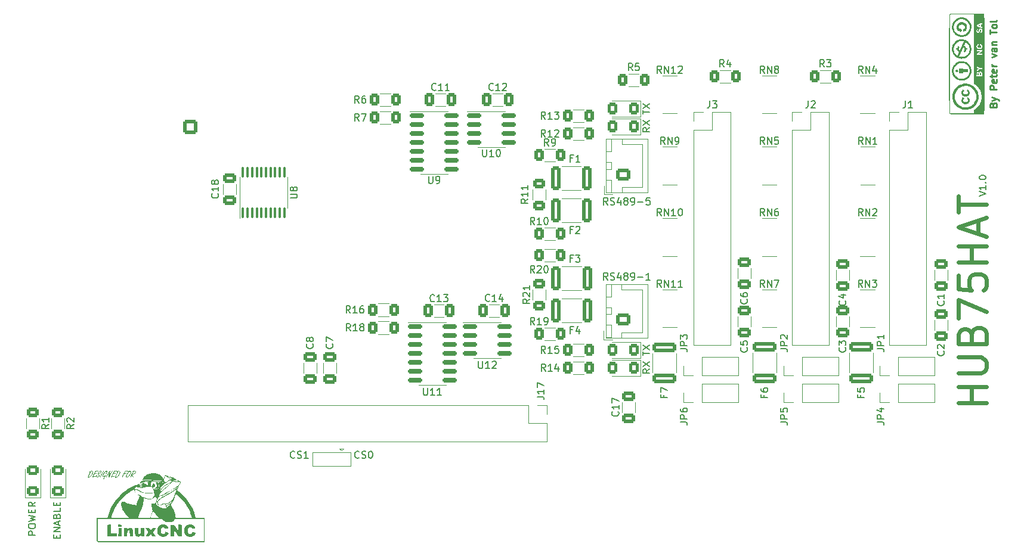
<source format=gbr>
%TF.GenerationSoftware,KiCad,Pcbnew,7.0.7*%
%TF.CreationDate,2023-10-13T23:08:25+02:00*%
%TF.ProjectId,LITEXCNC-HUB75HAT,4c495445-5843-44e4-932d-485542373548,rev?*%
%TF.SameCoordinates,Original*%
%TF.FileFunction,Legend,Top*%
%TF.FilePolarity,Positive*%
%FSLAX46Y46*%
G04 Gerber Fmt 4.6, Leading zero omitted, Abs format (unit mm)*
G04 Created by KiCad (PCBNEW 7.0.7) date 2023-10-13 23:08:25*
%MOMM*%
%LPD*%
G01*
G04 APERTURE LIST*
G04 Aperture macros list*
%AMRoundRect*
0 Rectangle with rounded corners*
0 $1 Rounding radius*
0 $2 $3 $4 $5 $6 $7 $8 $9 X,Y pos of 4 corners*
0 Add a 4 corners polygon primitive as box body*
4,1,4,$2,$3,$4,$5,$6,$7,$8,$9,$2,$3,0*
0 Add four circle primitives for the rounded corners*
1,1,$1+$1,$2,$3*
1,1,$1+$1,$4,$5*
1,1,$1+$1,$6,$7*
1,1,$1+$1,$8,$9*
0 Add four rect primitives between the rounded corners*
20,1,$1+$1,$2,$3,$4,$5,0*
20,1,$1+$1,$4,$5,$6,$7,0*
20,1,$1+$1,$6,$7,$8,$9,0*
20,1,$1+$1,$8,$9,$2,$3,0*%
%AMHorizOval*
0 Thick line with rounded ends*
0 $1 width*
0 $2 $3 position (X,Y) of the first rounded end (center of the circle)*
0 $4 $5 position (X,Y) of the second rounded end (center of the circle)*
0 Add line between two ends*
20,1,$1,$2,$3,$4,$5,0*
0 Add two circle primitives to create the rounded ends*
1,1,$1,$2,$3*
1,1,$1,$4,$5*%
%AMRotRect*
0 Rectangle, with rotation*
0 The origin of the aperture is its center*
0 $1 length*
0 $2 width*
0 $3 Rotation angle, in degrees counterclockwise*
0 Add horizontal line*
21,1,$1,$2,0,0,$3*%
%AMFreePoly0*
4,1,6,1.000000,0.000000,0.500000,-0.750000,-0.500000,-0.750000,-0.500000,0.750000,0.500000,0.750000,1.000000,0.000000,1.000000,0.000000,$1*%
G04 Aperture macros list end*
%ADD10C,0.250000*%
%ADD11C,0.150000*%
%ADD12C,0.600000*%
%ADD13C,0.200000*%
%ADD14C,0.120000*%
%ADD15RoundRect,0.250001X0.462499X0.624999X-0.462499X0.624999X-0.462499X-0.624999X0.462499X-0.624999X0*%
%ADD16O,2.000000X1.700000*%
%ADD17RoundRect,0.250000X0.750000X-0.600000X0.750000X0.600000X-0.750000X0.600000X-0.750000X-0.600000X0*%
%ADD18R,1.700000X1.700000*%
%ADD19O,1.700000X1.700000*%
%ADD20R,0.900000X0.900000*%
%ADD21RoundRect,0.250000X-0.400000X-1.450000X0.400000X-1.450000X0.400000X1.450000X-0.400000X1.450000X0*%
%ADD22RoundRect,0.250000X-0.625000X0.400000X-0.625000X-0.400000X0.625000X-0.400000X0.625000X0.400000X0*%
%ADD23RoundRect,0.250000X1.450000X-0.400000X1.450000X0.400000X-1.450000X0.400000X-1.450000X-0.400000X0*%
%ADD24RoundRect,0.250000X-0.400000X-0.625000X0.400000X-0.625000X0.400000X0.625000X-0.400000X0.625000X0*%
%ADD25RoundRect,0.250000X0.412500X0.650000X-0.412500X0.650000X-0.412500X-0.650000X0.412500X-0.650000X0*%
%ADD26RoundRect,0.250001X0.624999X-0.462499X0.624999X0.462499X-0.624999X0.462499X-0.624999X-0.462499X0*%
%ADD27RoundRect,0.250000X0.400000X0.625000X-0.400000X0.625000X-0.400000X-0.625000X0.400000X-0.625000X0*%
%ADD28RoundRect,0.250000X0.650000X-0.412500X0.650000X0.412500X-0.650000X0.412500X-0.650000X-0.412500X0*%
%ADD29RoundRect,0.250000X-0.650000X0.412500X-0.650000X-0.412500X0.650000X-0.412500X0.650000X0.412500X0*%
%ADD30RoundRect,0.250000X0.400000X1.450000X-0.400000X1.450000X-0.400000X-1.450000X0.400000X-1.450000X0*%
%ADD31RoundRect,0.150000X-0.825000X-0.150000X0.825000X-0.150000X0.825000X0.150000X-0.825000X0.150000X0*%
%ADD32R,1.500000X1.500000*%
%ADD33FreePoly0,180.000000*%
%ADD34FreePoly0,0.000000*%
%ADD35C,3.100000*%
%ADD36C,4.700000*%
%ADD37RoundRect,0.100000X0.100000X-0.637500X0.100000X0.637500X-0.100000X0.637500X-0.100000X-0.637500X0*%
%ADD38RotRect,1.700000X1.700000X115.000000*%
%ADD39HorizOval,1.700000X0.000000X0.000000X0.000000X0.000000X0*%
%ADD40RotRect,1.700000X1.700000X245.000000*%
%ADD41HorizOval,1.700000X0.000000X0.000000X0.000000X0.000000X0*%
%ADD42C,2.600000*%
%ADD43RoundRect,0.250001X-0.799999X-0.799999X0.799999X-0.799999X0.799999X0.799999X-0.799999X0.799999X0*%
%ADD44C,2.100000*%
G04 APERTURE END LIST*
D10*
X141463809Y66242284D02*
X141511428Y66385141D01*
X141511428Y66385141D02*
X141559047Y66432760D01*
X141559047Y66432760D02*
X141654285Y66480379D01*
X141654285Y66480379D02*
X141797142Y66480379D01*
X141797142Y66480379D02*
X141892380Y66432760D01*
X141892380Y66432760D02*
X141940000Y66385141D01*
X141940000Y66385141D02*
X141987619Y66289903D01*
X141987619Y66289903D02*
X141987619Y65908951D01*
X141987619Y65908951D02*
X140987619Y65908951D01*
X140987619Y65908951D02*
X140987619Y66242284D01*
X140987619Y66242284D02*
X141035238Y66337522D01*
X141035238Y66337522D02*
X141082857Y66385141D01*
X141082857Y66385141D02*
X141178095Y66432760D01*
X141178095Y66432760D02*
X141273333Y66432760D01*
X141273333Y66432760D02*
X141368571Y66385141D01*
X141368571Y66385141D02*
X141416190Y66337522D01*
X141416190Y66337522D02*
X141463809Y66242284D01*
X141463809Y66242284D02*
X141463809Y65908951D01*
X141320952Y66813713D02*
X141987619Y67051808D01*
X141320952Y67289903D02*
X141987619Y67051808D01*
X141987619Y67051808D02*
X142225714Y66956570D01*
X142225714Y66956570D02*
X142273333Y66908951D01*
X142273333Y66908951D02*
X142320952Y66813713D01*
X141987619Y68432761D02*
X140987619Y68432761D01*
X140987619Y68432761D02*
X140987619Y68813713D01*
X140987619Y68813713D02*
X141035238Y68908951D01*
X141035238Y68908951D02*
X141082857Y68956570D01*
X141082857Y68956570D02*
X141178095Y69004189D01*
X141178095Y69004189D02*
X141320952Y69004189D01*
X141320952Y69004189D02*
X141416190Y68956570D01*
X141416190Y68956570D02*
X141463809Y68908951D01*
X141463809Y68908951D02*
X141511428Y68813713D01*
X141511428Y68813713D02*
X141511428Y68432761D01*
X141940000Y69813713D02*
X141987619Y69718475D01*
X141987619Y69718475D02*
X141987619Y69527999D01*
X141987619Y69527999D02*
X141940000Y69432761D01*
X141940000Y69432761D02*
X141844761Y69385142D01*
X141844761Y69385142D02*
X141463809Y69385142D01*
X141463809Y69385142D02*
X141368571Y69432761D01*
X141368571Y69432761D02*
X141320952Y69527999D01*
X141320952Y69527999D02*
X141320952Y69718475D01*
X141320952Y69718475D02*
X141368571Y69813713D01*
X141368571Y69813713D02*
X141463809Y69861332D01*
X141463809Y69861332D02*
X141559047Y69861332D01*
X141559047Y69861332D02*
X141654285Y69385142D01*
X141320952Y70147047D02*
X141320952Y70527999D01*
X140987619Y70289904D02*
X141844761Y70289904D01*
X141844761Y70289904D02*
X141940000Y70337523D01*
X141940000Y70337523D02*
X141987619Y70432761D01*
X141987619Y70432761D02*
X141987619Y70527999D01*
X141940000Y71242285D02*
X141987619Y71147047D01*
X141987619Y71147047D02*
X141987619Y70956571D01*
X141987619Y70956571D02*
X141940000Y70861333D01*
X141940000Y70861333D02*
X141844761Y70813714D01*
X141844761Y70813714D02*
X141463809Y70813714D01*
X141463809Y70813714D02*
X141368571Y70861333D01*
X141368571Y70861333D02*
X141320952Y70956571D01*
X141320952Y70956571D02*
X141320952Y71147047D01*
X141320952Y71147047D02*
X141368571Y71242285D01*
X141368571Y71242285D02*
X141463809Y71289904D01*
X141463809Y71289904D02*
X141559047Y71289904D01*
X141559047Y71289904D02*
X141654285Y70813714D01*
X141987619Y71718476D02*
X141320952Y71718476D01*
X141511428Y71718476D02*
X141416190Y71766095D01*
X141416190Y71766095D02*
X141368571Y71813714D01*
X141368571Y71813714D02*
X141320952Y71908952D01*
X141320952Y71908952D02*
X141320952Y72004190D01*
X141320952Y73004191D02*
X141987619Y73242286D01*
X141987619Y73242286D02*
X141320952Y73480381D01*
X141987619Y74289905D02*
X141463809Y74289905D01*
X141463809Y74289905D02*
X141368571Y74242286D01*
X141368571Y74242286D02*
X141320952Y74147048D01*
X141320952Y74147048D02*
X141320952Y73956572D01*
X141320952Y73956572D02*
X141368571Y73861334D01*
X141940000Y74289905D02*
X141987619Y74194667D01*
X141987619Y74194667D02*
X141987619Y73956572D01*
X141987619Y73956572D02*
X141940000Y73861334D01*
X141940000Y73861334D02*
X141844761Y73813715D01*
X141844761Y73813715D02*
X141749523Y73813715D01*
X141749523Y73813715D02*
X141654285Y73861334D01*
X141654285Y73861334D02*
X141606666Y73956572D01*
X141606666Y73956572D02*
X141606666Y74194667D01*
X141606666Y74194667D02*
X141559047Y74289905D01*
X141320952Y74766096D02*
X141987619Y74766096D01*
X141416190Y74766096D02*
X141368571Y74813715D01*
X141368571Y74813715D02*
X141320952Y74908953D01*
X141320952Y74908953D02*
X141320952Y75051810D01*
X141320952Y75051810D02*
X141368571Y75147048D01*
X141368571Y75147048D02*
X141463809Y75194667D01*
X141463809Y75194667D02*
X141987619Y75194667D01*
X140987619Y76289906D02*
X140987619Y76861334D01*
X141987619Y76575620D02*
X140987619Y76575620D01*
X141987619Y77337525D02*
X141940000Y77242287D01*
X141940000Y77242287D02*
X141892380Y77194668D01*
X141892380Y77194668D02*
X141797142Y77147049D01*
X141797142Y77147049D02*
X141511428Y77147049D01*
X141511428Y77147049D02*
X141416190Y77194668D01*
X141416190Y77194668D02*
X141368571Y77242287D01*
X141368571Y77242287D02*
X141320952Y77337525D01*
X141320952Y77337525D02*
X141320952Y77480382D01*
X141320952Y77480382D02*
X141368571Y77575620D01*
X141368571Y77575620D02*
X141416190Y77623239D01*
X141416190Y77623239D02*
X141511428Y77670858D01*
X141511428Y77670858D02*
X141797142Y77670858D01*
X141797142Y77670858D02*
X141892380Y77623239D01*
X141892380Y77623239D02*
X141940000Y77575620D01*
X141940000Y77575620D02*
X141987619Y77480382D01*
X141987619Y77480382D02*
X141987619Y77337525D01*
X141987619Y78242287D02*
X141940000Y78147049D01*
X141940000Y78147049D02*
X141844761Y78099430D01*
X141844761Y78099430D02*
X140987619Y78099430D01*
D11*
X139468819Y53232191D02*
X140468819Y53565524D01*
X140468819Y53565524D02*
X139468819Y53898857D01*
X140468819Y54756000D02*
X140468819Y54184572D01*
X140468819Y54470286D02*
X139468819Y54470286D01*
X139468819Y54470286D02*
X139611676Y54375048D01*
X139611676Y54375048D02*
X139706914Y54279810D01*
X139706914Y54279810D02*
X139754533Y54184572D01*
X140373580Y55184572D02*
X140421200Y55232191D01*
X140421200Y55232191D02*
X140468819Y55184572D01*
X140468819Y55184572D02*
X140421200Y55136953D01*
X140421200Y55136953D02*
X140373580Y55184572D01*
X140373580Y55184572D02*
X140468819Y55184572D01*
X139468819Y55851238D02*
X139468819Y55946476D01*
X139468819Y55946476D02*
X139516438Y56041714D01*
X139516438Y56041714D02*
X139564057Y56089333D01*
X139564057Y56089333D02*
X139659295Y56136952D01*
X139659295Y56136952D02*
X139849771Y56184571D01*
X139849771Y56184571D02*
X140087866Y56184571D01*
X140087866Y56184571D02*
X140278342Y56136952D01*
X140278342Y56136952D02*
X140373580Y56089333D01*
X140373580Y56089333D02*
X140421200Y56041714D01*
X140421200Y56041714D02*
X140468819Y55946476D01*
X140468819Y55946476D02*
X140468819Y55851238D01*
X140468819Y55851238D02*
X140421200Y55756000D01*
X140421200Y55756000D02*
X140373580Y55708381D01*
X140373580Y55708381D02*
X140278342Y55660762D01*
X140278342Y55660762D02*
X140087866Y55613143D01*
X140087866Y55613143D02*
X139849771Y55613143D01*
X139849771Y55613143D02*
X139659295Y55660762D01*
X139659295Y55660762D02*
X139564057Y55708381D01*
X139564057Y55708381D02*
X139516438Y55756000D01*
X139516438Y55756000D02*
X139468819Y55851238D01*
D12*
X140509276Y23884978D02*
X136509276Y23884978D01*
X138414038Y23884978D02*
X138414038Y26170693D01*
X140509276Y26170693D02*
X136509276Y26170693D01*
X136509276Y28075454D02*
X139747371Y28075454D01*
X139747371Y28075454D02*
X140128323Y28265931D01*
X140128323Y28265931D02*
X140318800Y28456407D01*
X140318800Y28456407D02*
X140509276Y28837359D01*
X140509276Y28837359D02*
X140509276Y29599264D01*
X140509276Y29599264D02*
X140318800Y29980216D01*
X140318800Y29980216D02*
X140128323Y30170693D01*
X140128323Y30170693D02*
X139747371Y30361169D01*
X139747371Y30361169D02*
X136509276Y30361169D01*
X138414038Y33599264D02*
X138604514Y34170692D01*
X138604514Y34170692D02*
X138794990Y34361169D01*
X138794990Y34361169D02*
X139175942Y34551645D01*
X139175942Y34551645D02*
X139747371Y34551645D01*
X139747371Y34551645D02*
X140128323Y34361169D01*
X140128323Y34361169D02*
X140318800Y34170692D01*
X140318800Y34170692D02*
X140509276Y33789740D01*
X140509276Y33789740D02*
X140509276Y32265930D01*
X140509276Y32265930D02*
X136509276Y32265930D01*
X136509276Y32265930D02*
X136509276Y33599264D01*
X136509276Y33599264D02*
X136699752Y33980216D01*
X136699752Y33980216D02*
X136890228Y34170692D01*
X136890228Y34170692D02*
X137271180Y34361169D01*
X137271180Y34361169D02*
X137652133Y34361169D01*
X137652133Y34361169D02*
X138033085Y34170692D01*
X138033085Y34170692D02*
X138223561Y33980216D01*
X138223561Y33980216D02*
X138414038Y33599264D01*
X138414038Y33599264D02*
X138414038Y32265930D01*
X136509276Y35884978D02*
X136509276Y38551645D01*
X136509276Y38551645D02*
X140509276Y36837359D01*
X136509276Y41980216D02*
X136509276Y40075454D01*
X136509276Y40075454D02*
X138414038Y39884978D01*
X138414038Y39884978D02*
X138223561Y40075454D01*
X138223561Y40075454D02*
X138033085Y40456407D01*
X138033085Y40456407D02*
X138033085Y41408788D01*
X138033085Y41408788D02*
X138223561Y41789740D01*
X138223561Y41789740D02*
X138414038Y41980216D01*
X138414038Y41980216D02*
X138794990Y42170693D01*
X138794990Y42170693D02*
X139747371Y42170693D01*
X139747371Y42170693D02*
X140128323Y41980216D01*
X140128323Y41980216D02*
X140318800Y41789740D01*
X140318800Y41789740D02*
X140509276Y41408788D01*
X140509276Y41408788D02*
X140509276Y40456407D01*
X140509276Y40456407D02*
X140318800Y40075454D01*
X140318800Y40075454D02*
X140128323Y39884978D01*
X140509276Y43884978D02*
X136509276Y43884978D01*
X138414038Y43884978D02*
X138414038Y46170693D01*
X140509276Y46170693D02*
X136509276Y46170693D01*
X139366419Y47884978D02*
X139366419Y49789740D01*
X140509276Y47504026D02*
X136509276Y48837359D01*
X136509276Y48837359D02*
X140509276Y50170693D01*
X136509276Y50932597D02*
X136509276Y53218311D01*
X140509276Y52075454D02*
X136509276Y52075454D01*
D11*
X42316077Y16119419D02*
X42268458Y16071800D01*
X42268458Y16071800D02*
X42125601Y16024180D01*
X42125601Y16024180D02*
X42030363Y16024180D01*
X42030363Y16024180D02*
X41887506Y16071800D01*
X41887506Y16071800D02*
X41792268Y16167038D01*
X41792268Y16167038D02*
X41744649Y16262276D01*
X41744649Y16262276D02*
X41697030Y16452752D01*
X41697030Y16452752D02*
X41697030Y16595609D01*
X41697030Y16595609D02*
X41744649Y16786085D01*
X41744649Y16786085D02*
X41792268Y16881323D01*
X41792268Y16881323D02*
X41887506Y16976561D01*
X41887506Y16976561D02*
X42030363Y17024180D01*
X42030363Y17024180D02*
X42125601Y17024180D01*
X42125601Y17024180D02*
X42268458Y16976561D01*
X42268458Y16976561D02*
X42316077Y16928942D01*
X42697030Y16071800D02*
X42839887Y16024180D01*
X42839887Y16024180D02*
X43077982Y16024180D01*
X43077982Y16024180D02*
X43173220Y16071800D01*
X43173220Y16071800D02*
X43220839Y16119419D01*
X43220839Y16119419D02*
X43268458Y16214657D01*
X43268458Y16214657D02*
X43268458Y16309895D01*
X43268458Y16309895D02*
X43220839Y16405133D01*
X43220839Y16405133D02*
X43173220Y16452752D01*
X43173220Y16452752D02*
X43077982Y16500371D01*
X43077982Y16500371D02*
X42887506Y16547990D01*
X42887506Y16547990D02*
X42792268Y16595609D01*
X42792268Y16595609D02*
X42744649Y16643228D01*
X42744649Y16643228D02*
X42697030Y16738466D01*
X42697030Y16738466D02*
X42697030Y16833704D01*
X42697030Y16833704D02*
X42744649Y16928942D01*
X42744649Y16928942D02*
X42792268Y16976561D01*
X42792268Y16976561D02*
X42887506Y17024180D01*
X42887506Y17024180D02*
X43125601Y17024180D01*
X43125601Y17024180D02*
X43268458Y16976561D01*
X44220839Y16024180D02*
X43649411Y16024180D01*
X43935125Y16024180D02*
X43935125Y17024180D01*
X43935125Y17024180D02*
X43839887Y16881323D01*
X43839887Y16881323D02*
X43744649Y16786085D01*
X43744649Y16786085D02*
X43649411Y16738466D01*
D13*
G36*
X13488722Y14207637D02*
G01*
X13500617Y14206873D01*
X13512199Y14205599D01*
X13523469Y14203816D01*
X13534426Y14201524D01*
X13545069Y14198721D01*
X13555400Y14195410D01*
X13565418Y14191589D01*
X13575122Y14187258D01*
X13584514Y14182418D01*
X13593593Y14177069D01*
X13602359Y14171210D01*
X13610812Y14164841D01*
X13618953Y14157963D01*
X13626780Y14150576D01*
X13634294Y14142679D01*
X13643722Y14131522D01*
X13652223Y14119939D01*
X13659797Y14107931D01*
X13666443Y14095498D01*
X13672161Y14082641D01*
X13676953Y14069358D01*
X13680817Y14055650D01*
X13683753Y14041517D01*
X13685763Y14026959D01*
X13686587Y14017017D01*
X13686999Y14006887D01*
X13687051Y14001751D01*
X13686666Y13984873D01*
X13685513Y13967637D01*
X13683590Y13950045D01*
X13680899Y13932096D01*
X13677438Y13913790D01*
X13673209Y13895128D01*
X13668210Y13876108D01*
X13665423Y13866465D01*
X13662443Y13856732D01*
X13659271Y13846910D01*
X13655907Y13836999D01*
X13652350Y13826998D01*
X13648601Y13816909D01*
X13644660Y13806730D01*
X13640527Y13796462D01*
X13636202Y13786105D01*
X13631684Y13775659D01*
X13626974Y13765123D01*
X13622071Y13754498D01*
X13616977Y13743784D01*
X13611690Y13732981D01*
X13606211Y13722088D01*
X13600540Y13711107D01*
X13594676Y13700036D01*
X13588621Y13688876D01*
X13581378Y13675864D01*
X13574000Y13662991D01*
X13566487Y13650258D01*
X13558838Y13637665D01*
X13551054Y13625212D01*
X13543134Y13612898D01*
X13535079Y13600725D01*
X13526888Y13588691D01*
X13518562Y13576796D01*
X13510100Y13565042D01*
X13501503Y13553427D01*
X13492771Y13541952D01*
X13483903Y13530617D01*
X13474899Y13519422D01*
X13465760Y13508366D01*
X13456485Y13497451D01*
X13447075Y13486675D01*
X13437530Y13476038D01*
X13427849Y13465542D01*
X13418032Y13455185D01*
X13408080Y13444968D01*
X13397993Y13434891D01*
X13387770Y13424954D01*
X13377412Y13415156D01*
X13366918Y13405498D01*
X13356289Y13395980D01*
X13345524Y13386602D01*
X13334623Y13377363D01*
X13323588Y13368265D01*
X13312416Y13359306D01*
X13301110Y13350486D01*
X13289667Y13341807D01*
X13281117Y13335466D01*
X13272624Y13329326D01*
X13264188Y13323387D01*
X13255809Y13317650D01*
X13247488Y13312114D01*
X13239224Y13306779D01*
X13222867Y13296714D01*
X13206739Y13287453D01*
X13190841Y13278998D01*
X13175171Y13271349D01*
X13159730Y13264504D01*
X13144519Y13258465D01*
X13129536Y13253231D01*
X13114782Y13248802D01*
X13100257Y13245178D01*
X13085961Y13242360D01*
X13071894Y13240347D01*
X13058057Y13239139D01*
X13044448Y13238736D01*
X13033655Y13239160D01*
X13023504Y13240431D01*
X13011716Y13243211D01*
X13000930Y13247314D01*
X12991146Y13252742D01*
X12982364Y13259493D01*
X12976060Y13265847D01*
X12969585Y13274486D01*
X12964450Y13283364D01*
X12960655Y13292483D01*
X12957920Y13303426D01*
X12957009Y13314696D01*
X12957726Y13325095D01*
X12959879Y13338220D01*
X12962435Y13349851D01*
X12963001Y13352065D01*
X13062522Y13352065D01*
X13064310Y13341761D01*
X13071180Y13334434D01*
X13080840Y13332526D01*
X13091758Y13333247D01*
X13103631Y13335411D01*
X13113161Y13337980D01*
X13123228Y13341361D01*
X13133832Y13345554D01*
X13144973Y13350558D01*
X13156650Y13356373D01*
X13168864Y13363000D01*
X13181614Y13370438D01*
X13190413Y13375848D01*
X13194901Y13378688D01*
X13206395Y13386170D01*
X13218039Y13394269D01*
X13229835Y13402985D01*
X13241781Y13412317D01*
X13253877Y13422265D01*
X13266125Y13432829D01*
X13278523Y13444010D01*
X13291072Y13455807D01*
X13303772Y13468221D01*
X13316622Y13481250D01*
X13329623Y13494897D01*
X13342775Y13509159D01*
X13349407Y13516521D01*
X13356078Y13524038D01*
X13362786Y13531708D01*
X13369531Y13539533D01*
X13376314Y13547512D01*
X13383135Y13555644D01*
X13389994Y13563931D01*
X13396890Y13572372D01*
X13403108Y13580065D01*
X13409243Y13587788D01*
X13415297Y13595540D01*
X13421269Y13603322D01*
X13427158Y13611134D01*
X13438691Y13626845D01*
X13449896Y13642675D01*
X13460772Y13658624D01*
X13471320Y13674690D01*
X13481540Y13690875D01*
X13491432Y13707178D01*
X13500996Y13723600D01*
X13510231Y13740140D01*
X13519138Y13756798D01*
X13527717Y13773574D01*
X13535968Y13790469D01*
X13543891Y13807482D01*
X13551485Y13824613D01*
X13555159Y13833224D01*
X13560572Y13846348D01*
X13565635Y13859281D01*
X13570349Y13872024D01*
X13574714Y13884576D01*
X13578730Y13896937D01*
X13582396Y13909107D01*
X13585714Y13921086D01*
X13588682Y13932875D01*
X13591301Y13944472D01*
X13593570Y13955879D01*
X13595491Y13967095D01*
X13597062Y13978121D01*
X13598285Y13988955D01*
X13599157Y13999599D01*
X13599681Y14010052D01*
X13599856Y14020314D01*
X13599622Y14030502D01*
X13598582Y14043298D01*
X13596710Y14055193D01*
X13594006Y14066188D01*
X13590470Y14076282D01*
X13586103Y14085475D01*
X13580903Y14093768D01*
X13573233Y14102868D01*
X13564304Y14110608D01*
X13554004Y14117036D01*
X13544776Y14121234D01*
X13534671Y14124592D01*
X13523687Y14127111D01*
X13511826Y14128790D01*
X13499088Y14129629D01*
X13492389Y14129734D01*
X13481695Y14129502D01*
X13470954Y14128807D01*
X13460165Y14127648D01*
X13449330Y14126025D01*
X13438447Y14123938D01*
X13427517Y14121388D01*
X13416539Y14118374D01*
X13405515Y14114897D01*
X13394443Y14110955D01*
X13383324Y14106550D01*
X13375885Y14103356D01*
X13383248Y14096093D01*
X13385893Y14086419D01*
X13386143Y14081374D01*
X13383496Y14070760D01*
X13379366Y14060797D01*
X13374468Y14050434D01*
X13369596Y14040796D01*
X13363877Y14029960D01*
X13359032Y14021046D01*
X13351057Y14006746D01*
X13343159Y13992482D01*
X13335338Y13978255D01*
X13327594Y13964065D01*
X13319927Y13949912D01*
X13312338Y13935795D01*
X13304826Y13921715D01*
X13297392Y13907672D01*
X13290034Y13893665D01*
X13282754Y13879695D01*
X13275551Y13865762D01*
X13268426Y13851866D01*
X13261378Y13838007D01*
X13254407Y13824184D01*
X13247513Y13810398D01*
X13240697Y13796648D01*
X13233958Y13782935D01*
X13227296Y13769260D01*
X13220711Y13755620D01*
X13214204Y13742018D01*
X13207774Y13728452D01*
X13201421Y13714923D01*
X13195146Y13701431D01*
X13188948Y13687975D01*
X13182827Y13674557D01*
X13176783Y13661174D01*
X13170817Y13647829D01*
X13164928Y13634521D01*
X13159116Y13621249D01*
X13153382Y13608013D01*
X13147725Y13594815D01*
X13142145Y13581653D01*
X13137246Y13570042D01*
X13132503Y13558717D01*
X13127915Y13547679D01*
X13123483Y13536926D01*
X13119206Y13526460D01*
X13115085Y13516280D01*
X13111120Y13506387D01*
X13107310Y13496779D01*
X13103655Y13487458D01*
X13096812Y13469674D01*
X13090592Y13453035D01*
X13084993Y13437541D01*
X13080017Y13423191D01*
X13075663Y13409987D01*
X13071930Y13397927D01*
X13068820Y13387013D01*
X13066332Y13377243D01*
X13063766Y13364735D01*
X13062599Y13354803D01*
X13062522Y13352065D01*
X12963001Y13352065D01*
X12965798Y13363015D01*
X12968488Y13372643D01*
X12971537Y13382951D01*
X12974945Y13393941D01*
X12978712Y13405612D01*
X12982837Y13417965D01*
X12987322Y13430998D01*
X12992164Y13444713D01*
X12997366Y13459109D01*
X13002926Y13474187D01*
X13007263Y13485635D01*
X13011664Y13497115D01*
X13016128Y13508625D01*
X13020657Y13520165D01*
X13025249Y13531736D01*
X13029906Y13543338D01*
X13034626Y13554970D01*
X13039410Y13566632D01*
X13044258Y13578326D01*
X13049170Y13590049D01*
X13054146Y13601803D01*
X13059186Y13613588D01*
X13064290Y13625403D01*
X13069458Y13637249D01*
X13074689Y13649125D01*
X13079985Y13661032D01*
X13085344Y13672970D01*
X13090768Y13684938D01*
X13096255Y13696936D01*
X13101807Y13708965D01*
X13107422Y13721024D01*
X13113101Y13733114D01*
X13118844Y13745235D01*
X13124651Y13757386D01*
X13130522Y13769568D01*
X13136457Y13781780D01*
X13142455Y13794023D01*
X13148518Y13806296D01*
X13154645Y13818599D01*
X13160835Y13830934D01*
X13167090Y13843299D01*
X13173408Y13855694D01*
X13178400Y13865273D01*
X13183646Y13875092D01*
X13190180Y13887169D01*
X13195252Y13896475D01*
X13200897Y13906784D01*
X13207113Y13918098D01*
X13213903Y13930415D01*
X13221264Y13943736D01*
X13229198Y13958060D01*
X13237705Y13973388D01*
X13246784Y13989720D01*
X13251538Y13998262D01*
X13256435Y14007056D01*
X13261476Y14016100D01*
X13266659Y14025395D01*
X13271986Y14034941D01*
X13277455Y14044738D01*
X13270603Y14037178D01*
X13263045Y14031060D01*
X13255390Y14024878D01*
X13246443Y14018309D01*
X13238188Y14013028D01*
X13229194Y14008391D01*
X13218753Y14005094D01*
X13214196Y14004682D01*
X13203835Y14006331D01*
X13194367Y14011277D01*
X13188551Y14016406D01*
X13182369Y14024196D01*
X13178213Y14033481D01*
X13176827Y14043517D01*
X13178527Y14053483D01*
X13183625Y14064606D01*
X13190151Y14074338D01*
X13196473Y14082122D01*
X13204018Y14090323D01*
X13212787Y14098941D01*
X13222780Y14107975D01*
X13233997Y14117425D01*
X13242154Y14123957D01*
X13246436Y14127292D01*
X13259586Y14137052D01*
X13272899Y14146183D01*
X13286376Y14154683D01*
X13300017Y14162554D01*
X13313823Y14169796D01*
X13327792Y14176408D01*
X13341926Y14182390D01*
X13356224Y14187742D01*
X13370685Y14192465D01*
X13385311Y14196558D01*
X13400101Y14200021D01*
X13415056Y14202855D01*
X13430174Y14205058D01*
X13445456Y14206633D01*
X13460903Y14207577D01*
X13476513Y14207892D01*
X13488722Y14207637D01*
G37*
G36*
X13923966Y13853007D02*
G01*
X13936178Y13854961D01*
X13954841Y13857948D01*
X13972788Y13860743D01*
X13990020Y13863345D01*
X14006535Y13865754D01*
X14022336Y13867970D01*
X14037421Y13869994D01*
X14051790Y13871824D01*
X14065444Y13873463D01*
X14078382Y13874908D01*
X14090605Y13876161D01*
X14102112Y13877221D01*
X14112903Y13878088D01*
X14122979Y13878762D01*
X14136752Y13879413D01*
X14148914Y13879630D01*
X14160878Y13878908D01*
X14171247Y13876745D01*
X14181965Y13872011D01*
X14190190Y13865024D01*
X14195923Y13855782D01*
X14199163Y13844287D01*
X14199961Y13833468D01*
X14199205Y13823304D01*
X14196413Y13813074D01*
X14190704Y13803530D01*
X14182308Y13796275D01*
X14178467Y13794145D01*
X14168707Y13790395D01*
X14158495Y13788151D01*
X14147806Y13786739D01*
X14137341Y13785937D01*
X14135480Y13785840D01*
X14124529Y13785088D01*
X14113747Y13784296D01*
X14103134Y13783464D01*
X14092692Y13782593D01*
X14082420Y13781682D01*
X14072317Y13780731D01*
X14062384Y13779741D01*
X14052621Y13778712D01*
X14033604Y13776533D01*
X14015267Y13774197D01*
X13997609Y13771702D01*
X13980630Y13769049D01*
X13964331Y13766237D01*
X13948711Y13763267D01*
X13933770Y13760139D01*
X13919509Y13756852D01*
X13905927Y13753407D01*
X13893024Y13749803D01*
X13880800Y13746041D01*
X13869256Y13742121D01*
X13862487Y13732011D01*
X13855096Y13720274D01*
X13849823Y13711545D01*
X13844273Y13702093D01*
X13838447Y13691918D01*
X13832344Y13681019D01*
X13825964Y13669398D01*
X13819307Y13657053D01*
X13812374Y13643985D01*
X13805164Y13630194D01*
X13797677Y13615679D01*
X13789914Y13600442D01*
X13781874Y13584481D01*
X13773557Y13567797D01*
X13764964Y13550390D01*
X13760043Y13540166D01*
X13755294Y13530133D01*
X13750716Y13520291D01*
X13746310Y13510640D01*
X13742076Y13501179D01*
X13738013Y13491909D01*
X13734123Y13482830D01*
X13728609Y13469570D01*
X13723481Y13456738D01*
X13718740Y13444336D01*
X13714385Y13432364D01*
X13710416Y13420820D01*
X13706834Y13409706D01*
X13716634Y13413187D01*
X13723443Y13415568D01*
X13735966Y13419808D01*
X13748073Y13423857D01*
X13759764Y13427716D01*
X13771040Y13431383D01*
X13781899Y13434860D01*
X13792342Y13438145D01*
X13802369Y13441240D01*
X13811981Y13444145D01*
X13825618Y13448143D01*
X13838319Y13451712D01*
X13850084Y13454852D01*
X13860913Y13457563D01*
X13870807Y13459844D01*
X13873896Y13460509D01*
X13885963Y13462779D01*
X13897893Y13464825D01*
X13909686Y13466648D01*
X13921341Y13468248D01*
X13932858Y13469625D01*
X13944238Y13470779D01*
X13955481Y13471709D01*
X13966587Y13472416D01*
X13977555Y13472899D01*
X13988385Y13473160D01*
X13995529Y13473210D01*
X14007188Y13472995D01*
X14017893Y13472351D01*
X14027643Y13471278D01*
X14038085Y13469423D01*
X14048530Y13466478D01*
X14053659Y13464417D01*
X14062635Y13459059D01*
X14069667Y13450732D01*
X14073194Y13441286D01*
X14074175Y13431444D01*
X14072983Y13421351D01*
X14068701Y13411791D01*
X14061306Y13404338D01*
X14052279Y13399545D01*
X14049263Y13398471D01*
X14039602Y13396855D01*
X14028878Y13395970D01*
X14018792Y13395466D01*
X14006954Y13395100D01*
X14004811Y13395052D01*
X13993614Y13394336D01*
X13982493Y13393471D01*
X13971448Y13392457D01*
X13960480Y13391293D01*
X13949589Y13389980D01*
X13938773Y13388517D01*
X13928034Y13386906D01*
X13917372Y13385145D01*
X13906785Y13383234D01*
X13896275Y13381175D01*
X13885841Y13378966D01*
X13875484Y13376608D01*
X13865203Y13374100D01*
X13854998Y13371443D01*
X13844870Y13368637D01*
X13834817Y13365682D01*
X13824842Y13362577D01*
X13814942Y13359323D01*
X13805119Y13355919D01*
X13795372Y13352367D01*
X13785702Y13348665D01*
X13776108Y13344813D01*
X13766590Y13340813D01*
X13757148Y13336663D01*
X13747783Y13332363D01*
X13738494Y13327915D01*
X13729282Y13323317D01*
X13720145Y13318569D01*
X13711086Y13313673D01*
X13702102Y13308627D01*
X13693195Y13303432D01*
X13684364Y13298087D01*
X13675645Y13293234D01*
X13666310Y13289147D01*
X13656612Y13286410D01*
X13648704Y13285631D01*
X13638834Y13286741D01*
X13629524Y13290072D01*
X13620775Y13295624D01*
X13612587Y13303396D01*
X13608160Y13308834D01*
X13602450Y13317025D01*
X13597641Y13326558D01*
X13594665Y13336275D01*
X13593520Y13346174D01*
X13593506Y13347424D01*
X13595043Y13357648D01*
X13597775Y13368090D01*
X13600721Y13377824D01*
X13604435Y13389190D01*
X13608918Y13402187D01*
X13612334Y13411759D01*
X13616091Y13422055D01*
X13620190Y13433076D01*
X13624630Y13444823D01*
X13629412Y13457295D01*
X13634535Y13470491D01*
X13637225Y13477362D01*
X13641363Y13487819D01*
X13645593Y13498339D01*
X13649917Y13508921D01*
X13654333Y13519566D01*
X13658843Y13530273D01*
X13663446Y13541043D01*
X13668142Y13551876D01*
X13672930Y13562770D01*
X13677812Y13573728D01*
X13682787Y13584747D01*
X13687855Y13595830D01*
X13693015Y13606974D01*
X13698269Y13618182D01*
X13703616Y13629452D01*
X13709056Y13640784D01*
X13714589Y13652178D01*
X13720215Y13663636D01*
X13725934Y13675155D01*
X13731746Y13686738D01*
X13737651Y13698382D01*
X13743649Y13710090D01*
X13749740Y13721859D01*
X13755924Y13733691D01*
X13762201Y13745586D01*
X13768571Y13757543D01*
X13775034Y13769563D01*
X13781590Y13781645D01*
X13788240Y13793790D01*
X13794982Y13805997D01*
X13801817Y13818266D01*
X13808745Y13830599D01*
X13815767Y13842993D01*
X13822660Y13855024D01*
X13827843Y13863843D01*
X13833495Y13873302D01*
X13839616Y13883400D01*
X13846207Y13894137D01*
X13853267Y13905513D01*
X13860796Y13917529D01*
X13868795Y13930184D01*
X13877264Y13943478D01*
X13886202Y13957411D01*
X13895609Y13971984D01*
X13905485Y13987195D01*
X13915831Y14003046D01*
X13926647Y14019537D01*
X13932230Y14028021D01*
X13937931Y14036666D01*
X13943750Y14045471D01*
X13950217Y14055594D01*
X13956339Y14065206D01*
X13962115Y14074304D01*
X13967544Y14082889D01*
X13973604Y14092515D01*
X13979165Y14101402D01*
X13969121Y14106104D01*
X13961946Y14114591D01*
X13958022Y14125123D01*
X13956408Y14136458D01*
X13956206Y14142923D01*
X13957468Y14154083D01*
X13961255Y14163841D01*
X13967566Y14172195D01*
X13976402Y14179148D01*
X13982584Y14182491D01*
X13992835Y14186750D01*
X14005146Y14190978D01*
X14015732Y14194130D01*
X14027477Y14197264D01*
X14040382Y14200381D01*
X14054445Y14203480D01*
X14064465Y14205537D01*
X14075000Y14207587D01*
X14086050Y14209628D01*
X14097615Y14211663D01*
X14109696Y14213689D01*
X14122291Y14215708D01*
X14141162Y14218547D01*
X14159672Y14221203D01*
X14177821Y14223676D01*
X14195610Y14225966D01*
X14213038Y14228073D01*
X14230105Y14229996D01*
X14246812Y14231736D01*
X14263158Y14233293D01*
X14279144Y14234667D01*
X14294769Y14235858D01*
X14310033Y14236865D01*
X14324937Y14237690D01*
X14339480Y14238331D01*
X14353662Y14238789D01*
X14367483Y14239064D01*
X14380944Y14239155D01*
X14393035Y14238801D01*
X14403937Y14237738D01*
X14413649Y14235967D01*
X14424749Y14232504D01*
X14433734Y14227781D01*
X14441993Y14220107D01*
X14446948Y14210465D01*
X14448600Y14198855D01*
X14447466Y14187724D01*
X14444065Y14177410D01*
X14438397Y14167915D01*
X14431733Y14160428D01*
X14424908Y14154647D01*
X14415883Y14149753D01*
X14405639Y14146898D01*
X14394846Y14145592D01*
X14387295Y14145366D01*
X14377104Y14145366D01*
X14371419Y14145366D01*
X14361319Y14145366D01*
X14351021Y14145366D01*
X14348704Y14145366D01*
X14335798Y14145206D01*
X14325206Y14144875D01*
X14313833Y14144364D01*
X14301679Y14143673D01*
X14288743Y14142801D01*
X14275026Y14141749D01*
X14260527Y14140517D01*
X14250427Y14139596D01*
X14239980Y14138594D01*
X14229186Y14137512D01*
X14218044Y14136350D01*
X14206555Y14135108D01*
X14196639Y14133989D01*
X14182249Y14132241D01*
X14168438Y14130406D01*
X14155207Y14128485D01*
X14142555Y14126479D01*
X14130483Y14124387D01*
X14118990Y14122209D01*
X14108077Y14119945D01*
X14097744Y14117595D01*
X14087990Y14115159D01*
X14078816Y14112637D01*
X14080980Y14102967D01*
X14081014Y14100914D01*
X14078348Y14090627D01*
X14073608Y14081193D01*
X14067848Y14071757D01*
X14062055Y14063178D01*
X14055208Y14053683D01*
X14047309Y14043272D01*
X14014580Y13993447D01*
X14005926Y13980820D01*
X13997670Y13968706D01*
X13989813Y13957105D01*
X13982355Y13946018D01*
X13975296Y13935444D01*
X13968636Y13925383D01*
X13962374Y13915836D01*
X13956511Y13906802D01*
X13951048Y13898281D01*
X13943599Y13886462D01*
X13937048Y13875798D01*
X13931395Y13866289D01*
X13925252Y13855407D01*
X13923966Y13853007D01*
G37*
G36*
X14271768Y13609497D02*
G01*
X14282301Y13608902D01*
X14293492Y13606483D01*
X14302489Y13602204D01*
X14310389Y13594614D01*
X14315129Y13584344D01*
X14316665Y13573739D01*
X14316709Y13571395D01*
X14315326Y13561303D01*
X14311179Y13552276D01*
X14304267Y13544313D01*
X14296394Y13538491D01*
X14286602Y13533408D01*
X14277386Y13529874D01*
X14267739Y13525946D01*
X14259042Y13521490D01*
X14248921Y13514728D01*
X14240487Y13507027D01*
X14233740Y13498387D01*
X14228679Y13488808D01*
X14225306Y13478290D01*
X14223619Y13466833D01*
X14223408Y13460753D01*
X14224165Y13448671D01*
X14226437Y13437459D01*
X14230224Y13427118D01*
X14235525Y13417648D01*
X14242340Y13409048D01*
X14250671Y13401319D01*
X14254427Y13398471D01*
X14263421Y13392983D01*
X14273155Y13388425D01*
X14283629Y13384797D01*
X14294841Y13382099D01*
X14306793Y13380332D01*
X14316888Y13379588D01*
X14324769Y13379420D01*
X14335674Y13379619D01*
X14346407Y13380214D01*
X14356969Y13381206D01*
X14367358Y13382595D01*
X14377577Y13384381D01*
X14387623Y13386564D01*
X14397498Y13389144D01*
X14407201Y13392121D01*
X14416732Y13395495D01*
X14426091Y13399265D01*
X14435279Y13403432D01*
X14444295Y13407997D01*
X14453139Y13412958D01*
X14461812Y13418316D01*
X14470313Y13424071D01*
X14478642Y13430223D01*
X14487915Y13438290D01*
X14495952Y13446862D01*
X14502753Y13455937D01*
X14508317Y13465516D01*
X14512645Y13475599D01*
X14515736Y13486185D01*
X14517591Y13497275D01*
X14518209Y13508869D01*
X14517797Y13519820D01*
X14516560Y13530324D01*
X14514500Y13540382D01*
X14511614Y13549993D01*
X14507905Y13559158D01*
X14506485Y13562114D01*
X14501233Y13572129D01*
X14496109Y13581222D01*
X14490304Y13590996D01*
X14483820Y13601449D01*
X14478143Y13610301D01*
X14472032Y13619588D01*
X14467162Y13626838D01*
X14459578Y13638284D01*
X14452213Y13649541D01*
X14445067Y13660610D01*
X14438139Y13671489D01*
X14431431Y13682179D01*
X14424942Y13692681D01*
X14418671Y13702993D01*
X14412620Y13713117D01*
X14406787Y13723052D01*
X14401174Y13732798D01*
X14397553Y13739190D01*
X14391748Y13750026D01*
X14386513Y13760828D01*
X14381850Y13771596D01*
X14377758Y13782329D01*
X14374237Y13793028D01*
X14371286Y13803693D01*
X14368907Y13814323D01*
X14367099Y13824919D01*
X14365862Y13835481D01*
X14365196Y13846008D01*
X14365069Y13853007D01*
X14365575Y13869334D01*
X14367095Y13885526D01*
X14369628Y13901582D01*
X14373175Y13917503D01*
X14377734Y13933288D01*
X14383307Y13948937D01*
X14389893Y13964452D01*
X14397492Y13979830D01*
X14406104Y13995074D01*
X14415730Y14010181D01*
X14426369Y14025154D01*
X14438021Y14039990D01*
X14450686Y14054692D01*
X14457399Y14061992D01*
X14464365Y14069258D01*
X14471584Y14076490D01*
X14479057Y14083688D01*
X14486783Y14090852D01*
X14494762Y14097983D01*
X14503364Y14105254D01*
X14512072Y14112351D01*
X14520888Y14119275D01*
X14529811Y14126025D01*
X14538840Y14132601D01*
X14547976Y14139004D01*
X14557219Y14145233D01*
X14566569Y14151289D01*
X14576026Y14157171D01*
X14585589Y14162879D01*
X14595260Y14168413D01*
X14605037Y14173774D01*
X14614922Y14178962D01*
X14624913Y14183975D01*
X14635010Y14188815D01*
X14645215Y14193482D01*
X14658045Y14198851D01*
X14670798Y14203691D01*
X14683473Y14208004D01*
X14696071Y14211788D01*
X14708592Y14215045D01*
X14721035Y14217773D01*
X14733402Y14219974D01*
X14745691Y14221646D01*
X14757902Y14222790D01*
X14770037Y14223406D01*
X14778083Y14223524D01*
X14788632Y14223180D01*
X14798783Y14222150D01*
X14808537Y14220432D01*
X14820172Y14217320D01*
X14831187Y14213134D01*
X14841582Y14207874D01*
X14851356Y14201542D01*
X14860172Y14194619D01*
X14867812Y14187040D01*
X14874277Y14178804D01*
X14879566Y14169912D01*
X14883680Y14160364D01*
X14886619Y14150159D01*
X14888382Y14139298D01*
X14888970Y14127780D01*
X14888298Y14114226D01*
X14886282Y14100492D01*
X14882922Y14086577D01*
X14879936Y14077201D01*
X14876353Y14067744D01*
X14872172Y14058207D01*
X14867394Y14048590D01*
X14862019Y14038893D01*
X14856046Y14029115D01*
X14849476Y14019258D01*
X14842309Y14009320D01*
X14834545Y13999302D01*
X14826184Y13989205D01*
X14817225Y13979026D01*
X14812522Y13973907D01*
X14803546Y13964551D01*
X14794387Y13955410D01*
X14785044Y13946484D01*
X14775519Y13937775D01*
X14765810Y13929281D01*
X14755918Y13921002D01*
X14745843Y13912939D01*
X14735585Y13905092D01*
X14725144Y13897460D01*
X14714519Y13890044D01*
X14703711Y13882844D01*
X14692720Y13875859D01*
X14681546Y13869090D01*
X14670189Y13862536D01*
X14658649Y13856199D01*
X14646925Y13850076D01*
X14638096Y13845755D01*
X14626926Y13840655D01*
X14616443Y13836310D01*
X14606646Y13832720D01*
X14595367Y13829297D01*
X14585161Y13827053D01*
X14574330Y13825920D01*
X14572675Y13825896D01*
X14562208Y13827133D01*
X14552514Y13830842D01*
X14543592Y13837025D01*
X14538970Y13841528D01*
X14532990Y13849459D01*
X14529298Y13858968D01*
X14528467Y13866685D01*
X14530245Y13877845D01*
X14535577Y13888060D01*
X14542736Y13895851D01*
X14552364Y13902986D01*
X14561844Y13908222D01*
X14572903Y13913038D01*
X14579025Y13915289D01*
X14589179Y13919015D01*
X14599183Y13922926D01*
X14609039Y13927021D01*
X14618745Y13931302D01*
X14628303Y13935768D01*
X14637712Y13940419D01*
X14646973Y13945256D01*
X14656084Y13950277D01*
X14665047Y13955483D01*
X14673860Y13960875D01*
X14682525Y13966451D01*
X14691041Y13972213D01*
X14699409Y13978160D01*
X14707627Y13984292D01*
X14715696Y13990608D01*
X14723617Y13997110D01*
X14733259Y14005313D01*
X14742279Y14013372D01*
X14750677Y14021288D01*
X14758452Y14029060D01*
X14765606Y14036690D01*
X14772138Y14044177D01*
X14780769Y14055138D01*
X14788000Y14065778D01*
X14793832Y14076096D01*
X14798264Y14086091D01*
X14801296Y14095765D01*
X14803163Y14108162D01*
X14803240Y14111172D01*
X14801682Y14121533D01*
X14797006Y14130451D01*
X14790051Y14137306D01*
X14781190Y14142217D01*
X14771092Y14144862D01*
X14763673Y14145366D01*
X14751930Y14144813D01*
X14739417Y14143152D01*
X14729526Y14141181D01*
X14719201Y14138587D01*
X14708442Y14135371D01*
X14697250Y14131532D01*
X14685625Y14127070D01*
X14673566Y14121986D01*
X14661073Y14116280D01*
X14648146Y14109951D01*
X14636520Y14103890D01*
X14625210Y14097616D01*
X14614217Y14091129D01*
X14603541Y14084427D01*
X14593182Y14077512D01*
X14583139Y14070383D01*
X14573414Y14063041D01*
X14564005Y14055484D01*
X14554912Y14047715D01*
X14546137Y14039731D01*
X14537678Y14031533D01*
X14529536Y14023122D01*
X14521710Y14014497D01*
X14514202Y14005659D01*
X14507010Y13996607D01*
X14500135Y13987341D01*
X14494486Y13979356D01*
X14486696Y13967433D01*
X14479725Y13955574D01*
X14473575Y13943779D01*
X14468245Y13932049D01*
X14463735Y13920384D01*
X14460045Y13908782D01*
X14457175Y13897245D01*
X14455125Y13885773D01*
X14453895Y13874365D01*
X14453485Y13863021D01*
X14453866Y13851988D01*
X14455011Y13840871D01*
X14456919Y13829671D01*
X14459591Y13818386D01*
X14463025Y13807017D01*
X14467223Y13795564D01*
X14472184Y13784028D01*
X14477909Y13772407D01*
X14483347Y13762599D01*
X14489159Y13752471D01*
X14495346Y13742022D01*
X14501906Y13731252D01*
X14508840Y13720162D01*
X14514286Y13711634D01*
X14519943Y13702926D01*
X14525809Y13694037D01*
X14531887Y13684968D01*
X14537756Y13676142D01*
X14543459Y13667431D01*
X14548993Y13658837D01*
X14554361Y13650358D01*
X14559561Y13641995D01*
X14566233Y13631025D01*
X14572609Y13620262D01*
X14578686Y13609704D01*
X14584466Y13599352D01*
X14585864Y13596796D01*
X14590578Y13587554D01*
X14594829Y13578418D01*
X14598615Y13569390D01*
X14602943Y13557519D01*
X14606446Y13545840D01*
X14609126Y13534351D01*
X14610980Y13523053D01*
X14612011Y13511945D01*
X14612242Y13503740D01*
X14611867Y13493225D01*
X14610739Y13482869D01*
X14608859Y13472670D01*
X14606228Y13462631D01*
X14602845Y13452749D01*
X14598710Y13443026D01*
X14593823Y13433462D01*
X14588185Y13424056D01*
X14581794Y13414808D01*
X14574652Y13405718D01*
X14566758Y13396787D01*
X14558112Y13388015D01*
X14548715Y13379400D01*
X14538565Y13370944D01*
X14527664Y13362647D01*
X14516011Y13354508D01*
X14505822Y13348060D01*
X14495468Y13342028D01*
X14484947Y13336413D01*
X14474261Y13331213D01*
X14463408Y13326429D01*
X14452389Y13322061D01*
X14441205Y13318110D01*
X14429854Y13314574D01*
X14418338Y13311454D01*
X14406655Y13308750D01*
X14394806Y13306462D01*
X14382792Y13304590D01*
X14370611Y13303134D01*
X14358264Y13302095D01*
X14345752Y13301471D01*
X14333073Y13301263D01*
X14320544Y13301474D01*
X14308359Y13302110D01*
X14296517Y13303169D01*
X14285018Y13304651D01*
X14273863Y13306558D01*
X14263052Y13308888D01*
X14252583Y13311641D01*
X14242459Y13314818D01*
X14232678Y13318419D01*
X14223240Y13322443D01*
X14214146Y13326891D01*
X14205395Y13331762D01*
X14196988Y13337058D01*
X14188924Y13342776D01*
X14181203Y13348919D01*
X14173827Y13355484D01*
X14165882Y13363667D01*
X14158720Y13372094D01*
X14152338Y13380766D01*
X14146739Y13389682D01*
X14141920Y13398844D01*
X14137883Y13408250D01*
X14134627Y13417900D01*
X14132153Y13427796D01*
X14130460Y13437936D01*
X14129548Y13448321D01*
X14129374Y13455380D01*
X14129744Y13467017D01*
X14130851Y13478298D01*
X14132697Y13489222D01*
X14135282Y13499790D01*
X14138605Y13510002D01*
X14142667Y13519857D01*
X14147466Y13529356D01*
X14153005Y13538499D01*
X14159282Y13547285D01*
X14166297Y13555715D01*
X14171384Y13561137D01*
X14179537Y13568911D01*
X14188119Y13576054D01*
X14197130Y13582564D01*
X14206570Y13588443D01*
X14216440Y13593689D01*
X14226739Y13598303D01*
X14230979Y13599972D01*
X14241196Y13603683D01*
X14250688Y13606483D01*
X14260648Y13608567D01*
X14270723Y13609488D01*
X14271768Y13609497D01*
G37*
G36*
X15197937Y14207892D02*
G01*
X15207642Y14206218D01*
X15216943Y14201196D01*
X15224252Y14194597D01*
X15225048Y14193726D01*
X15230844Y14185678D01*
X15234740Y14176220D01*
X15236039Y14166127D01*
X15234802Y14155853D01*
X15231692Y14145637D01*
X15227519Y14135968D01*
X15222978Y14127268D01*
X15217472Y14117984D01*
X15216255Y14116057D01*
X15210012Y14106608D01*
X15204294Y14098386D01*
X15197010Y14088111D01*
X15190521Y14079057D01*
X15183151Y14068848D01*
X15174902Y14057484D01*
X15168913Y14049267D01*
X15162533Y14040536D01*
X15155762Y14031292D01*
X15148600Y14021535D01*
X15131754Y13998510D01*
X15115289Y13975628D01*
X15099205Y13952888D01*
X15083501Y13930291D01*
X15068179Y13907837D01*
X15053236Y13885525D01*
X15038675Y13863356D01*
X15024494Y13841329D01*
X15010694Y13819445D01*
X14997274Y13797704D01*
X14984235Y13776106D01*
X14971577Y13754650D01*
X14959300Y13733337D01*
X14947403Y13712166D01*
X14935887Y13691138D01*
X14924751Y13670252D01*
X14913996Y13649510D01*
X14903622Y13628910D01*
X14893629Y13608452D01*
X14884016Y13588137D01*
X14874784Y13567965D01*
X14865933Y13547935D01*
X14857462Y13528049D01*
X14849372Y13508304D01*
X14841662Y13488703D01*
X14834334Y13469243D01*
X14827386Y13449927D01*
X14820818Y13430753D01*
X14814632Y13411722D01*
X14808826Y13392834D01*
X14803400Y13374088D01*
X14798356Y13355484D01*
X14796261Y13345794D01*
X14792794Y13334357D01*
X14788556Y13324614D01*
X14782174Y13314818D01*
X14774588Y13307670D01*
X14765798Y13303169D01*
X14755803Y13301316D01*
X14753659Y13301263D01*
X14743447Y13302596D01*
X14733970Y13306595D01*
X14725226Y13313260D01*
X14720686Y13318115D01*
X14714547Y13326942D01*
X14710417Y13336388D01*
X14708296Y13346451D01*
X14707986Y13352309D01*
X14708803Y13364772D01*
X14710633Y13376751D01*
X14712691Y13386908D01*
X14715338Y13398069D01*
X14718573Y13410235D01*
X14722396Y13423405D01*
X14725272Y13432744D01*
X14728409Y13442529D01*
X14731807Y13452760D01*
X14735467Y13463438D01*
X14739388Y13474563D01*
X14741447Y13480293D01*
X14746296Y13493608D01*
X14751380Y13507086D01*
X14756698Y13520725D01*
X14762250Y13534526D01*
X14768036Y13548489D01*
X14774056Y13562613D01*
X14780311Y13576899D01*
X14786800Y13591347D01*
X14793523Y13605956D01*
X14800480Y13620727D01*
X14807672Y13635660D01*
X14815098Y13650755D01*
X14822758Y13666011D01*
X14830652Y13681429D01*
X14838780Y13697009D01*
X14847143Y13712751D01*
X14855740Y13728654D01*
X14864571Y13744719D01*
X14873636Y13760946D01*
X14882936Y13777334D01*
X14892470Y13793884D01*
X14902238Y13810596D01*
X14912240Y13827469D01*
X14922477Y13844504D01*
X14932947Y13861701D01*
X14943652Y13879060D01*
X14954592Y13896580D01*
X14965765Y13914263D01*
X14977173Y13932106D01*
X14988814Y13950112D01*
X15000690Y13968279D01*
X15012801Y13986608D01*
X15022671Y14001456D01*
X15032313Y14015837D01*
X15041729Y14029750D01*
X15050918Y14043196D01*
X15059880Y14056174D01*
X15068614Y14068685D01*
X15077122Y14080728D01*
X15085402Y14092304D01*
X15093455Y14103412D01*
X15101282Y14114053D01*
X15108881Y14124226D01*
X15116253Y14133932D01*
X15123398Y14143171D01*
X15130316Y14151941D01*
X15137007Y14160245D01*
X15143471Y14168080D01*
X15151855Y14177411D01*
X15159789Y14185498D01*
X15167273Y14192341D01*
X15175994Y14199144D01*
X15185531Y14204743D01*
X15195377Y14207737D01*
X15197937Y14207892D01*
G37*
G36*
X15314929Y13413126D02*
G01*
X15306304Y13407417D01*
X15297430Y13401870D01*
X15288838Y13396707D01*
X15279335Y13391165D01*
X15270721Y13386259D01*
X15258457Y13379450D01*
X15246484Y13373310D01*
X15234803Y13367841D01*
X15223414Y13363041D01*
X15212318Y13358911D01*
X15201513Y13355450D01*
X15191000Y13352659D01*
X15180779Y13350539D01*
X15170850Y13349087D01*
X15158065Y13348194D01*
X15154950Y13348157D01*
X15143915Y13348664D01*
X15133249Y13350184D01*
X15122952Y13352717D01*
X15113024Y13356263D01*
X15103466Y13360823D01*
X15094277Y13366395D01*
X15085457Y13372981D01*
X15077006Y13380580D01*
X15068925Y13389193D01*
X15061212Y13398819D01*
X15056276Y13405799D01*
X15049865Y13416248D01*
X15044308Y13427078D01*
X15039606Y13438290D01*
X15035760Y13449884D01*
X15032768Y13461860D01*
X15030630Y13474217D01*
X15029348Y13486956D01*
X15028947Y13496760D01*
X15028921Y13500076D01*
X15029408Y13518209D01*
X15030871Y13536705D01*
X15033309Y13555563D01*
X15036721Y13574784D01*
X15038793Y13584530D01*
X15041109Y13594367D01*
X15043669Y13604295D01*
X15046472Y13614313D01*
X15049519Y13624422D01*
X15052810Y13634622D01*
X15056344Y13644912D01*
X15060123Y13655293D01*
X15064145Y13665764D01*
X15068411Y13676326D01*
X15072921Y13686979D01*
X15077674Y13697722D01*
X15082671Y13708556D01*
X15087912Y13719481D01*
X15093397Y13730496D01*
X15099125Y13741602D01*
X15105098Y13752798D01*
X15111314Y13764086D01*
X15117773Y13775463D01*
X15124477Y13786932D01*
X15131424Y13798491D01*
X15138615Y13810141D01*
X15146050Y13821881D01*
X15153729Y13833712D01*
X15160985Y13844579D01*
X15168313Y13855352D01*
X15175712Y13866031D01*
X15183183Y13876615D01*
X15190725Y13887104D01*
X15198339Y13897499D01*
X15206025Y13907800D01*
X15213782Y13918006D01*
X15221611Y13928118D01*
X15229511Y13938135D01*
X15237483Y13948058D01*
X15245526Y13957887D01*
X15253641Y13967621D01*
X15261827Y13977260D01*
X15270085Y13986805D01*
X15278415Y13996256D01*
X15286816Y14005612D01*
X15295289Y14014873D01*
X15303833Y14024041D01*
X15312449Y14033113D01*
X15321136Y14042092D01*
X15329895Y14050976D01*
X15338725Y14059765D01*
X15347627Y14068460D01*
X15356601Y14077060D01*
X15365646Y14085566D01*
X15374762Y14093978D01*
X15383951Y14102295D01*
X15393210Y14110518D01*
X15402542Y14118646D01*
X15411945Y14126680D01*
X15421419Y14134619D01*
X15429232Y14141051D01*
X15436979Y14147278D01*
X15452274Y14159120D01*
X15467303Y14170145D01*
X15482068Y14180354D01*
X15496567Y14189746D01*
X15510800Y14198321D01*
X15524769Y14206079D01*
X15538472Y14213021D01*
X15551911Y14219146D01*
X15565083Y14224455D01*
X15577991Y14228947D01*
X15590634Y14232622D01*
X15603011Y14235480D01*
X15615123Y14237522D01*
X15626969Y14238747D01*
X15638551Y14239155D01*
X15650420Y14238514D01*
X15661723Y14236591D01*
X15672463Y14233385D01*
X15682637Y14228897D01*
X15692246Y14223127D01*
X15701291Y14216074D01*
X15709771Y14207739D01*
X15717686Y14198122D01*
X15724229Y14188102D01*
X15729664Y14177581D01*
X15733990Y14166559D01*
X15737206Y14155036D01*
X15739313Y14143013D01*
X15740201Y14133033D01*
X15740400Y14125338D01*
X15739937Y14109949D01*
X15738545Y14094495D01*
X15736227Y14078976D01*
X15732981Y14063392D01*
X15728808Y14047743D01*
X15723708Y14032030D01*
X15717680Y14016251D01*
X15710725Y14000408D01*
X15702842Y13984500D01*
X15694032Y13968526D01*
X15684295Y13952488D01*
X15673630Y13936386D01*
X15667950Y13928310D01*
X15662038Y13920218D01*
X15655895Y13912110D01*
X15649519Y13903985D01*
X15642912Y13895845D01*
X15636072Y13887688D01*
X15629001Y13879515D01*
X15621698Y13871325D01*
X15610413Y13859081D01*
X15599457Y13847626D01*
X15588828Y13836962D01*
X15578528Y13827087D01*
X15568556Y13818002D01*
X15558912Y13809707D01*
X15549597Y13802203D01*
X15540610Y13795488D01*
X15531950Y13789563D01*
X15523619Y13784428D01*
X15511738Y13778207D01*
X15500596Y13773764D01*
X15490192Y13771098D01*
X15480526Y13770209D01*
X15470089Y13771821D01*
X15460598Y13776172D01*
X15455125Y13779979D01*
X15448395Y13787078D01*
X15443500Y13795826D01*
X15441325Y13805482D01*
X15441203Y13808555D01*
X15443279Y13819317D01*
X15448501Y13829360D01*
X15455508Y13838433D01*
X15463131Y13846322D01*
X15472376Y13854509D01*
X15474420Y13856182D01*
X15483896Y13863826D01*
X15493150Y13871493D01*
X15502183Y13879183D01*
X15510995Y13886896D01*
X15519586Y13894632D01*
X15527955Y13902390D01*
X15536102Y13910171D01*
X15544029Y13917976D01*
X15551734Y13925803D01*
X15559218Y13933653D01*
X15566480Y13941526D01*
X15573521Y13949422D01*
X15580341Y13957341D01*
X15586939Y13965283D01*
X15593316Y13973247D01*
X15599472Y13981235D01*
X15608493Y13993312D01*
X15616932Y14005060D01*
X15624788Y14016477D01*
X15632063Y14027564D01*
X15638756Y14038322D01*
X15644867Y14048749D01*
X15650396Y14058846D01*
X15655343Y14068613D01*
X15659708Y14078049D01*
X15663490Y14087156D01*
X15668074Y14100197D01*
X15671347Y14112495D01*
X15673311Y14124051D01*
X15673966Y14134863D01*
X15672034Y14145010D01*
X15666238Y14153010D01*
X15665173Y14153914D01*
X15656638Y14158756D01*
X15646420Y14160887D01*
X15643192Y14160997D01*
X15631968Y14160014D01*
X15622105Y14157810D01*
X15611455Y14154346D01*
X15600020Y14149624D01*
X15590927Y14145255D01*
X15581393Y14140178D01*
X15571416Y14134393D01*
X15560996Y14127899D01*
X15550135Y14120697D01*
X15534302Y14109433D01*
X15526395Y14103595D01*
X15518494Y14097620D01*
X15510599Y14091509D01*
X15502711Y14085260D01*
X15494829Y14078875D01*
X15486952Y14072353D01*
X15479083Y14065693D01*
X15471219Y14058897D01*
X15463361Y14051964D01*
X15455510Y14044894D01*
X15447665Y14037687D01*
X15439826Y14030344D01*
X15431993Y14022863D01*
X15424167Y14015245D01*
X15416346Y14007491D01*
X15408532Y13999600D01*
X15400724Y13991571D01*
X15392923Y13983406D01*
X15385127Y13975104D01*
X15377338Y13966665D01*
X15369555Y13958089D01*
X15361778Y13949376D01*
X15354007Y13940526D01*
X15346243Y13931540D01*
X15338485Y13922416D01*
X15330732Y13913156D01*
X15322987Y13903758D01*
X15315247Y13894224D01*
X15307513Y13884553D01*
X15299786Y13874745D01*
X15289907Y13861926D01*
X15280235Y13849053D01*
X15270772Y13836128D01*
X15261516Y13823148D01*
X15252469Y13810116D01*
X15243629Y13797030D01*
X15234998Y13783890D01*
X15226574Y13770697D01*
X15218359Y13757451D01*
X15210351Y13744151D01*
X15202552Y13730798D01*
X15194960Y13717391D01*
X15187577Y13703931D01*
X15180401Y13690418D01*
X15173433Y13676851D01*
X15166674Y13663230D01*
X15161113Y13651522D01*
X15155912Y13640088D01*
X15151069Y13628930D01*
X15146585Y13618046D01*
X15142459Y13607436D01*
X15138693Y13597102D01*
X15135285Y13587042D01*
X15132235Y13577257D01*
X15129545Y13567747D01*
X15126182Y13553997D01*
X15123626Y13540865D01*
X15121877Y13528351D01*
X15120935Y13516456D01*
X15120756Y13508869D01*
X15121657Y13498244D01*
X15124359Y13487864D01*
X15128862Y13477728D01*
X15134280Y13469059D01*
X15135166Y13467836D01*
X15142631Y13459038D01*
X15150920Y13452060D01*
X15160033Y13446902D01*
X15169971Y13443565D01*
X15180733Y13442048D01*
X15184503Y13441946D01*
X15196517Y13442618D01*
X15209233Y13444633D01*
X15219231Y13447026D01*
X15229624Y13450174D01*
X15240411Y13454078D01*
X15251594Y13458738D01*
X15263172Y13464153D01*
X15275144Y13470324D01*
X15287512Y13477251D01*
X15295976Y13482289D01*
X15300275Y13484933D01*
X15311159Y13492803D01*
X15321646Y13500477D01*
X15331736Y13507954D01*
X15341429Y13515235D01*
X15350726Y13522319D01*
X15359626Y13529206D01*
X15368128Y13535897D01*
X15376234Y13542391D01*
X15383943Y13548689D01*
X15394762Y13557767D01*
X15404688Y13566403D01*
X15413722Y13574597D01*
X15421862Y13582349D01*
X15426792Y13587271D01*
X15435230Y13595571D01*
X15443202Y13602765D01*
X15452513Y13610201D01*
X15461096Y13615907D01*
X15470436Y13620473D01*
X15480007Y13622652D01*
X15481259Y13622686D01*
X15491202Y13621330D01*
X15500602Y13616756D01*
X15506660Y13611207D01*
X15512091Y13602794D01*
X15515744Y13593492D01*
X15517621Y13583302D01*
X15517895Y13577257D01*
X15516703Y13567091D01*
X15513783Y13557502D01*
X15509112Y13547107D01*
X15503882Y13537827D01*
X15497434Y13527987D01*
X15492982Y13521814D01*
X15486594Y13513208D01*
X15479396Y13503145D01*
X15473467Y13494640D01*
X15467083Y13485316D01*
X15460244Y13475171D01*
X15452949Y13464207D01*
X15445200Y13452422D01*
X15439781Y13444111D01*
X15434159Y13435434D01*
X15428336Y13426393D01*
X15422310Y13416988D01*
X15419221Y13412149D01*
X15412081Y13399900D01*
X15405009Y13387518D01*
X15398006Y13375003D01*
X15391072Y13362354D01*
X15384206Y13349571D01*
X15377410Y13336655D01*
X15370681Y13323605D01*
X15364022Y13310422D01*
X15357431Y13297105D01*
X15350909Y13283654D01*
X15344456Y13270070D01*
X15338071Y13256352D01*
X15331755Y13242501D01*
X15325508Y13228516D01*
X15319329Y13214398D01*
X15313219Y13200146D01*
X15307980Y13187853D01*
X15303007Y13176069D01*
X15298302Y13164795D01*
X15293863Y13154030D01*
X15289692Y13143775D01*
X15285788Y13134029D01*
X15282151Y13124792D01*
X15277196Y13111893D01*
X15272843Y13100140D01*
X15269091Y13089533D01*
X15265939Y13080073D01*
X15262673Y13069242D01*
X15261440Y13064591D01*
X15258932Y13055098D01*
X15255749Y13044840D01*
X15251797Y13034435D01*
X15246966Y13024604D01*
X15243122Y13018674D01*
X15235886Y13011301D01*
X15227124Y13006034D01*
X15216835Y13002874D01*
X15206580Y13001837D01*
X15205020Y13001821D01*
X15194777Y13002783D01*
X15184750Y13006164D01*
X15176307Y13011979D01*
X15171559Y13017208D01*
X15166278Y13025776D01*
X15162953Y13035297D01*
X15161584Y13045773D01*
X15161545Y13047983D01*
X15162148Y13059998D01*
X15163957Y13073511D01*
X15165834Y13083352D01*
X15168247Y13093859D01*
X15171196Y13105033D01*
X15174681Y13116872D01*
X15178703Y13129377D01*
X15183260Y13142548D01*
X15188354Y13156385D01*
X15193984Y13170887D01*
X15200150Y13186056D01*
X15206853Y13201891D01*
X15214091Y13218392D01*
X15221866Y13235558D01*
X15230177Y13253391D01*
X15234780Y13262671D01*
X15240146Y13273125D01*
X15245152Y13282734D01*
X15251000Y13293859D01*
X15257689Y13306499D01*
X15262615Y13315768D01*
X15267916Y13325711D01*
X15273591Y13336327D01*
X15279640Y13347616D01*
X15286063Y13359579D01*
X15292860Y13372216D01*
X15300030Y13385526D01*
X15304667Y13394444D01*
X15309495Y13403539D01*
X15314470Y13412388D01*
X15314929Y13413126D01*
G37*
G36*
X15999298Y13476385D02*
G01*
X16004896Y13492812D01*
X16010762Y13509426D01*
X16016895Y13526227D01*
X16023294Y13543216D01*
X16029962Y13560391D01*
X16036896Y13577753D01*
X16044097Y13595302D01*
X16051566Y13613039D01*
X16059301Y13630962D01*
X16063269Y13639994D01*
X16067304Y13649072D01*
X16071406Y13658197D01*
X16075574Y13667369D01*
X16079809Y13676588D01*
X16084111Y13685853D01*
X16088480Y13695166D01*
X16092915Y13704525D01*
X16097417Y13713930D01*
X16101986Y13723383D01*
X16106622Y13732882D01*
X16111325Y13742428D01*
X16116094Y13752021D01*
X16120931Y13761660D01*
X16128785Y13776982D01*
X16136963Y13792782D01*
X16145463Y13809062D01*
X16154285Y13825820D01*
X16163430Y13843057D01*
X16168123Y13851855D01*
X16172897Y13860773D01*
X16177752Y13869811D01*
X16182687Y13878968D01*
X16187703Y13888246D01*
X16192799Y13897643D01*
X16197976Y13907159D01*
X16203234Y13916796D01*
X16208572Y13926552D01*
X16213991Y13936428D01*
X16219490Y13946423D01*
X16225071Y13956538D01*
X16230731Y13966774D01*
X16236473Y13977128D01*
X16242295Y13987603D01*
X16248197Y13998197D01*
X16254181Y14008911D01*
X16260244Y14019745D01*
X16266389Y14030698D01*
X16272614Y14041772D01*
X16278920Y14052965D01*
X16285306Y14064277D01*
X16294689Y14080738D01*
X16303666Y14096353D01*
X16312237Y14111123D01*
X16320401Y14125048D01*
X16328158Y14138127D01*
X16335509Y14150361D01*
X16342454Y14161750D01*
X16348992Y14172294D01*
X16355124Y14181992D01*
X16360850Y14190845D01*
X16368676Y14202539D01*
X16375587Y14212331D01*
X16381584Y14220222D01*
X16386667Y14226210D01*
X16394970Y14234443D01*
X16403392Y14241280D01*
X16411933Y14246722D01*
X16422340Y14251410D01*
X16432919Y14254089D01*
X16441866Y14254787D01*
X16451992Y14253834D01*
X16461158Y14250312D01*
X16468142Y14243111D01*
X16471401Y14232521D01*
X16471663Y14227676D01*
X16470186Y14217509D01*
X16466699Y14207778D01*
X16461807Y14198040D01*
X16461161Y14196901D01*
X16455242Y14187117D01*
X16448739Y14176522D01*
X16442171Y14165882D01*
X16436449Y14156640D01*
X16430044Y14146316D01*
X16422956Y14134910D01*
X16415186Y14122422D01*
X16409627Y14113496D01*
X16403764Y14104089D01*
X16393956Y14088044D01*
X16384315Y14072179D01*
X16374842Y14056494D01*
X16365536Y14040990D01*
X16356398Y14025666D01*
X16347427Y14010523D01*
X16338623Y13995560D01*
X16329987Y13980777D01*
X16321519Y13966174D01*
X16313217Y13951752D01*
X16305084Y13937510D01*
X16297117Y13923448D01*
X16289319Y13909567D01*
X16281687Y13895866D01*
X16274223Y13882345D01*
X16266927Y13869005D01*
X16259798Y13855845D01*
X16252836Y13842865D01*
X16246042Y13830066D01*
X16239415Y13817447D01*
X16232956Y13805008D01*
X16226664Y13792750D01*
X16220539Y13780672D01*
X16214582Y13768774D01*
X16208793Y13757056D01*
X16203171Y13745519D01*
X16197716Y13734163D01*
X16192429Y13722986D01*
X16187309Y13711990D01*
X16182357Y13701174D01*
X16177572Y13690538D01*
X16172954Y13680083D01*
X16168866Y13670793D01*
X16164813Y13661514D01*
X16160796Y13652247D01*
X16156815Y13642993D01*
X16152870Y13633750D01*
X16148960Y13624519D01*
X16145086Y13615300D01*
X16141248Y13606093D01*
X16137446Y13596898D01*
X16133680Y13587715D01*
X16129949Y13578543D01*
X16126254Y13569384D01*
X16122595Y13560237D01*
X16118972Y13551101D01*
X16115384Y13541978D01*
X16111832Y13532866D01*
X16104836Y13514678D01*
X16097983Y13496539D01*
X16091273Y13478446D01*
X16084706Y13460402D01*
X16078282Y13442405D01*
X16072002Y13424456D01*
X16065864Y13406555D01*
X16059870Y13388702D01*
X16056538Y13379004D01*
X16053138Y13369788D01*
X16048497Y13358247D01*
X16043735Y13347562D01*
X16038850Y13337731D01*
X16033843Y13328755D01*
X16027412Y13318737D01*
X16020791Y13310055D01*
X16012582Y13300667D01*
X16004320Y13292531D01*
X15996004Y13285646D01*
X15987635Y13280013D01*
X15977098Y13274733D01*
X15966478Y13271408D01*
X15955775Y13270039D01*
X15953624Y13270000D01*
X15943354Y13271144D01*
X15932729Y13275541D01*
X15923959Y13283234D01*
X15918068Y13292165D01*
X15913464Y13303384D01*
X15910709Y13314009D01*
X15910149Y13316894D01*
X15908546Y13327336D01*
X15907645Y13337651D01*
X15907090Y13347874D01*
X15906714Y13359576D01*
X15906543Y13370002D01*
X15906485Y13381374D01*
X15906517Y13391714D01*
X15906611Y13402123D01*
X15906769Y13412604D01*
X15906989Y13423155D01*
X15907272Y13433777D01*
X15907619Y13444469D01*
X15908028Y13455232D01*
X15908500Y13466065D01*
X15909036Y13476970D01*
X15909634Y13487944D01*
X15910295Y13498990D01*
X15911019Y13510105D01*
X15911806Y13521292D01*
X15912656Y13532549D01*
X15913569Y13543877D01*
X15914545Y13555275D01*
X15915584Y13566744D01*
X15916686Y13578284D01*
X15917851Y13589894D01*
X15919079Y13601574D01*
X15920370Y13613326D01*
X15921724Y13625148D01*
X15923141Y13637040D01*
X15924620Y13649003D01*
X15926163Y13661037D01*
X15927769Y13673141D01*
X15929437Y13685316D01*
X15931169Y13697562D01*
X15932964Y13709878D01*
X15934821Y13722265D01*
X15936742Y13734722D01*
X15938725Y13747250D01*
X15940549Y13758157D01*
X15942356Y13768866D01*
X15944146Y13779378D01*
X15945919Y13789691D01*
X15947676Y13799806D01*
X15949416Y13809724D01*
X15951139Y13819443D01*
X15954536Y13838288D01*
X15957865Y13856341D01*
X15961128Y13873602D01*
X15964324Y13890071D01*
X15967454Y13905749D01*
X15970516Y13920634D01*
X15973512Y13934728D01*
X15976441Y13948029D01*
X15979303Y13960539D01*
X15982099Y13972257D01*
X15984827Y13983183D01*
X15987489Y13993317D01*
X15988795Y13998087D01*
X15979919Y13987482D01*
X15973145Y13978602D01*
X15965686Y13968273D01*
X15957542Y13956496D01*
X15948713Y13943270D01*
X15939199Y13928597D01*
X15929000Y13912475D01*
X15923643Y13903871D01*
X15918116Y13894905D01*
X15912417Y13885576D01*
X15906547Y13875886D01*
X15900505Y13865834D01*
X15894293Y13855419D01*
X15887909Y13844643D01*
X15881353Y13833504D01*
X15874627Y13822004D01*
X15867729Y13810141D01*
X15860660Y13797916D01*
X15853420Y13785329D01*
X15846009Y13772380D01*
X15838426Y13759069D01*
X15830672Y13745396D01*
X15822747Y13731361D01*
X15814650Y13716964D01*
X15808229Y13705448D01*
X15801910Y13693980D01*
X15795694Y13682561D01*
X15789581Y13671191D01*
X15783570Y13659870D01*
X15777662Y13648597D01*
X15771856Y13637373D01*
X15766153Y13626197D01*
X15760552Y13615070D01*
X15755054Y13603992D01*
X15749658Y13592962D01*
X15744365Y13581982D01*
X15739175Y13571049D01*
X15734087Y13560166D01*
X15729102Y13549331D01*
X15724219Y13538545D01*
X15719439Y13527807D01*
X15714761Y13517118D01*
X15710186Y13506478D01*
X15705714Y13495886D01*
X15701344Y13485343D01*
X15697077Y13474849D01*
X15692912Y13464403D01*
X15688850Y13454006D01*
X15684890Y13443658D01*
X15681033Y13433358D01*
X15677278Y13423107D01*
X15673626Y13412904D01*
X15670077Y13402751D01*
X15666630Y13392646D01*
X15663286Y13382589D01*
X15660044Y13372581D01*
X15656074Y13360432D01*
X15652313Y13349171D01*
X15648764Y13338799D01*
X15645424Y13329316D01*
X15641299Y13318054D01*
X15637547Y13308372D01*
X15633384Y13298492D01*
X15628537Y13288806D01*
X15621904Y13278885D01*
X15614674Y13270645D01*
X15606848Y13264087D01*
X15596670Y13258437D01*
X15585634Y13255209D01*
X15575781Y13254368D01*
X15565779Y13255811D01*
X15556932Y13260140D01*
X15549891Y13266580D01*
X15544198Y13275352D01*
X15541313Y13284889D01*
X15541098Y13288318D01*
X15542201Y13299036D01*
X15544672Y13310624D01*
X15547452Y13321073D01*
X15551026Y13333029D01*
X15555395Y13346492D01*
X15558748Y13356305D01*
X15562455Y13366787D01*
X15566515Y13377940D01*
X15570927Y13389761D01*
X15575693Y13402253D01*
X15580811Y13415415D01*
X15586283Y13429246D01*
X15589975Y13438469D01*
X15593817Y13447849D01*
X15597808Y13457388D01*
X15601949Y13467084D01*
X15606239Y13476939D01*
X15610678Y13486951D01*
X15615266Y13497121D01*
X15620004Y13507449D01*
X15624891Y13517935D01*
X15629927Y13528579D01*
X15635113Y13539381D01*
X15640448Y13550341D01*
X15645932Y13561458D01*
X15651565Y13572734D01*
X15657348Y13584167D01*
X15663281Y13595758D01*
X15669362Y13607508D01*
X15675593Y13619415D01*
X15681973Y13631480D01*
X15688502Y13643703D01*
X15695181Y13656083D01*
X15702009Y13668622D01*
X15708987Y13681319D01*
X15716113Y13694173D01*
X15723389Y13707185D01*
X15730815Y13720356D01*
X15738389Y13733684D01*
X15746113Y13747170D01*
X15753986Y13760814D01*
X15762009Y13774616D01*
X15770181Y13788575D01*
X15778502Y13802693D01*
X15783523Y13811197D01*
X15788604Y13819735D01*
X15793743Y13828306D01*
X15798942Y13836910D01*
X15804200Y13845548D01*
X15809517Y13854219D01*
X15814893Y13862923D01*
X15820329Y13871661D01*
X15825823Y13880432D01*
X15831377Y13889237D01*
X15836990Y13898075D01*
X15842662Y13906947D01*
X15848393Y13915852D01*
X15854183Y13924790D01*
X15860032Y13933761D01*
X15865941Y13942766D01*
X15871909Y13951805D01*
X15877936Y13960877D01*
X15884022Y13969982D01*
X15890167Y13979120D01*
X15896371Y13988292D01*
X15902635Y13997498D01*
X15908957Y14006737D01*
X15915339Y14016009D01*
X15921780Y14025314D01*
X15928280Y14034653D01*
X15934839Y14044026D01*
X15941458Y14053431D01*
X15948135Y14062870D01*
X15954872Y14072343D01*
X15961668Y14081849D01*
X15968523Y14091388D01*
X15975015Y14100377D01*
X15981300Y14108962D01*
X15987379Y14117145D01*
X15996112Y14128665D01*
X16004381Y14139279D01*
X16012186Y14148987D01*
X16019528Y14157789D01*
X16026406Y14165685D01*
X16034855Y14174804D01*
X16042480Y14182313D01*
X16047658Y14186887D01*
X16055612Y14192938D01*
X16065000Y14198846D01*
X16074217Y14203277D01*
X16084752Y14206579D01*
X16095054Y14207872D01*
X16096506Y14207892D01*
X16106250Y14206536D01*
X16115549Y14202075D01*
X16117267Y14200809D01*
X16124359Y14193376D01*
X16128738Y14184017D01*
X16129723Y14176140D01*
X16129008Y14166342D01*
X16126861Y14155876D01*
X16123705Y14145885D01*
X16122396Y14142435D01*
X16118295Y14131770D01*
X16114176Y14120598D01*
X16110037Y14108918D01*
X16105879Y14096731D01*
X16101702Y14084036D01*
X16097506Y14070834D01*
X16093291Y14057124D01*
X16089057Y14042906D01*
X16084804Y14028181D01*
X16080531Y14012948D01*
X16076240Y13997208D01*
X16071929Y13980960D01*
X16067600Y13964204D01*
X16063251Y13946941D01*
X16058883Y13929171D01*
X16054496Y13910893D01*
X16051085Y13896034D01*
X16047783Y13881315D01*
X16044588Y13866738D01*
X16041502Y13852301D01*
X16038524Y13838005D01*
X16035654Y13823850D01*
X16032893Y13809835D01*
X16030240Y13795961D01*
X16027695Y13782228D01*
X16025259Y13768636D01*
X16022931Y13755184D01*
X16020711Y13741873D01*
X16018599Y13728703D01*
X16016596Y13715673D01*
X16014701Y13702784D01*
X16012914Y13690036D01*
X16011236Y13677429D01*
X16009666Y13664962D01*
X16008204Y13652636D01*
X16006850Y13640451D01*
X16005605Y13628407D01*
X16004468Y13616503D01*
X16003439Y13604740D01*
X16002519Y13593118D01*
X16001706Y13581636D01*
X16001003Y13570295D01*
X16000407Y13559095D01*
X15999920Y13548036D01*
X15999541Y13537117D01*
X15999270Y13526339D01*
X15999108Y13515702D01*
X15999053Y13505205D01*
X15999069Y13494795D01*
X15999131Y13484786D01*
X15999298Y13476385D01*
G37*
G36*
X16596960Y13853007D02*
G01*
X16609172Y13854961D01*
X16627835Y13857948D01*
X16645782Y13860743D01*
X16663013Y13863345D01*
X16679529Y13865754D01*
X16695330Y13867970D01*
X16710414Y13869994D01*
X16724784Y13871824D01*
X16738438Y13873463D01*
X16751376Y13874908D01*
X16763598Y13876161D01*
X16775105Y13877221D01*
X16785897Y13878088D01*
X16795973Y13878762D01*
X16809745Y13879413D01*
X16821908Y13879630D01*
X16833872Y13878908D01*
X16844240Y13876745D01*
X16854958Y13872011D01*
X16863184Y13865024D01*
X16868916Y13855782D01*
X16872157Y13844287D01*
X16872954Y13833468D01*
X16872199Y13823304D01*
X16869407Y13813074D01*
X16863698Y13803530D01*
X16855302Y13796275D01*
X16851461Y13794145D01*
X16841701Y13790395D01*
X16831488Y13788151D01*
X16820799Y13786739D01*
X16810335Y13785937D01*
X16808474Y13785840D01*
X16797522Y13785088D01*
X16786740Y13784296D01*
X16776128Y13783464D01*
X16765686Y13782593D01*
X16755413Y13781682D01*
X16745311Y13780731D01*
X16735378Y13779741D01*
X16725615Y13778712D01*
X16706598Y13776533D01*
X16688261Y13774197D01*
X16670603Y13771702D01*
X16653624Y13769049D01*
X16637325Y13766237D01*
X16621705Y13763267D01*
X16606764Y13760139D01*
X16592502Y13756852D01*
X16578920Y13753407D01*
X16566017Y13749803D01*
X16553794Y13746041D01*
X16542249Y13742121D01*
X16535481Y13732011D01*
X16528090Y13720274D01*
X16522817Y13711545D01*
X16517267Y13702093D01*
X16511441Y13691918D01*
X16505337Y13681019D01*
X16498957Y13669398D01*
X16492301Y13657053D01*
X16485368Y13643985D01*
X16478158Y13630194D01*
X16470671Y13615679D01*
X16462908Y13600442D01*
X16454868Y13584481D01*
X16446551Y13567797D01*
X16437958Y13550390D01*
X16433037Y13540166D01*
X16428287Y13530133D01*
X16423710Y13520291D01*
X16419304Y13510640D01*
X16415070Y13501179D01*
X16411007Y13491909D01*
X16407116Y13482830D01*
X16401602Y13469570D01*
X16396475Y13456738D01*
X16391733Y13444336D01*
X16387378Y13432364D01*
X16383410Y13420820D01*
X16379828Y13409706D01*
X16389628Y13413187D01*
X16396436Y13415568D01*
X16408960Y13419808D01*
X16421067Y13423857D01*
X16432758Y13427716D01*
X16444033Y13431383D01*
X16454893Y13434860D01*
X16465336Y13438145D01*
X16475363Y13441240D01*
X16484975Y13444145D01*
X16498612Y13448143D01*
X16511313Y13451712D01*
X16523078Y13454852D01*
X16533907Y13457563D01*
X16543800Y13459844D01*
X16546890Y13460509D01*
X16558957Y13462779D01*
X16570887Y13464825D01*
X16582679Y13466648D01*
X16594334Y13468248D01*
X16605852Y13469625D01*
X16617232Y13470779D01*
X16628475Y13471709D01*
X16639580Y13472416D01*
X16650548Y13472899D01*
X16661379Y13473160D01*
X16668523Y13473210D01*
X16680182Y13472995D01*
X16690886Y13472351D01*
X16700637Y13471278D01*
X16711079Y13469423D01*
X16721524Y13466478D01*
X16726653Y13464417D01*
X16735629Y13459059D01*
X16742661Y13450732D01*
X16746187Y13441286D01*
X16747169Y13431444D01*
X16745977Y13421351D01*
X16741695Y13411791D01*
X16734299Y13404338D01*
X16725273Y13399545D01*
X16722256Y13398471D01*
X16712596Y13396855D01*
X16701872Y13395970D01*
X16691786Y13395466D01*
X16679948Y13395100D01*
X16677804Y13395052D01*
X16666607Y13394336D01*
X16655487Y13393471D01*
X16644442Y13392457D01*
X16633474Y13391293D01*
X16622582Y13389980D01*
X16611767Y13388517D01*
X16601028Y13386906D01*
X16590365Y13385145D01*
X16579779Y13383234D01*
X16569269Y13381175D01*
X16558835Y13378966D01*
X16548478Y13376608D01*
X16538197Y13374100D01*
X16527992Y13371443D01*
X16517863Y13368637D01*
X16507811Y13365682D01*
X16497835Y13362577D01*
X16487936Y13359323D01*
X16478113Y13355919D01*
X16468366Y13352367D01*
X16458696Y13348665D01*
X16449101Y13344813D01*
X16439583Y13340813D01*
X16430142Y13336663D01*
X16420777Y13332363D01*
X16411488Y13327915D01*
X16402275Y13323317D01*
X16393139Y13318569D01*
X16384079Y13313673D01*
X16375096Y13308627D01*
X16366189Y13303432D01*
X16357358Y13298087D01*
X16348639Y13293234D01*
X16339304Y13289147D01*
X16329606Y13286410D01*
X16321698Y13285631D01*
X16311827Y13286741D01*
X16302517Y13290072D01*
X16293769Y13295624D01*
X16285581Y13303396D01*
X16281154Y13308834D01*
X16275444Y13317025D01*
X16270635Y13326558D01*
X16267658Y13336275D01*
X16266514Y13346174D01*
X16266499Y13347424D01*
X16268036Y13357648D01*
X16270769Y13368090D01*
X16273715Y13377824D01*
X16277429Y13389190D01*
X16281912Y13402187D01*
X16285328Y13411759D01*
X16289085Y13422055D01*
X16293184Y13433076D01*
X16297624Y13444823D01*
X16302406Y13457295D01*
X16307529Y13470491D01*
X16310219Y13477362D01*
X16314356Y13487819D01*
X16318587Y13498339D01*
X16322911Y13508921D01*
X16327327Y13519566D01*
X16331837Y13530273D01*
X16336440Y13541043D01*
X16341135Y13551876D01*
X16345924Y13562770D01*
X16350806Y13573728D01*
X16355781Y13584747D01*
X16360848Y13595830D01*
X16366009Y13606974D01*
X16371263Y13618182D01*
X16376610Y13629452D01*
X16382050Y13640784D01*
X16387583Y13652178D01*
X16393209Y13663636D01*
X16398928Y13675155D01*
X16404740Y13686738D01*
X16410645Y13698382D01*
X16416643Y13710090D01*
X16422734Y13721859D01*
X16428918Y13733691D01*
X16435195Y13745586D01*
X16441565Y13757543D01*
X16448028Y13769563D01*
X16454584Y13781645D01*
X16461233Y13793790D01*
X16467976Y13805997D01*
X16474811Y13818266D01*
X16481739Y13830599D01*
X16488760Y13842993D01*
X16495654Y13855024D01*
X16500836Y13863843D01*
X16506488Y13873302D01*
X16512610Y13883400D01*
X16519200Y13894137D01*
X16526261Y13905513D01*
X16533790Y13917529D01*
X16541789Y13930184D01*
X16550257Y13943478D01*
X16559195Y13957411D01*
X16568602Y13971984D01*
X16578479Y13987195D01*
X16588825Y14003046D01*
X16599640Y14019537D01*
X16605224Y14028021D01*
X16610925Y14036666D01*
X16616744Y14045471D01*
X16623211Y14055594D01*
X16629333Y14065206D01*
X16635108Y14074304D01*
X16640538Y14082889D01*
X16646597Y14092515D01*
X16652159Y14101402D01*
X16642114Y14106104D01*
X16634940Y14114591D01*
X16631016Y14125123D01*
X16629402Y14136458D01*
X16629200Y14142923D01*
X16630462Y14154083D01*
X16634249Y14163841D01*
X16640560Y14172195D01*
X16649396Y14179148D01*
X16655578Y14182491D01*
X16665829Y14186750D01*
X16678140Y14190978D01*
X16688726Y14194130D01*
X16700471Y14197264D01*
X16713375Y14200381D01*
X16727439Y14203480D01*
X16737459Y14205537D01*
X16747994Y14207587D01*
X16759044Y14209628D01*
X16770609Y14211663D01*
X16782689Y14213689D01*
X16795285Y14215708D01*
X16814156Y14218547D01*
X16832666Y14221203D01*
X16850815Y14223676D01*
X16868604Y14225966D01*
X16886032Y14228073D01*
X16903099Y14229996D01*
X16919806Y14231736D01*
X16936152Y14233293D01*
X16952138Y14234667D01*
X16967762Y14235858D01*
X16983027Y14236865D01*
X16997930Y14237690D01*
X17012473Y14238331D01*
X17026656Y14238789D01*
X17040477Y14239064D01*
X17053938Y14239155D01*
X17066029Y14238801D01*
X17076930Y14237738D01*
X17086643Y14235967D01*
X17097742Y14232504D01*
X17106728Y14227781D01*
X17114987Y14220107D01*
X17119942Y14210465D01*
X17121593Y14198855D01*
X17120460Y14187724D01*
X17117059Y14177410D01*
X17111390Y14167915D01*
X17104727Y14160428D01*
X17097902Y14154647D01*
X17088876Y14149753D01*
X17078633Y14146898D01*
X17067840Y14145592D01*
X17060289Y14145366D01*
X17050098Y14145366D01*
X17044413Y14145366D01*
X17034313Y14145366D01*
X17024014Y14145366D01*
X17021698Y14145366D01*
X17008791Y14145206D01*
X16998200Y14144875D01*
X16986827Y14144364D01*
X16974672Y14143673D01*
X16961737Y14142801D01*
X16948019Y14141749D01*
X16933521Y14140517D01*
X16923421Y14139596D01*
X16912974Y14138594D01*
X16902179Y14137512D01*
X16891038Y14136350D01*
X16879549Y14135108D01*
X16869633Y14133989D01*
X16855243Y14132241D01*
X16841432Y14130406D01*
X16828200Y14128485D01*
X16815549Y14126479D01*
X16803476Y14124387D01*
X16791984Y14122209D01*
X16781071Y14119945D01*
X16770738Y14117595D01*
X16760984Y14115159D01*
X16751810Y14112637D01*
X16753974Y14102967D01*
X16754008Y14100914D01*
X16751342Y14090627D01*
X16746602Y14081193D01*
X16740842Y14071757D01*
X16735049Y14063178D01*
X16728202Y14053683D01*
X16720302Y14043272D01*
X16687574Y13993447D01*
X16678920Y13980820D01*
X16670664Y13968706D01*
X16662807Y13957105D01*
X16655349Y13946018D01*
X16648290Y13935444D01*
X16641630Y13925383D01*
X16635368Y13915836D01*
X16629505Y13906802D01*
X16624041Y13898281D01*
X16616593Y13886462D01*
X16610042Y13875798D01*
X16604389Y13866289D01*
X16598246Y13855407D01*
X16596960Y13853007D01*
G37*
G36*
X17357528Y14207637D02*
G01*
X17369424Y14206873D01*
X17381006Y14205599D01*
X17392276Y14203816D01*
X17403232Y14201524D01*
X17413876Y14198721D01*
X17424207Y14195410D01*
X17434224Y14191589D01*
X17443929Y14187258D01*
X17453321Y14182418D01*
X17462400Y14177069D01*
X17471166Y14171210D01*
X17479619Y14164841D01*
X17487759Y14157963D01*
X17495587Y14150576D01*
X17503101Y14142679D01*
X17512529Y14131522D01*
X17521030Y14119939D01*
X17528603Y14107931D01*
X17535249Y14095498D01*
X17540968Y14082641D01*
X17545759Y14069358D01*
X17549623Y14055650D01*
X17552560Y14041517D01*
X17554569Y14026959D01*
X17555394Y14017017D01*
X17555806Y14006887D01*
X17555857Y14001751D01*
X17555473Y13984873D01*
X17554319Y13967637D01*
X17552397Y13950045D01*
X17549705Y13932096D01*
X17546245Y13913790D01*
X17542016Y13895128D01*
X17537017Y13876108D01*
X17534230Y13866465D01*
X17531250Y13856732D01*
X17528078Y13846910D01*
X17524713Y13836999D01*
X17521157Y13826998D01*
X17517408Y13816909D01*
X17513467Y13806730D01*
X17509334Y13796462D01*
X17505008Y13786105D01*
X17500490Y13775659D01*
X17495780Y13765123D01*
X17490878Y13754498D01*
X17485784Y13743784D01*
X17480497Y13732981D01*
X17475018Y13722088D01*
X17469347Y13711107D01*
X17463483Y13700036D01*
X17457427Y13688876D01*
X17450185Y13675864D01*
X17442807Y13662991D01*
X17435294Y13650258D01*
X17427645Y13637665D01*
X17419861Y13625212D01*
X17411941Y13612898D01*
X17403886Y13600725D01*
X17395695Y13588691D01*
X17387369Y13576796D01*
X17378907Y13565042D01*
X17370310Y13553427D01*
X17361577Y13541952D01*
X17352709Y13530617D01*
X17343706Y13519422D01*
X17334567Y13508366D01*
X17325292Y13497451D01*
X17315882Y13486675D01*
X17306336Y13476038D01*
X17296656Y13465542D01*
X17286839Y13455185D01*
X17276887Y13444968D01*
X17266800Y13434891D01*
X17256577Y13424954D01*
X17246218Y13415156D01*
X17235725Y13405498D01*
X17225095Y13395980D01*
X17214330Y13386602D01*
X17203430Y13377363D01*
X17192394Y13368265D01*
X17181223Y13359306D01*
X17169916Y13350486D01*
X17158474Y13341807D01*
X17149924Y13335466D01*
X17141431Y13329326D01*
X17132995Y13323387D01*
X17124616Y13317650D01*
X17116295Y13312114D01*
X17108030Y13306779D01*
X17091674Y13296714D01*
X17075546Y13287453D01*
X17059647Y13278998D01*
X17043978Y13271349D01*
X17028537Y13264504D01*
X17013325Y13258465D01*
X16998342Y13253231D01*
X16983589Y13248802D01*
X16969064Y13245178D01*
X16954768Y13242360D01*
X16940701Y13240347D01*
X16926863Y13239139D01*
X16913254Y13238736D01*
X16902462Y13239160D01*
X16892311Y13240431D01*
X16880523Y13243211D01*
X16869737Y13247314D01*
X16859953Y13252742D01*
X16851171Y13259493D01*
X16844866Y13265847D01*
X16838392Y13274486D01*
X16833257Y13283364D01*
X16829462Y13292483D01*
X16826727Y13303426D01*
X16825815Y13314696D01*
X16826533Y13325095D01*
X16828685Y13338220D01*
X16831241Y13349851D01*
X16831807Y13352065D01*
X16931328Y13352065D01*
X16933117Y13341761D01*
X16939987Y13334434D01*
X16949647Y13332526D01*
X16960565Y13333247D01*
X16972437Y13335411D01*
X16981968Y13337980D01*
X16992035Y13341361D01*
X17002639Y13345554D01*
X17013779Y13350558D01*
X17025456Y13356373D01*
X17037670Y13363000D01*
X17050421Y13370438D01*
X17059219Y13375848D01*
X17063708Y13378688D01*
X17075202Y13386170D01*
X17086846Y13394269D01*
X17098641Y13402985D01*
X17110587Y13412317D01*
X17122684Y13422265D01*
X17134931Y13432829D01*
X17147330Y13444010D01*
X17159879Y13455807D01*
X17172578Y13468221D01*
X17185429Y13481250D01*
X17198430Y13494897D01*
X17211582Y13509159D01*
X17218214Y13516521D01*
X17224884Y13524038D01*
X17231592Y13531708D01*
X17238338Y13539533D01*
X17245121Y13547512D01*
X17251942Y13555644D01*
X17258800Y13563931D01*
X17265697Y13572372D01*
X17271914Y13580065D01*
X17278050Y13587788D01*
X17284104Y13595540D01*
X17290075Y13603322D01*
X17295965Y13611134D01*
X17307498Y13626845D01*
X17318702Y13642675D01*
X17329579Y13658624D01*
X17340127Y13674690D01*
X17350347Y13690875D01*
X17360239Y13707178D01*
X17369802Y13723600D01*
X17379038Y13740140D01*
X17387945Y13756798D01*
X17396524Y13773574D01*
X17404775Y13790469D01*
X17412698Y13807482D01*
X17420292Y13824613D01*
X17423966Y13833224D01*
X17429379Y13846348D01*
X17434442Y13859281D01*
X17439156Y13872024D01*
X17443521Y13884576D01*
X17447537Y13896937D01*
X17451203Y13909107D01*
X17454520Y13921086D01*
X17457488Y13932875D01*
X17460107Y13944472D01*
X17462377Y13955879D01*
X17464298Y13967095D01*
X17465869Y13978121D01*
X17467091Y13988955D01*
X17467964Y13999599D01*
X17468488Y14010052D01*
X17468663Y14020314D01*
X17468429Y14030502D01*
X17467389Y14043298D01*
X17465517Y14055193D01*
X17462813Y14066188D01*
X17459277Y14076282D01*
X17454909Y14085475D01*
X17449710Y14093768D01*
X17442040Y14102868D01*
X17433111Y14110608D01*
X17422811Y14117036D01*
X17413583Y14121234D01*
X17403477Y14124592D01*
X17392494Y14127111D01*
X17380633Y14128790D01*
X17367894Y14129629D01*
X17361196Y14129734D01*
X17350502Y14129502D01*
X17339761Y14128807D01*
X17328972Y14127648D01*
X17318136Y14126025D01*
X17307254Y14123938D01*
X17296323Y14121388D01*
X17285346Y14118374D01*
X17274322Y14114897D01*
X17263250Y14110955D01*
X17252131Y14106550D01*
X17244692Y14103356D01*
X17252055Y14096093D01*
X17254700Y14086419D01*
X17254950Y14081374D01*
X17252303Y14070760D01*
X17248172Y14060797D01*
X17243274Y14050434D01*
X17238403Y14040796D01*
X17232684Y14029960D01*
X17227839Y14021046D01*
X17219864Y14006746D01*
X17211965Y13992482D01*
X17204144Y13978255D01*
X17196400Y13964065D01*
X17188734Y13949912D01*
X17181145Y13935795D01*
X17173633Y13921715D01*
X17166198Y13907672D01*
X17158841Y13893665D01*
X17151561Y13879695D01*
X17144358Y13865762D01*
X17137233Y13851866D01*
X17130184Y13838007D01*
X17123214Y13824184D01*
X17116320Y13810398D01*
X17109503Y13796648D01*
X17102764Y13782935D01*
X17096103Y13769260D01*
X17089518Y13755620D01*
X17083011Y13742018D01*
X17076581Y13728452D01*
X17070228Y13714923D01*
X17063953Y13701431D01*
X17057755Y13687975D01*
X17051634Y13674557D01*
X17045590Y13661174D01*
X17039624Y13647829D01*
X17033735Y13634521D01*
X17027923Y13621249D01*
X17022189Y13608013D01*
X17016531Y13594815D01*
X17010951Y13581653D01*
X17006053Y13570042D01*
X17001310Y13558717D01*
X16996722Y13547679D01*
X16992290Y13536926D01*
X16988013Y13526460D01*
X16983892Y13516280D01*
X16979926Y13506387D01*
X16976116Y13496779D01*
X16972462Y13487458D01*
X16965619Y13469674D01*
X16959399Y13453035D01*
X16953800Y13437541D01*
X16948824Y13423191D01*
X16944469Y13409987D01*
X16940737Y13397927D01*
X16937627Y13387013D01*
X16935138Y13377243D01*
X16932572Y13364735D01*
X16931406Y13354803D01*
X16931328Y13352065D01*
X16831807Y13352065D01*
X16834604Y13363015D01*
X16837295Y13372643D01*
X16840344Y13382951D01*
X16843752Y13393941D01*
X16847519Y13405612D01*
X16851644Y13417965D01*
X16856128Y13430998D01*
X16860971Y13444713D01*
X16866173Y13459109D01*
X16871733Y13474187D01*
X16876070Y13485635D01*
X16880470Y13497115D01*
X16884935Y13508625D01*
X16889464Y13520165D01*
X16894056Y13531736D01*
X16898712Y13543338D01*
X16903433Y13554970D01*
X16908217Y13566632D01*
X16913065Y13578326D01*
X16917977Y13590049D01*
X16922953Y13601803D01*
X16927993Y13613588D01*
X16933097Y13625403D01*
X16938264Y13637249D01*
X16943496Y13649125D01*
X16948792Y13661032D01*
X16954151Y13672970D01*
X16959575Y13684938D01*
X16965062Y13696936D01*
X16970613Y13708965D01*
X16976228Y13721024D01*
X16981908Y13733114D01*
X16987651Y13745235D01*
X16993458Y13757386D01*
X16999328Y13769568D01*
X17005263Y13781780D01*
X17011262Y13794023D01*
X17017325Y13806296D01*
X17023451Y13818599D01*
X17029642Y13830934D01*
X17035896Y13843299D01*
X17042215Y13855694D01*
X17047206Y13865273D01*
X17052453Y13875092D01*
X17058987Y13887169D01*
X17064059Y13896475D01*
X17069703Y13906784D01*
X17075920Y13918098D01*
X17082709Y13930415D01*
X17090071Y13943736D01*
X17098005Y13958060D01*
X17106511Y13973388D01*
X17115590Y13989720D01*
X17120345Y13998262D01*
X17125242Y14007056D01*
X17130282Y14016100D01*
X17135466Y14025395D01*
X17140792Y14034941D01*
X17146262Y14044738D01*
X17139410Y14037178D01*
X17131852Y14031060D01*
X17124196Y14024878D01*
X17115249Y14018309D01*
X17106994Y14013028D01*
X17098001Y14008391D01*
X17087560Y14005094D01*
X17083003Y14004682D01*
X17072642Y14006331D01*
X17063174Y14011277D01*
X17057358Y14016406D01*
X17051175Y14024196D01*
X17047019Y14033481D01*
X17045634Y14043517D01*
X17047333Y14053483D01*
X17052432Y14064606D01*
X17058958Y14074338D01*
X17065280Y14082122D01*
X17072825Y14090323D01*
X17081594Y14098941D01*
X17091587Y14107975D01*
X17102803Y14117425D01*
X17110961Y14123957D01*
X17115243Y14127292D01*
X17128392Y14137052D01*
X17141705Y14146183D01*
X17155183Y14154683D01*
X17168824Y14162554D01*
X17182629Y14169796D01*
X17196599Y14176408D01*
X17210733Y14182390D01*
X17225030Y14187742D01*
X17239492Y14192465D01*
X17254118Y14196558D01*
X17268908Y14200021D01*
X17283862Y14202855D01*
X17298981Y14205058D01*
X17314263Y14206633D01*
X17329709Y14207577D01*
X17345320Y14207892D01*
X17357528Y14207637D01*
G37*
G36*
X18309346Y14106043D02*
G01*
X18302764Y14098664D01*
X18295748Y14090358D01*
X18288298Y14081124D01*
X18280415Y14070963D01*
X18272098Y14059875D01*
X18266313Y14051968D01*
X18260334Y14043648D01*
X18254164Y14034917D01*
X18247800Y14025773D01*
X18241243Y14016217D01*
X18234494Y14006249D01*
X18227553Y13995868D01*
X18220418Y13985076D01*
X18216778Y13979525D01*
X18209489Y13968383D01*
X18202521Y13957673D01*
X18195873Y13947394D01*
X18189545Y13937546D01*
X18183538Y13928129D01*
X18177852Y13919144D01*
X18172487Y13910589D01*
X18165039Y13898567D01*
X18158313Y13887514D01*
X18152308Y13877432D01*
X18147024Y13868320D01*
X18141101Y13857680D01*
X18138621Y13853007D01*
X18154995Y13856231D01*
X18170777Y13859247D01*
X18185968Y13862055D01*
X18200567Y13864655D01*
X18214575Y13867046D01*
X18227991Y13869230D01*
X18240815Y13871206D01*
X18253048Y13872974D01*
X18264690Y13874534D01*
X18275740Y13875886D01*
X18286199Y13877030D01*
X18296066Y13877966D01*
X18309757Y13878980D01*
X18322118Y13879526D01*
X18329619Y13879630D01*
X18340046Y13879406D01*
X18351017Y13878582D01*
X18360702Y13877149D01*
X18370197Y13874768D01*
X18374315Y13873279D01*
X18383718Y13868272D01*
X18390435Y13860823D01*
X18394465Y13850931D01*
X18395787Y13840272D01*
X18395808Y13838597D01*
X18394934Y13826060D01*
X18392313Y13815195D01*
X18387943Y13806002D01*
X18380023Y13796861D01*
X18371721Y13791428D01*
X18361670Y13787667D01*
X18349872Y13785578D01*
X18339877Y13785108D01*
X18329687Y13785108D01*
X18328642Y13785108D01*
X18317971Y13785462D01*
X18308153Y13785719D01*
X18298600Y13785840D01*
X18285288Y13785454D01*
X18270447Y13784295D01*
X18259704Y13783093D01*
X18248282Y13781547D01*
X18236180Y13779658D01*
X18223400Y13777425D01*
X18209940Y13774849D01*
X18195800Y13771930D01*
X18180982Y13768667D01*
X18165484Y13765061D01*
X18149306Y13761111D01*
X18132450Y13756817D01*
X18114914Y13752181D01*
X18096699Y13747200D01*
X18077804Y13741877D01*
X18071690Y13731091D01*
X18065619Y13720168D01*
X18059592Y13709106D01*
X18053609Y13697905D01*
X18047670Y13686567D01*
X18041775Y13675090D01*
X18035923Y13663474D01*
X18030116Y13651721D01*
X18024352Y13639828D01*
X18018633Y13627798D01*
X18012957Y13615629D01*
X18007325Y13603322D01*
X18001737Y13590877D01*
X17996193Y13578293D01*
X17990693Y13565571D01*
X17985236Y13552711D01*
X17979824Y13539712D01*
X17974455Y13526575D01*
X17969130Y13513299D01*
X17963850Y13499885D01*
X17958613Y13486333D01*
X17953420Y13472643D01*
X17948271Y13458814D01*
X17943165Y13444847D01*
X17938104Y13430741D01*
X17933087Y13416498D01*
X17928113Y13402115D01*
X17923183Y13387595D01*
X17918297Y13372936D01*
X17913456Y13358139D01*
X17908657Y13343203D01*
X17903903Y13328129D01*
X17900606Y13318169D01*
X17895798Y13307586D01*
X17890226Y13299078D01*
X17882532Y13291607D01*
X17873739Y13287125D01*
X17863848Y13285631D01*
X17853975Y13286835D01*
X17844874Y13290446D01*
X17836544Y13296465D01*
X17828986Y13304892D01*
X17825013Y13310788D01*
X17819991Y13319733D01*
X17816056Y13329870D01*
X17813937Y13340084D01*
X17813533Y13346936D01*
X17814882Y13357277D01*
X17817278Y13367520D01*
X17819862Y13376960D01*
X17823120Y13387908D01*
X17827052Y13400362D01*
X17831658Y13414323D01*
X17835103Y13424468D01*
X17838848Y13435282D01*
X17842892Y13446766D01*
X17847236Y13458920D01*
X17851880Y13471744D01*
X17855855Y13482530D01*
X17859935Y13493365D01*
X17864119Y13504249D01*
X17868408Y13515181D01*
X17872801Y13526162D01*
X17877299Y13537192D01*
X17881901Y13548270D01*
X17886608Y13559397D01*
X17891419Y13570572D01*
X17896335Y13581796D01*
X17901355Y13593069D01*
X17906479Y13604391D01*
X17911708Y13615761D01*
X17917042Y13627180D01*
X17922480Y13638647D01*
X17928022Y13650163D01*
X17933669Y13661728D01*
X17939421Y13673342D01*
X17945276Y13685004D01*
X17951237Y13696715D01*
X17957302Y13708474D01*
X17963471Y13720282D01*
X17969745Y13732139D01*
X17976123Y13744044D01*
X17982606Y13755998D01*
X17989193Y13768001D01*
X17995884Y13780053D01*
X18002680Y13792153D01*
X18009581Y13804301D01*
X18016586Y13816499D01*
X18023696Y13828745D01*
X18030910Y13841039D01*
X18040160Y13856443D01*
X18049472Y13871879D01*
X18058845Y13887347D01*
X18068279Y13902848D01*
X18077774Y13918381D01*
X18087330Y13933947D01*
X18096947Y13949545D01*
X18106625Y13965176D01*
X18116364Y13980839D01*
X18126164Y13996534D01*
X18136026Y14012262D01*
X18145948Y14028022D01*
X18155931Y14043815D01*
X18165976Y14059640D01*
X18176081Y14075498D01*
X18186248Y14091388D01*
X18176588Y14095796D01*
X18170953Y14104168D01*
X18168377Y14115113D01*
X18167930Y14123628D01*
X18169659Y14135651D01*
X18174847Y14146683D01*
X18181487Y14154797D01*
X18190341Y14162277D01*
X18201408Y14169123D01*
X18211161Y14173842D01*
X18222159Y14178205D01*
X18234403Y14182211D01*
X18238760Y14183468D01*
X18250159Y14186629D01*
X18261517Y14189700D01*
X18272835Y14192681D01*
X18284113Y14195573D01*
X18295351Y14198375D01*
X18306549Y14201088D01*
X18317707Y14203710D01*
X18328825Y14206243D01*
X18339903Y14208687D01*
X18350940Y14211040D01*
X18361938Y14213304D01*
X18372895Y14215479D01*
X18383813Y14217563D01*
X18394690Y14219558D01*
X18405528Y14221464D01*
X18416325Y14223279D01*
X18428416Y14225202D01*
X18440142Y14227000D01*
X18451504Y14228675D01*
X18462502Y14230225D01*
X18473135Y14231651D01*
X18483404Y14232954D01*
X18493308Y14234132D01*
X18507481Y14235667D01*
X18520834Y14236923D01*
X18533367Y14237899D01*
X18545080Y14238597D01*
X18555973Y14239016D01*
X18566046Y14239155D01*
X18576723Y14238969D01*
X18586711Y14238411D01*
X18600402Y14236876D01*
X18612542Y14234504D01*
X18623133Y14231295D01*
X18632174Y14227248D01*
X18641818Y14220551D01*
X18648707Y14212365D01*
X18652840Y14202690D01*
X18654217Y14191528D01*
X18653165Y14181298D01*
X18650010Y14171980D01*
X18644751Y14163573D01*
X18637387Y14156078D01*
X18632235Y14152205D01*
X18623433Y14147530D01*
X18613696Y14145473D01*
X18610742Y14145366D01*
X18600728Y14145366D01*
X18590074Y14145366D01*
X18587295Y14145366D01*
X18577340Y14145366D01*
X18566708Y14145366D01*
X18556870Y14145366D01*
X18546751Y14145366D01*
X18536855Y14145145D01*
X18525364Y14144480D01*
X18512278Y14143374D01*
X18501416Y14142253D01*
X18489658Y14140884D01*
X18477002Y14139265D01*
X18463448Y14137397D01*
X18448998Y14135281D01*
X18438866Y14133731D01*
X18428334Y14132071D01*
X18422919Y14131200D01*
X18411255Y14129443D01*
X18399801Y14127562D01*
X18388558Y14125556D01*
X18377525Y14123426D01*
X18366702Y14121171D01*
X18356089Y14118792D01*
X18345687Y14116288D01*
X18335496Y14113660D01*
X18325514Y14110907D01*
X18315744Y14108030D01*
X18309346Y14106043D01*
G37*
G36*
X18912075Y14223291D02*
G01*
X18922510Y14222592D01*
X18932698Y14221428D01*
X18942638Y14219799D01*
X18952329Y14217704D01*
X18961773Y14215143D01*
X18975473Y14210429D01*
X18988614Y14204667D01*
X19001198Y14197858D01*
X19013224Y14190001D01*
X19024691Y14181097D01*
X19032026Y14174579D01*
X19039113Y14167595D01*
X19042563Y14163928D01*
X19051381Y14153682D01*
X19059330Y14143003D01*
X19066413Y14131889D01*
X19072628Y14120342D01*
X19077976Y14108362D01*
X19082457Y14095948D01*
X19086071Y14083100D01*
X19088817Y14069818D01*
X19090696Y14056103D01*
X19091708Y14041955D01*
X19091901Y14032281D01*
X19091505Y14016290D01*
X19090317Y13999885D01*
X19088337Y13983066D01*
X19085565Y13965832D01*
X19082002Y13948185D01*
X19077647Y13930123D01*
X19072499Y13911647D01*
X19069629Y13902254D01*
X19066560Y13892758D01*
X19063294Y13883158D01*
X19059829Y13873454D01*
X19056167Y13863647D01*
X19052306Y13853736D01*
X19048248Y13843722D01*
X19043992Y13833604D01*
X19039537Y13823383D01*
X19034885Y13813058D01*
X19030035Y13802630D01*
X19024987Y13792098D01*
X19019740Y13781463D01*
X19014296Y13770724D01*
X19008654Y13759882D01*
X19002814Y13748936D01*
X18996776Y13737887D01*
X18990540Y13726734D01*
X18983684Y13714850D01*
X18976735Y13703042D01*
X18969692Y13691311D01*
X18962555Y13679656D01*
X18955324Y13668077D01*
X18947999Y13656575D01*
X18940579Y13645149D01*
X18933066Y13633799D01*
X18925459Y13622526D01*
X18917758Y13611329D01*
X18909963Y13600208D01*
X18902074Y13589164D01*
X18894091Y13578196D01*
X18886014Y13567304D01*
X18877843Y13556489D01*
X18869578Y13545750D01*
X18861220Y13535087D01*
X18852767Y13524501D01*
X18844220Y13513990D01*
X18835579Y13503557D01*
X18826844Y13493199D01*
X18818016Y13482918D01*
X18809093Y13472713D01*
X18800076Y13462585D01*
X18790965Y13452533D01*
X18781761Y13442557D01*
X18772462Y13432658D01*
X18763070Y13422834D01*
X18753583Y13413088D01*
X18744002Y13403417D01*
X18734328Y13393823D01*
X18724559Y13384305D01*
X18716214Y13376311D01*
X18707939Y13368571D01*
X18699735Y13361084D01*
X18691602Y13353851D01*
X18683539Y13346872D01*
X18675547Y13340147D01*
X18667625Y13333675D01*
X18659774Y13327458D01*
X18651993Y13321494D01*
X18636644Y13310327D01*
X18621578Y13300176D01*
X18606793Y13291040D01*
X18592291Y13282919D01*
X18578072Y13275813D01*
X18564135Y13269722D01*
X18550480Y13264646D01*
X18537108Y13260586D01*
X18524018Y13257540D01*
X18511210Y13255510D01*
X18498685Y13254495D01*
X18492529Y13254368D01*
X18481554Y13254847D01*
X18470979Y13256283D01*
X18460803Y13258676D01*
X18451026Y13262027D01*
X18441649Y13266336D01*
X18432671Y13271601D01*
X18424092Y13277825D01*
X18415913Y13285005D01*
X18408132Y13293143D01*
X18400751Y13302239D01*
X18396053Y13308834D01*
X18389641Y13319539D01*
X18384085Y13330648D01*
X18379383Y13342162D01*
X18375536Y13354080D01*
X18372544Y13366403D01*
X18370407Y13379130D01*
X18369365Y13388941D01*
X18368804Y13398980D01*
X18368697Y13405799D01*
X18368963Y13418255D01*
X18464685Y13418255D01*
X18465080Y13407699D01*
X18466265Y13397830D01*
X18468646Y13387185D01*
X18472102Y13377474D01*
X18475920Y13369895D01*
X18482393Y13361425D01*
X18490058Y13355035D01*
X18498916Y13350726D01*
X18508965Y13348497D01*
X18515243Y13348157D01*
X18527031Y13349089D01*
X18539586Y13351884D01*
X18552911Y13356542D01*
X18562221Y13360683D01*
X18571872Y13365652D01*
X18581865Y13371449D01*
X18592199Y13378074D01*
X18602876Y13385527D01*
X18613893Y13393808D01*
X18625252Y13402918D01*
X18636953Y13412855D01*
X18648995Y13423621D01*
X18661379Y13435215D01*
X18674105Y13447637D01*
X18680596Y13454159D01*
X18689004Y13462732D01*
X18697315Y13471326D01*
X18705528Y13479940D01*
X18713645Y13488574D01*
X18721664Y13497228D01*
X18729585Y13505902D01*
X18737410Y13514596D01*
X18745137Y13523310D01*
X18752766Y13532044D01*
X18760299Y13540798D01*
X18767734Y13549572D01*
X18775072Y13558366D01*
X18782312Y13567181D01*
X18789455Y13576015D01*
X18796501Y13584869D01*
X18803450Y13593743D01*
X18810301Y13602638D01*
X18817055Y13611552D01*
X18823711Y13620487D01*
X18830271Y13629441D01*
X18836733Y13638416D01*
X18843097Y13647410D01*
X18849365Y13656425D01*
X18855535Y13665459D01*
X18861607Y13674514D01*
X18867583Y13683589D01*
X18873461Y13692683D01*
X18879241Y13701798D01*
X18884925Y13710933D01*
X18890511Y13720088D01*
X18896000Y13729262D01*
X18901391Y13738457D01*
X18907282Y13748804D01*
X18912985Y13759055D01*
X18918501Y13769208D01*
X18923831Y13779265D01*
X18928973Y13789225D01*
X18933929Y13799088D01*
X18938697Y13808854D01*
X18943279Y13818523D01*
X18947673Y13828096D01*
X18951881Y13837571D01*
X18955901Y13846950D01*
X18959735Y13856232D01*
X18963381Y13865417D01*
X18970113Y13883497D01*
X18976097Y13901189D01*
X18981333Y13918494D01*
X18985821Y13935412D01*
X18989561Y13951942D01*
X18992553Y13968085D01*
X18994797Y13983840D01*
X18996293Y13999209D01*
X18997041Y14014190D01*
X18997134Y14021535D01*
X18996615Y14034304D01*
X18995058Y14046478D01*
X18992463Y14058057D01*
X18988830Y14069040D01*
X18984159Y14079428D01*
X18978450Y14089221D01*
X18971703Y14098418D01*
X18963917Y14107020D01*
X18955526Y14114126D01*
X18946229Y14120029D01*
X18936025Y14124726D01*
X18924915Y14128219D01*
X18912898Y14130508D01*
X18902632Y14131471D01*
X18894552Y14131688D01*
X18865732Y14130467D01*
X18868817Y14120591D01*
X18869151Y14113126D01*
X18865335Y14102545D01*
X18859381Y14093220D01*
X18852321Y14083744D01*
X18845299Y14075046D01*
X18837056Y14065357D01*
X18830072Y14057438D01*
X18820730Y14047249D01*
X18811541Y14037168D01*
X18802505Y14027195D01*
X18793623Y14017329D01*
X18784893Y14007571D01*
X18776317Y13997921D01*
X18767894Y13988379D01*
X18759623Y13978945D01*
X18751506Y13969618D01*
X18743542Y13960400D01*
X18735732Y13951289D01*
X18728074Y13942286D01*
X18720570Y13933390D01*
X18713218Y13924603D01*
X18706020Y13915923D01*
X18698975Y13907351D01*
X18692083Y13898887D01*
X18685344Y13890531D01*
X18678758Y13882282D01*
X18672326Y13874142D01*
X18666046Y13866109D01*
X18659920Y13858184D01*
X18653947Y13850367D01*
X18642460Y13835056D01*
X18631585Y13820176D01*
X18621323Y13805728D01*
X18611674Y13791710D01*
X18607078Y13784863D01*
X18597814Y13770908D01*
X18588829Y13756947D01*
X18580122Y13742981D01*
X18571694Y13729008D01*
X18563544Y13715030D01*
X18555673Y13701046D01*
X18548080Y13687057D01*
X18540767Y13673061D01*
X18533731Y13659060D01*
X18526974Y13645053D01*
X18520496Y13631041D01*
X18514297Y13617023D01*
X18508376Y13602999D01*
X18502733Y13588969D01*
X18497370Y13574934D01*
X18492284Y13560893D01*
X18488942Y13550890D01*
X18485816Y13541033D01*
X18482905Y13531320D01*
X18480210Y13521753D01*
X18476571Y13507674D01*
X18473418Y13493921D01*
X18470749Y13480494D01*
X18468566Y13467394D01*
X18466868Y13454619D01*
X18465655Y13442172D01*
X18464927Y13430050D01*
X18464685Y13418255D01*
X18368963Y13418255D01*
X18369050Y13422324D01*
X18370109Y13439172D01*
X18371875Y13456342D01*
X18374346Y13473835D01*
X18377523Y13491651D01*
X18381406Y13509789D01*
X18385995Y13528249D01*
X18391290Y13547032D01*
X18394202Y13556544D01*
X18397291Y13566137D01*
X18400556Y13575811D01*
X18403998Y13585565D01*
X18407617Y13595400D01*
X18411411Y13605315D01*
X18415383Y13615311D01*
X18419531Y13625388D01*
X18423855Y13635545D01*
X18428356Y13645783D01*
X18433033Y13656102D01*
X18437887Y13666501D01*
X18442917Y13676981D01*
X18448124Y13687541D01*
X18453507Y13698182D01*
X18459067Y13708904D01*
X18466649Y13723205D01*
X18474405Y13737411D01*
X18482334Y13751520D01*
X18490437Y13765534D01*
X18498714Y13779452D01*
X18507164Y13793274D01*
X18515788Y13807000D01*
X18524585Y13820630D01*
X18533557Y13834164D01*
X18542701Y13847602D01*
X18552020Y13860945D01*
X18561512Y13874191D01*
X18571178Y13887342D01*
X18581017Y13900397D01*
X18591030Y13913356D01*
X18601217Y13926219D01*
X18611577Y13938986D01*
X18622111Y13951657D01*
X18632818Y13964233D01*
X18643700Y13976712D01*
X18654754Y13989096D01*
X18665983Y14001384D01*
X18677385Y14013576D01*
X18688961Y14025672D01*
X18700710Y14037672D01*
X18712633Y14049576D01*
X18724730Y14061384D01*
X18737000Y14073097D01*
X18749444Y14084713D01*
X18762062Y14096234D01*
X18774853Y14107659D01*
X18787818Y14118988D01*
X18778001Y14116320D01*
X18767275Y14112260D01*
X18757028Y14107811D01*
X18745300Y14102292D01*
X18735533Y14097452D01*
X18724933Y14092011D01*
X18713500Y14085969D01*
X18701234Y14079326D01*
X18696960Y14076978D01*
X18687944Y14072609D01*
X18678184Y14069212D01*
X18669116Y14067941D01*
X18658878Y14069916D01*
X18650340Y14074673D01*
X18644203Y14079909D01*
X18638021Y14088219D01*
X18634128Y14097578D01*
X18632526Y14107987D01*
X18632480Y14110195D01*
X18633747Y14120087D01*
X18637548Y14129246D01*
X18643883Y14137672D01*
X18651505Y14144444D01*
X18652752Y14145366D01*
X18660988Y14151135D01*
X18669576Y14156720D01*
X18678516Y14162121D01*
X18687808Y14167336D01*
X18697453Y14172367D01*
X18707449Y14177214D01*
X18717797Y14181876D01*
X18728498Y14186353D01*
X18739550Y14190645D01*
X18750955Y14194753D01*
X18758753Y14197390D01*
X18768241Y14200554D01*
X18777652Y14203515D01*
X18791625Y14207573D01*
X18805427Y14211171D01*
X18819056Y14214310D01*
X18832515Y14216990D01*
X18845801Y14219210D01*
X18858916Y14220971D01*
X18871859Y14222273D01*
X18884630Y14223115D01*
X18897229Y14223498D01*
X18901391Y14223524D01*
X18912075Y14223291D01*
G37*
G36*
X19454786Y14229487D02*
G01*
X19465402Y14226251D01*
X19474942Y14220631D01*
X19482264Y14213916D01*
X19488795Y14205450D01*
X19499056Y14208360D01*
X19509506Y14211048D01*
X19520145Y14213512D01*
X19530973Y14215754D01*
X19541990Y14217771D01*
X19545704Y14218394D01*
X19556766Y14220138D01*
X19567605Y14221520D01*
X19578221Y14222542D01*
X19588614Y14223203D01*
X19598784Y14223504D01*
X19602124Y14223524D01*
X19612380Y14223332D01*
X19622327Y14222757D01*
X19636668Y14221174D01*
X19650314Y14218729D01*
X19663264Y14215421D01*
X19675519Y14211250D01*
X19687078Y14206216D01*
X19697941Y14200320D01*
X19708109Y14193560D01*
X19717582Y14185937D01*
X19726359Y14177451D01*
X19729130Y14174431D01*
X19736463Y14165556D01*
X19743075Y14156333D01*
X19748965Y14146762D01*
X19754134Y14136844D01*
X19758582Y14126578D01*
X19762309Y14115964D01*
X19765314Y14105003D01*
X19767598Y14093693D01*
X19769161Y14082036D01*
X19770003Y14070031D01*
X19770163Y14061835D01*
X19769846Y14048601D01*
X19768896Y14035460D01*
X19767312Y14022413D01*
X19765095Y14009460D01*
X19762244Y13996600D01*
X19758760Y13983834D01*
X19754642Y13971161D01*
X19749891Y13958581D01*
X19744506Y13946095D01*
X19738488Y13933703D01*
X19731836Y13921404D01*
X19724551Y13909198D01*
X19716632Y13897086D01*
X19708079Y13885068D01*
X19698894Y13873143D01*
X19689074Y13861311D01*
X19679473Y13850571D01*
X19669478Y13840150D01*
X19659087Y13830047D01*
X19648301Y13820263D01*
X19637120Y13810798D01*
X19625544Y13801651D01*
X19613574Y13792823D01*
X19601208Y13784314D01*
X19588447Y13776123D01*
X19575291Y13768251D01*
X19561741Y13760698D01*
X19547795Y13753463D01*
X19533454Y13746547D01*
X19518719Y13739949D01*
X19503588Y13733671D01*
X19488062Y13727711D01*
X19476074Y13723392D01*
X19464104Y13719353D01*
X19452153Y13715592D01*
X19440221Y13712110D01*
X19428309Y13708906D01*
X19416415Y13705981D01*
X19404541Y13703334D01*
X19392686Y13700966D01*
X19380849Y13698877D01*
X19369032Y13697066D01*
X19357234Y13695534D01*
X19345455Y13694280D01*
X19333695Y13693305D01*
X19321954Y13692608D01*
X19310233Y13692190D01*
X19298530Y13692051D01*
X19287906Y13692194D01*
X19277407Y13692568D01*
X19267328Y13693094D01*
X19260672Y13693517D01*
X19263442Y13683643D01*
X19266712Y13673257D01*
X19270483Y13662358D01*
X19274754Y13650946D01*
X19278533Y13641447D01*
X19282631Y13631620D01*
X19287051Y13621465D01*
X19293338Y13608304D01*
X19297799Y13598950D01*
X19302476Y13589133D01*
X19307369Y13578851D01*
X19312477Y13568107D01*
X19317801Y13556898D01*
X19323340Y13545226D01*
X19329095Y13533090D01*
X19335066Y13520491D01*
X19341252Y13507428D01*
X19347654Y13493901D01*
X19354271Y13479910D01*
X19361104Y13465456D01*
X19368153Y13450538D01*
X19375417Y13435157D01*
X19379130Y13427292D01*
X19383691Y13418537D01*
X19388946Y13408882D01*
X19394895Y13398326D01*
X19399813Y13389818D01*
X19405122Y13380804D01*
X19410821Y13371283D01*
X19416911Y13361255D01*
X19423392Y13350720D01*
X19430264Y13339679D01*
X19435062Y13332037D01*
X19440084Y13323031D01*
X19444019Y13313263D01*
X19446261Y13302864D01*
X19446541Y13297843D01*
X19444752Y13287573D01*
X19440083Y13278778D01*
X19433500Y13271317D01*
X19428223Y13266824D01*
X19419476Y13261375D01*
X19410329Y13257105D01*
X19400146Y13254563D01*
X19396716Y13254368D01*
X19387038Y13256670D01*
X19378818Y13262309D01*
X19372020Y13269592D01*
X19365270Y13279225D01*
X19359905Y13288622D01*
X19354569Y13299524D01*
X19353240Y13302484D01*
X19348279Y13311444D01*
X19343412Y13320162D01*
X19338054Y13329697D01*
X19333071Y13338521D01*
X19329549Y13344738D01*
X19322809Y13356069D01*
X19315902Y13368143D01*
X19308826Y13380959D01*
X19301583Y13394518D01*
X19294172Y13408818D01*
X19286593Y13423861D01*
X19278846Y13439646D01*
X19270931Y13456174D01*
X19262848Y13473443D01*
X19258743Y13482356D01*
X19254597Y13491455D01*
X19250408Y13500740D01*
X19246178Y13510209D01*
X19241906Y13519865D01*
X19237591Y13529706D01*
X19233235Y13539733D01*
X19228837Y13549945D01*
X19224397Y13560342D01*
X19219914Y13570926D01*
X19215390Y13581695D01*
X19210824Y13592649D01*
X19206216Y13603789D01*
X19201566Y13615115D01*
X19196497Y13605231D01*
X19191520Y13595455D01*
X19186634Y13585787D01*
X19181839Y13576227D01*
X19177135Y13566774D01*
X19172523Y13557429D01*
X19168001Y13548193D01*
X19163571Y13539064D01*
X19159231Y13530042D01*
X19154983Y13521129D01*
X19146760Y13503625D01*
X19138901Y13486553D01*
X19131407Y13469912D01*
X19124277Y13453703D01*
X19117512Y13437924D01*
X19111111Y13422577D01*
X19105074Y13407661D01*
X19099402Y13393176D01*
X19094095Y13379123D01*
X19089152Y13365500D01*
X19084573Y13352309D01*
X19080740Y13341106D01*
X19077117Y13330851D01*
X19073705Y13321545D01*
X19069482Y13310614D01*
X19065633Y13301369D01*
X19061348Y13292185D01*
X19056331Y13283755D01*
X19054531Y13281723D01*
X19045978Y13275541D01*
X19036445Y13271934D01*
X19026511Y13270286D01*
X19019605Y13270000D01*
X19008916Y13271081D01*
X18999658Y13274327D01*
X18991047Y13280471D01*
X18988097Y13283677D01*
X18982396Y13292078D01*
X18978875Y13301638D01*
X18978083Y13309078D01*
X18979060Y13319005D01*
X18981075Y13328578D01*
X18984189Y13339976D01*
X18988403Y13353199D01*
X18991822Y13363028D01*
X18995730Y13373667D01*
X19000126Y13385118D01*
X19005011Y13397380D01*
X19010384Y13410453D01*
X19016246Y13424336D01*
X19022597Y13439031D01*
X19029435Y13454537D01*
X19036763Y13470853D01*
X19040610Y13479316D01*
X19046271Y13491651D01*
X19052142Y13504171D01*
X19058224Y13516877D01*
X19064515Y13529767D01*
X19071016Y13542843D01*
X19077727Y13556103D01*
X19084648Y13569549D01*
X19091778Y13583180D01*
X19099119Y13596996D01*
X19106670Y13610997D01*
X19114430Y13625183D01*
X19122400Y13639554D01*
X19130581Y13654110D01*
X19138971Y13668852D01*
X19147571Y13683778D01*
X19156381Y13698890D01*
X19153707Y13709007D01*
X19151097Y13720250D01*
X19149139Y13730513D01*
X19147679Y13741251D01*
X19147099Y13751891D01*
X19147838Y13762727D01*
X19150053Y13772705D01*
X19153745Y13781824D01*
X19156815Y13786573D01*
X19299507Y13786573D01*
X19310025Y13786099D01*
X19320542Y13785866D01*
X19325397Y13785840D01*
X19342759Y13786225D01*
X19359980Y13787378D01*
X19377060Y13789301D01*
X19393998Y13791992D01*
X19410796Y13795453D01*
X19427452Y13799682D01*
X19443967Y13804680D01*
X19460341Y13810448D01*
X19476573Y13816984D01*
X19492665Y13824290D01*
X19508615Y13832364D01*
X19524424Y13841207D01*
X19540092Y13850819D01*
X19555618Y13861201D01*
X19571004Y13872351D01*
X19586248Y13884270D01*
X19596010Y13892453D01*
X19605419Y13900880D01*
X19614477Y13909552D01*
X19623182Y13918468D01*
X19631536Y13927629D01*
X19639537Y13937035D01*
X19647186Y13946686D01*
X19654483Y13956581D01*
X19661429Y13966722D01*
X19668022Y13977106D01*
X19672222Y13984166D01*
X19676973Y13992771D01*
X19682021Y14003690D01*
X19686079Y14014787D01*
X19689148Y14026063D01*
X19691227Y14037517D01*
X19692316Y14049151D01*
X19692494Y14056217D01*
X19691927Y14067289D01*
X19690228Y14077455D01*
X19686693Y14088457D01*
X19681527Y14098154D01*
X19674729Y14106547D01*
X19669291Y14111416D01*
X19659696Y14117641D01*
X19650337Y14121845D01*
X19639737Y14125155D01*
X19627897Y14127570D01*
X19617532Y14128858D01*
X19606373Y14129573D01*
X19597483Y14129734D01*
X19586114Y14129463D01*
X19574723Y14128650D01*
X19563308Y14127296D01*
X19551871Y14125399D01*
X19540411Y14122960D01*
X19528927Y14119980D01*
X19517421Y14116457D01*
X19505892Y14112393D01*
X19495924Y14108485D01*
X19485875Y14104264D01*
X19476275Y14100051D01*
X19465765Y14095288D01*
X19456311Y14090900D01*
X19451729Y14080551D01*
X19446594Y14069287D01*
X19440904Y14057109D01*
X19434661Y14044017D01*
X19430191Y14034780D01*
X19425475Y14025137D01*
X19420513Y14015088D01*
X19415305Y14004632D01*
X19409850Y13993770D01*
X19404150Y13982502D01*
X19398203Y13970827D01*
X19392010Y13958745D01*
X19385571Y13946257D01*
X19378886Y13933363D01*
X19372222Y13920511D01*
X19365785Y13908149D01*
X19359574Y13896277D01*
X19353591Y13884896D01*
X19347836Y13874005D01*
X19342307Y13863605D01*
X19337005Y13853695D01*
X19331930Y13844275D01*
X19327083Y13835346D01*
X19320237Y13822872D01*
X19313902Y13811501D01*
X19308078Y13801234D01*
X19302765Y13792070D01*
X19299507Y13786573D01*
X19156815Y13786573D01*
X19159920Y13791377D01*
X19166812Y13798636D01*
X19168104Y13799762D01*
X19176622Y13804971D01*
X19186470Y13807902D01*
X19192040Y13808311D01*
X19202358Y13807291D01*
X19212247Y13804232D01*
X19213533Y13803670D01*
X19219259Y13813803D01*
X19225080Y13823991D01*
X19230664Y13833730D01*
X19237291Y13845268D01*
X19242288Y13853960D01*
X19247749Y13863451D01*
X19253674Y13873742D01*
X19260062Y13884832D01*
X19266915Y13896722D01*
X19274230Y13909411D01*
X19282010Y13922900D01*
X19286074Y13929944D01*
X19293176Y13943887D01*
X19299828Y13956955D01*
X19306029Y13969150D01*
X19311780Y13980471D01*
X19317081Y13990919D01*
X19321932Y14000492D01*
X19328363Y14013213D01*
X19333781Y14023968D01*
X19338186Y14032756D01*
X19343276Y14043034D01*
X19345669Y14048157D01*
X19336868Y14043268D01*
X19332480Y14040830D01*
X19323057Y14036514D01*
X19313115Y14033920D01*
X19310254Y14033747D01*
X19300303Y14035924D01*
X19292478Y14041797D01*
X19288516Y14046936D01*
X19284342Y14055858D01*
X19282505Y14065529D01*
X19282410Y14068429D01*
X19283632Y14080526D01*
X19287300Y14092086D01*
X19291994Y14100947D01*
X19298252Y14109465D01*
X19306076Y14117640D01*
X19315464Y14125471D01*
X19323532Y14131118D01*
X19332480Y14136573D01*
X19342582Y14142265D01*
X19352434Y14147588D01*
X19362036Y14152541D01*
X19371387Y14157124D01*
X19380488Y14161337D01*
X19391078Y14165905D01*
X19392808Y14166615D01*
X19395845Y14177137D01*
X19399192Y14187762D01*
X19402760Y14197730D01*
X19406834Y14206927D01*
X19407218Y14207648D01*
X19412942Y14216498D01*
X19421200Y14223952D01*
X19431290Y14228566D01*
X19441622Y14230274D01*
X19444831Y14230362D01*
X19454786Y14229487D01*
G37*
D11*
X5517819Y5096173D02*
X4517819Y5096173D01*
X4517819Y5096173D02*
X4517819Y5477125D01*
X4517819Y5477125D02*
X4565438Y5572363D01*
X4565438Y5572363D02*
X4613057Y5619982D01*
X4613057Y5619982D02*
X4708295Y5667601D01*
X4708295Y5667601D02*
X4851152Y5667601D01*
X4851152Y5667601D02*
X4946390Y5619982D01*
X4946390Y5619982D02*
X4994009Y5572363D01*
X4994009Y5572363D02*
X5041628Y5477125D01*
X5041628Y5477125D02*
X5041628Y5096173D01*
X4517819Y6286649D02*
X4517819Y6477125D01*
X4517819Y6477125D02*
X4565438Y6572363D01*
X4565438Y6572363D02*
X4660676Y6667601D01*
X4660676Y6667601D02*
X4851152Y6715220D01*
X4851152Y6715220D02*
X5184485Y6715220D01*
X5184485Y6715220D02*
X5374961Y6667601D01*
X5374961Y6667601D02*
X5470200Y6572363D01*
X5470200Y6572363D02*
X5517819Y6477125D01*
X5517819Y6477125D02*
X5517819Y6286649D01*
X5517819Y6286649D02*
X5470200Y6191411D01*
X5470200Y6191411D02*
X5374961Y6096173D01*
X5374961Y6096173D02*
X5184485Y6048554D01*
X5184485Y6048554D02*
X4851152Y6048554D01*
X4851152Y6048554D02*
X4660676Y6096173D01*
X4660676Y6096173D02*
X4565438Y6191411D01*
X4565438Y6191411D02*
X4517819Y6286649D01*
X4517819Y7048554D02*
X5517819Y7286649D01*
X5517819Y7286649D02*
X4803533Y7477125D01*
X4803533Y7477125D02*
X5517819Y7667601D01*
X5517819Y7667601D02*
X4517819Y7905697D01*
X4994009Y8286649D02*
X4994009Y8619982D01*
X5517819Y8762839D02*
X5517819Y8286649D01*
X5517819Y8286649D02*
X4517819Y8286649D01*
X4517819Y8286649D02*
X4517819Y8762839D01*
X5517819Y9762839D02*
X5041628Y9429506D01*
X5517819Y9191411D02*
X4517819Y9191411D01*
X4517819Y9191411D02*
X4517819Y9572363D01*
X4517819Y9572363D02*
X4565438Y9667601D01*
X4565438Y9667601D02*
X4613057Y9715220D01*
X4613057Y9715220D02*
X4708295Y9762839D01*
X4708295Y9762839D02*
X4851152Y9762839D01*
X4851152Y9762839D02*
X4946390Y9715220D01*
X4946390Y9715220D02*
X4994009Y9667601D01*
X4994009Y9667601D02*
X5041628Y9572363D01*
X5041628Y9572363D02*
X5041628Y9191411D01*
X51460077Y16119419D02*
X51412458Y16071800D01*
X51412458Y16071800D02*
X51269601Y16024180D01*
X51269601Y16024180D02*
X51174363Y16024180D01*
X51174363Y16024180D02*
X51031506Y16071800D01*
X51031506Y16071800D02*
X50936268Y16167038D01*
X50936268Y16167038D02*
X50888649Y16262276D01*
X50888649Y16262276D02*
X50841030Y16452752D01*
X50841030Y16452752D02*
X50841030Y16595609D01*
X50841030Y16595609D02*
X50888649Y16786085D01*
X50888649Y16786085D02*
X50936268Y16881323D01*
X50936268Y16881323D02*
X51031506Y16976561D01*
X51031506Y16976561D02*
X51174363Y17024180D01*
X51174363Y17024180D02*
X51269601Y17024180D01*
X51269601Y17024180D02*
X51412458Y16976561D01*
X51412458Y16976561D02*
X51460077Y16928942D01*
X51841030Y16071800D02*
X51983887Y16024180D01*
X51983887Y16024180D02*
X52221982Y16024180D01*
X52221982Y16024180D02*
X52317220Y16071800D01*
X52317220Y16071800D02*
X52364839Y16119419D01*
X52364839Y16119419D02*
X52412458Y16214657D01*
X52412458Y16214657D02*
X52412458Y16309895D01*
X52412458Y16309895D02*
X52364839Y16405133D01*
X52364839Y16405133D02*
X52317220Y16452752D01*
X52317220Y16452752D02*
X52221982Y16500371D01*
X52221982Y16500371D02*
X52031506Y16547990D01*
X52031506Y16547990D02*
X51936268Y16595609D01*
X51936268Y16595609D02*
X51888649Y16643228D01*
X51888649Y16643228D02*
X51841030Y16738466D01*
X51841030Y16738466D02*
X51841030Y16833704D01*
X51841030Y16833704D02*
X51888649Y16928942D01*
X51888649Y16928942D02*
X51936268Y16976561D01*
X51936268Y16976561D02*
X52031506Y17024180D01*
X52031506Y17024180D02*
X52269601Y17024180D01*
X52269601Y17024180D02*
X52412458Y16976561D01*
X53031506Y17024180D02*
X53126744Y17024180D01*
X53126744Y17024180D02*
X53221982Y16976561D01*
X53221982Y16976561D02*
X53269601Y16928942D01*
X53269601Y16928942D02*
X53317220Y16833704D01*
X53317220Y16833704D02*
X53364839Y16643228D01*
X53364839Y16643228D02*
X53364839Y16405133D01*
X53364839Y16405133D02*
X53317220Y16214657D01*
X53317220Y16214657D02*
X53269601Y16119419D01*
X53269601Y16119419D02*
X53221982Y16071800D01*
X53221982Y16071800D02*
X53126744Y16024180D01*
X53126744Y16024180D02*
X53031506Y16024180D01*
X53031506Y16024180D02*
X52936268Y16071800D01*
X52936268Y16071800D02*
X52888649Y16119419D01*
X52888649Y16119419D02*
X52841030Y16214657D01*
X52841030Y16214657D02*
X52793411Y16405133D01*
X52793411Y16405133D02*
X52793411Y16643228D01*
X52793411Y16643228D02*
X52841030Y16833704D01*
X52841030Y16833704D02*
X52888649Y16928942D01*
X52888649Y16928942D02*
X52936268Y16976561D01*
X52936268Y16976561D02*
X53031506Y17024180D01*
X8550009Y4667601D02*
X8550009Y5000934D01*
X9073819Y5143791D02*
X9073819Y4667601D01*
X9073819Y4667601D02*
X8073819Y4667601D01*
X8073819Y4667601D02*
X8073819Y5143791D01*
X9073819Y5572363D02*
X8073819Y5572363D01*
X8073819Y5572363D02*
X9073819Y6143791D01*
X9073819Y6143791D02*
X8073819Y6143791D01*
X8788104Y6572363D02*
X8788104Y7048553D01*
X9073819Y6477125D02*
X8073819Y6810458D01*
X8073819Y6810458D02*
X9073819Y7143791D01*
X8550009Y7810458D02*
X8597628Y7953315D01*
X8597628Y7953315D02*
X8645247Y8000934D01*
X8645247Y8000934D02*
X8740485Y8048553D01*
X8740485Y8048553D02*
X8883342Y8048553D01*
X8883342Y8048553D02*
X8978580Y8000934D01*
X8978580Y8000934D02*
X9026200Y7953315D01*
X9026200Y7953315D02*
X9073819Y7858077D01*
X9073819Y7858077D02*
X9073819Y7477125D01*
X9073819Y7477125D02*
X8073819Y7477125D01*
X8073819Y7477125D02*
X8073819Y7810458D01*
X8073819Y7810458D02*
X8121438Y7905696D01*
X8121438Y7905696D02*
X8169057Y7953315D01*
X8169057Y7953315D02*
X8264295Y8000934D01*
X8264295Y8000934D02*
X8359533Y8000934D01*
X8359533Y8000934D02*
X8454771Y7953315D01*
X8454771Y7953315D02*
X8502390Y7905696D01*
X8502390Y7905696D02*
X8550009Y7810458D01*
X8550009Y7810458D02*
X8550009Y7477125D01*
X9073819Y8953315D02*
X9073819Y8477125D01*
X9073819Y8477125D02*
X8073819Y8477125D01*
X8550009Y9286649D02*
X8550009Y9619982D01*
X9073819Y9762839D02*
X9073819Y9286649D01*
X9073819Y9286649D02*
X8073819Y9286649D01*
X8073819Y9286649D02*
X8073819Y9762839D01*
X91716819Y64916095D02*
X91716819Y65487523D01*
X92716819Y65201809D02*
X91716819Y65201809D01*
X91716819Y65725619D02*
X92716819Y66392285D01*
X91716819Y66392285D02*
X92716819Y65725619D01*
X86777523Y41347180D02*
X86444190Y41823371D01*
X86206095Y41347180D02*
X86206095Y42347180D01*
X86206095Y42347180D02*
X86587047Y42347180D01*
X86587047Y42347180D02*
X86682285Y42299561D01*
X86682285Y42299561D02*
X86729904Y42251942D01*
X86729904Y42251942D02*
X86777523Y42156704D01*
X86777523Y42156704D02*
X86777523Y42013847D01*
X86777523Y42013847D02*
X86729904Y41918609D01*
X86729904Y41918609D02*
X86682285Y41870990D01*
X86682285Y41870990D02*
X86587047Y41823371D01*
X86587047Y41823371D02*
X86206095Y41823371D01*
X87158476Y41394800D02*
X87301333Y41347180D01*
X87301333Y41347180D02*
X87539428Y41347180D01*
X87539428Y41347180D02*
X87634666Y41394800D01*
X87634666Y41394800D02*
X87682285Y41442419D01*
X87682285Y41442419D02*
X87729904Y41537657D01*
X87729904Y41537657D02*
X87729904Y41632895D01*
X87729904Y41632895D02*
X87682285Y41728133D01*
X87682285Y41728133D02*
X87634666Y41775752D01*
X87634666Y41775752D02*
X87539428Y41823371D01*
X87539428Y41823371D02*
X87348952Y41870990D01*
X87348952Y41870990D02*
X87253714Y41918609D01*
X87253714Y41918609D02*
X87206095Y41966228D01*
X87206095Y41966228D02*
X87158476Y42061466D01*
X87158476Y42061466D02*
X87158476Y42156704D01*
X87158476Y42156704D02*
X87206095Y42251942D01*
X87206095Y42251942D02*
X87253714Y42299561D01*
X87253714Y42299561D02*
X87348952Y42347180D01*
X87348952Y42347180D02*
X87587047Y42347180D01*
X87587047Y42347180D02*
X87729904Y42299561D01*
X88587047Y42013847D02*
X88587047Y41347180D01*
X88348952Y42394800D02*
X88110857Y41680514D01*
X88110857Y41680514D02*
X88729904Y41680514D01*
X89253714Y41918609D02*
X89158476Y41966228D01*
X89158476Y41966228D02*
X89110857Y42013847D01*
X89110857Y42013847D02*
X89063238Y42109085D01*
X89063238Y42109085D02*
X89063238Y42156704D01*
X89063238Y42156704D02*
X89110857Y42251942D01*
X89110857Y42251942D02*
X89158476Y42299561D01*
X89158476Y42299561D02*
X89253714Y42347180D01*
X89253714Y42347180D02*
X89444190Y42347180D01*
X89444190Y42347180D02*
X89539428Y42299561D01*
X89539428Y42299561D02*
X89587047Y42251942D01*
X89587047Y42251942D02*
X89634666Y42156704D01*
X89634666Y42156704D02*
X89634666Y42109085D01*
X89634666Y42109085D02*
X89587047Y42013847D01*
X89587047Y42013847D02*
X89539428Y41966228D01*
X89539428Y41966228D02*
X89444190Y41918609D01*
X89444190Y41918609D02*
X89253714Y41918609D01*
X89253714Y41918609D02*
X89158476Y41870990D01*
X89158476Y41870990D02*
X89110857Y41823371D01*
X89110857Y41823371D02*
X89063238Y41728133D01*
X89063238Y41728133D02*
X89063238Y41537657D01*
X89063238Y41537657D02*
X89110857Y41442419D01*
X89110857Y41442419D02*
X89158476Y41394800D01*
X89158476Y41394800D02*
X89253714Y41347180D01*
X89253714Y41347180D02*
X89444190Y41347180D01*
X89444190Y41347180D02*
X89539428Y41394800D01*
X89539428Y41394800D02*
X89587047Y41442419D01*
X89587047Y41442419D02*
X89634666Y41537657D01*
X89634666Y41537657D02*
X89634666Y41728133D01*
X89634666Y41728133D02*
X89587047Y41823371D01*
X89587047Y41823371D02*
X89539428Y41870990D01*
X89539428Y41870990D02*
X89444190Y41918609D01*
X90110857Y41347180D02*
X90301333Y41347180D01*
X90301333Y41347180D02*
X90396571Y41394800D01*
X90396571Y41394800D02*
X90444190Y41442419D01*
X90444190Y41442419D02*
X90539428Y41585276D01*
X90539428Y41585276D02*
X90587047Y41775752D01*
X90587047Y41775752D02*
X90587047Y42156704D01*
X90587047Y42156704D02*
X90539428Y42251942D01*
X90539428Y42251942D02*
X90491809Y42299561D01*
X90491809Y42299561D02*
X90396571Y42347180D01*
X90396571Y42347180D02*
X90206095Y42347180D01*
X90206095Y42347180D02*
X90110857Y42299561D01*
X90110857Y42299561D02*
X90063238Y42251942D01*
X90063238Y42251942D02*
X90015619Y42156704D01*
X90015619Y42156704D02*
X90015619Y41918609D01*
X90015619Y41918609D02*
X90063238Y41823371D01*
X90063238Y41823371D02*
X90110857Y41775752D01*
X90110857Y41775752D02*
X90206095Y41728133D01*
X90206095Y41728133D02*
X90396571Y41728133D01*
X90396571Y41728133D02*
X90491809Y41775752D01*
X90491809Y41775752D02*
X90539428Y41823371D01*
X90539428Y41823371D02*
X90587047Y41918609D01*
X91015619Y41728133D02*
X91777524Y41728133D01*
X92777523Y41347180D02*
X92206095Y41347180D01*
X92491809Y41347180D02*
X92491809Y42347180D01*
X92491809Y42347180D02*
X92396571Y42204323D01*
X92396571Y42204323D02*
X92301333Y42109085D01*
X92301333Y42109085D02*
X92206095Y42061466D01*
X86777523Y52015180D02*
X86444190Y52491371D01*
X86206095Y52015180D02*
X86206095Y53015180D01*
X86206095Y53015180D02*
X86587047Y53015180D01*
X86587047Y53015180D02*
X86682285Y52967561D01*
X86682285Y52967561D02*
X86729904Y52919942D01*
X86729904Y52919942D02*
X86777523Y52824704D01*
X86777523Y52824704D02*
X86777523Y52681847D01*
X86777523Y52681847D02*
X86729904Y52586609D01*
X86729904Y52586609D02*
X86682285Y52538990D01*
X86682285Y52538990D02*
X86587047Y52491371D01*
X86587047Y52491371D02*
X86206095Y52491371D01*
X87158476Y52062800D02*
X87301333Y52015180D01*
X87301333Y52015180D02*
X87539428Y52015180D01*
X87539428Y52015180D02*
X87634666Y52062800D01*
X87634666Y52062800D02*
X87682285Y52110419D01*
X87682285Y52110419D02*
X87729904Y52205657D01*
X87729904Y52205657D02*
X87729904Y52300895D01*
X87729904Y52300895D02*
X87682285Y52396133D01*
X87682285Y52396133D02*
X87634666Y52443752D01*
X87634666Y52443752D02*
X87539428Y52491371D01*
X87539428Y52491371D02*
X87348952Y52538990D01*
X87348952Y52538990D02*
X87253714Y52586609D01*
X87253714Y52586609D02*
X87206095Y52634228D01*
X87206095Y52634228D02*
X87158476Y52729466D01*
X87158476Y52729466D02*
X87158476Y52824704D01*
X87158476Y52824704D02*
X87206095Y52919942D01*
X87206095Y52919942D02*
X87253714Y52967561D01*
X87253714Y52967561D02*
X87348952Y53015180D01*
X87348952Y53015180D02*
X87587047Y53015180D01*
X87587047Y53015180D02*
X87729904Y52967561D01*
X88587047Y52681847D02*
X88587047Y52015180D01*
X88348952Y53062800D02*
X88110857Y52348514D01*
X88110857Y52348514D02*
X88729904Y52348514D01*
X89253714Y52586609D02*
X89158476Y52634228D01*
X89158476Y52634228D02*
X89110857Y52681847D01*
X89110857Y52681847D02*
X89063238Y52777085D01*
X89063238Y52777085D02*
X89063238Y52824704D01*
X89063238Y52824704D02*
X89110857Y52919942D01*
X89110857Y52919942D02*
X89158476Y52967561D01*
X89158476Y52967561D02*
X89253714Y53015180D01*
X89253714Y53015180D02*
X89444190Y53015180D01*
X89444190Y53015180D02*
X89539428Y52967561D01*
X89539428Y52967561D02*
X89587047Y52919942D01*
X89587047Y52919942D02*
X89634666Y52824704D01*
X89634666Y52824704D02*
X89634666Y52777085D01*
X89634666Y52777085D02*
X89587047Y52681847D01*
X89587047Y52681847D02*
X89539428Y52634228D01*
X89539428Y52634228D02*
X89444190Y52586609D01*
X89444190Y52586609D02*
X89253714Y52586609D01*
X89253714Y52586609D02*
X89158476Y52538990D01*
X89158476Y52538990D02*
X89110857Y52491371D01*
X89110857Y52491371D02*
X89063238Y52396133D01*
X89063238Y52396133D02*
X89063238Y52205657D01*
X89063238Y52205657D02*
X89110857Y52110419D01*
X89110857Y52110419D02*
X89158476Y52062800D01*
X89158476Y52062800D02*
X89253714Y52015180D01*
X89253714Y52015180D02*
X89444190Y52015180D01*
X89444190Y52015180D02*
X89539428Y52062800D01*
X89539428Y52062800D02*
X89587047Y52110419D01*
X89587047Y52110419D02*
X89634666Y52205657D01*
X89634666Y52205657D02*
X89634666Y52396133D01*
X89634666Y52396133D02*
X89587047Y52491371D01*
X89587047Y52491371D02*
X89539428Y52538990D01*
X89539428Y52538990D02*
X89444190Y52586609D01*
X90110857Y52015180D02*
X90301333Y52015180D01*
X90301333Y52015180D02*
X90396571Y52062800D01*
X90396571Y52062800D02*
X90444190Y52110419D01*
X90444190Y52110419D02*
X90539428Y52253276D01*
X90539428Y52253276D02*
X90587047Y52443752D01*
X90587047Y52443752D02*
X90587047Y52824704D01*
X90587047Y52824704D02*
X90539428Y52919942D01*
X90539428Y52919942D02*
X90491809Y52967561D01*
X90491809Y52967561D02*
X90396571Y53015180D01*
X90396571Y53015180D02*
X90206095Y53015180D01*
X90206095Y53015180D02*
X90110857Y52967561D01*
X90110857Y52967561D02*
X90063238Y52919942D01*
X90063238Y52919942D02*
X90015619Y52824704D01*
X90015619Y52824704D02*
X90015619Y52586609D01*
X90015619Y52586609D02*
X90063238Y52491371D01*
X90063238Y52491371D02*
X90110857Y52443752D01*
X90110857Y52443752D02*
X90206095Y52396133D01*
X90206095Y52396133D02*
X90396571Y52396133D01*
X90396571Y52396133D02*
X90491809Y52443752D01*
X90491809Y52443752D02*
X90539428Y52491371D01*
X90539428Y52491371D02*
X90587047Y52586609D01*
X91015619Y52396133D02*
X91777524Y52396133D01*
X92729904Y53015180D02*
X92253714Y53015180D01*
X92253714Y53015180D02*
X92206095Y52538990D01*
X92206095Y52538990D02*
X92253714Y52586609D01*
X92253714Y52586609D02*
X92348952Y52634228D01*
X92348952Y52634228D02*
X92587047Y52634228D01*
X92587047Y52634228D02*
X92682285Y52586609D01*
X92682285Y52586609D02*
X92729904Y52538990D01*
X92729904Y52538990D02*
X92777523Y52443752D01*
X92777523Y52443752D02*
X92777523Y52205657D01*
X92777523Y52205657D02*
X92729904Y52110419D01*
X92729904Y52110419D02*
X92682285Y52062800D01*
X92682285Y52062800D02*
X92587047Y52015180D01*
X92587047Y52015180D02*
X92348952Y52015180D01*
X92348952Y52015180D02*
X92253714Y52062800D01*
X92253714Y52062800D02*
X92206095Y52110419D01*
X76730819Y24736476D02*
X77445104Y24736476D01*
X77445104Y24736476D02*
X77587961Y24688857D01*
X77587961Y24688857D02*
X77683200Y24593619D01*
X77683200Y24593619D02*
X77730819Y24450762D01*
X77730819Y24450762D02*
X77730819Y24355524D01*
X77730819Y25736476D02*
X77730819Y25165048D01*
X77730819Y25450762D02*
X76730819Y25450762D01*
X76730819Y25450762D02*
X76873676Y25355524D01*
X76873676Y25355524D02*
X76968914Y25260286D01*
X76968914Y25260286D02*
X77016533Y25165048D01*
X76730819Y26069810D02*
X76730819Y26736476D01*
X76730819Y26736476D02*
X77730819Y26307905D01*
X94873523Y60620180D02*
X94540190Y61096371D01*
X94302095Y60620180D02*
X94302095Y61620180D01*
X94302095Y61620180D02*
X94683047Y61620180D01*
X94683047Y61620180D02*
X94778285Y61572561D01*
X94778285Y61572561D02*
X94825904Y61524942D01*
X94825904Y61524942D02*
X94873523Y61429704D01*
X94873523Y61429704D02*
X94873523Y61286847D01*
X94873523Y61286847D02*
X94825904Y61191609D01*
X94825904Y61191609D02*
X94778285Y61143990D01*
X94778285Y61143990D02*
X94683047Y61096371D01*
X94683047Y61096371D02*
X94302095Y61096371D01*
X95302095Y60620180D02*
X95302095Y61620180D01*
X95302095Y61620180D02*
X95873523Y60620180D01*
X95873523Y60620180D02*
X95873523Y61620180D01*
X96397333Y60620180D02*
X96587809Y60620180D01*
X96587809Y60620180D02*
X96683047Y60667800D01*
X96683047Y60667800D02*
X96730666Y60715419D01*
X96730666Y60715419D02*
X96825904Y60858276D01*
X96825904Y60858276D02*
X96873523Y61048752D01*
X96873523Y61048752D02*
X96873523Y61429704D01*
X96873523Y61429704D02*
X96825904Y61524942D01*
X96825904Y61524942D02*
X96778285Y61572561D01*
X96778285Y61572561D02*
X96683047Y61620180D01*
X96683047Y61620180D02*
X96492571Y61620180D01*
X96492571Y61620180D02*
X96397333Y61572561D01*
X96397333Y61572561D02*
X96349714Y61524942D01*
X96349714Y61524942D02*
X96302095Y61429704D01*
X96302095Y61429704D02*
X96302095Y61191609D01*
X96302095Y61191609D02*
X96349714Y61096371D01*
X96349714Y61096371D02*
X96397333Y61048752D01*
X96397333Y61048752D02*
X96492571Y61001133D01*
X96492571Y61001133D02*
X96683047Y61001133D01*
X96683047Y61001133D02*
X96778285Y61048752D01*
X96778285Y61048752D02*
X96825904Y61096371D01*
X96825904Y61096371D02*
X96873523Y61191609D01*
X115206666Y66775180D02*
X115206666Y66060895D01*
X115206666Y66060895D02*
X115159047Y65918038D01*
X115159047Y65918038D02*
X115063809Y65822800D01*
X115063809Y65822800D02*
X114920952Y65775180D01*
X114920952Y65775180D02*
X114825714Y65775180D01*
X115635238Y66679942D02*
X115682857Y66727561D01*
X115682857Y66727561D02*
X115778095Y66775180D01*
X115778095Y66775180D02*
X116016190Y66775180D01*
X116016190Y66775180D02*
X116111428Y66727561D01*
X116111428Y66727561D02*
X116159047Y66679942D01*
X116159047Y66679942D02*
X116206666Y66584704D01*
X116206666Y66584704D02*
X116206666Y66489466D01*
X116206666Y66489466D02*
X116159047Y66346609D01*
X116159047Y66346609D02*
X115587619Y65775180D01*
X115587619Y65775180D02*
X116206666Y65775180D01*
X81768666Y44410990D02*
X81435333Y44410990D01*
X81435333Y43887180D02*
X81435333Y44887180D01*
X81435333Y44887180D02*
X81911523Y44887180D01*
X82197238Y44887180D02*
X82816285Y44887180D01*
X82816285Y44887180D02*
X82482952Y44506228D01*
X82482952Y44506228D02*
X82625809Y44506228D01*
X82625809Y44506228D02*
X82721047Y44458609D01*
X82721047Y44458609D02*
X82768666Y44410990D01*
X82768666Y44410990D02*
X82816285Y44315752D01*
X82816285Y44315752D02*
X82816285Y44077657D01*
X82816285Y44077657D02*
X82768666Y43982419D01*
X82768666Y43982419D02*
X82721047Y43934800D01*
X82721047Y43934800D02*
X82625809Y43887180D01*
X82625809Y43887180D02*
X82340095Y43887180D01*
X82340095Y43887180D02*
X82244857Y43934800D01*
X82244857Y43934800D02*
X82197238Y43982419D01*
X81768666Y58634990D02*
X81435333Y58634990D01*
X81435333Y58111180D02*
X81435333Y59111180D01*
X81435333Y59111180D02*
X81911523Y59111180D01*
X82816285Y58111180D02*
X82244857Y58111180D01*
X82530571Y58111180D02*
X82530571Y59111180D01*
X82530571Y59111180D02*
X82435333Y58968323D01*
X82435333Y58968323D02*
X82340095Y58873085D01*
X82340095Y58873085D02*
X82244857Y58825466D01*
X94397333Y40332180D02*
X94064000Y40808371D01*
X93825905Y40332180D02*
X93825905Y41332180D01*
X93825905Y41332180D02*
X94206857Y41332180D01*
X94206857Y41332180D02*
X94302095Y41284561D01*
X94302095Y41284561D02*
X94349714Y41236942D01*
X94349714Y41236942D02*
X94397333Y41141704D01*
X94397333Y41141704D02*
X94397333Y40998847D01*
X94397333Y40998847D02*
X94349714Y40903609D01*
X94349714Y40903609D02*
X94302095Y40855990D01*
X94302095Y40855990D02*
X94206857Y40808371D01*
X94206857Y40808371D02*
X93825905Y40808371D01*
X94825905Y40332180D02*
X94825905Y41332180D01*
X94825905Y41332180D02*
X95397333Y40332180D01*
X95397333Y40332180D02*
X95397333Y41332180D01*
X96397333Y40332180D02*
X95825905Y40332180D01*
X96111619Y40332180D02*
X96111619Y41332180D01*
X96111619Y41332180D02*
X96016381Y41189323D01*
X96016381Y41189323D02*
X95921143Y41094085D01*
X95921143Y41094085D02*
X95825905Y41046466D01*
X97349714Y40332180D02*
X96778286Y40332180D01*
X97064000Y40332180D02*
X97064000Y41332180D01*
X97064000Y41332180D02*
X96968762Y41189323D01*
X96968762Y41189323D02*
X96873524Y41094085D01*
X96873524Y41094085D02*
X96778286Y41046466D01*
X75444819Y52843142D02*
X74968628Y52509809D01*
X75444819Y52271714D02*
X74444819Y52271714D01*
X74444819Y52271714D02*
X74444819Y52652666D01*
X74444819Y52652666D02*
X74492438Y52747904D01*
X74492438Y52747904D02*
X74540057Y52795523D01*
X74540057Y52795523D02*
X74635295Y52843142D01*
X74635295Y52843142D02*
X74778152Y52843142D01*
X74778152Y52843142D02*
X74873390Y52795523D01*
X74873390Y52795523D02*
X74921009Y52747904D01*
X74921009Y52747904D02*
X74968628Y52652666D01*
X74968628Y52652666D02*
X74968628Y52271714D01*
X75444819Y53795523D02*
X75444819Y53224095D01*
X75444819Y53509809D02*
X74444819Y53509809D01*
X74444819Y53509809D02*
X74587676Y53414571D01*
X74587676Y53414571D02*
X74682914Y53319333D01*
X74682914Y53319333D02*
X74730533Y53224095D01*
X75444819Y54747904D02*
X75444819Y54176476D01*
X75444819Y54462190D02*
X74444819Y54462190D01*
X74444819Y54462190D02*
X74587676Y54366952D01*
X74587676Y54366952D02*
X74682914Y54271714D01*
X74682914Y54271714D02*
X74730533Y54176476D01*
X94733009Y24958666D02*
X94733009Y24625333D01*
X95256819Y24625333D02*
X94256819Y24625333D01*
X94256819Y24625333D02*
X94256819Y25101523D01*
X94256819Y25387238D02*
X94256819Y26053904D01*
X94256819Y26053904D02*
X95256819Y25625333D01*
X91716819Y30626095D02*
X91716819Y31197523D01*
X92716819Y30911809D02*
X91716819Y30911809D01*
X91716819Y31435619D02*
X92716819Y32102285D01*
X91716819Y32102285D02*
X92716819Y31435619D01*
X94397333Y70723180D02*
X94064000Y71199371D01*
X93825905Y70723180D02*
X93825905Y71723180D01*
X93825905Y71723180D02*
X94206857Y71723180D01*
X94206857Y71723180D02*
X94302095Y71675561D01*
X94302095Y71675561D02*
X94349714Y71627942D01*
X94349714Y71627942D02*
X94397333Y71532704D01*
X94397333Y71532704D02*
X94397333Y71389847D01*
X94397333Y71389847D02*
X94349714Y71294609D01*
X94349714Y71294609D02*
X94302095Y71246990D01*
X94302095Y71246990D02*
X94206857Y71199371D01*
X94206857Y71199371D02*
X93825905Y71199371D01*
X94825905Y70723180D02*
X94825905Y71723180D01*
X94825905Y71723180D02*
X95397333Y70723180D01*
X95397333Y70723180D02*
X95397333Y71723180D01*
X96397333Y70723180D02*
X95825905Y70723180D01*
X96111619Y70723180D02*
X96111619Y71723180D01*
X96111619Y71723180D02*
X96016381Y71580323D01*
X96016381Y71580323D02*
X95921143Y71485085D01*
X95921143Y71485085D02*
X95825905Y71437466D01*
X96778286Y71627942D02*
X96825905Y71675561D01*
X96825905Y71675561D02*
X96921143Y71723180D01*
X96921143Y71723180D02*
X97159238Y71723180D01*
X97159238Y71723180D02*
X97254476Y71675561D01*
X97254476Y71675561D02*
X97302095Y71627942D01*
X97302095Y71627942D02*
X97349714Y71532704D01*
X97349714Y71532704D02*
X97349714Y71437466D01*
X97349714Y71437466D02*
X97302095Y71294609D01*
X97302095Y71294609D02*
X96730667Y70723180D01*
X96730667Y70723180D02*
X97349714Y70723180D01*
X51455333Y66493180D02*
X51122000Y66969371D01*
X50883905Y66493180D02*
X50883905Y67493180D01*
X50883905Y67493180D02*
X51264857Y67493180D01*
X51264857Y67493180D02*
X51360095Y67445561D01*
X51360095Y67445561D02*
X51407714Y67397942D01*
X51407714Y67397942D02*
X51455333Y67302704D01*
X51455333Y67302704D02*
X51455333Y67159847D01*
X51455333Y67159847D02*
X51407714Y67064609D01*
X51407714Y67064609D02*
X51360095Y67016990D01*
X51360095Y67016990D02*
X51264857Y66969371D01*
X51264857Y66969371D02*
X50883905Y66969371D01*
X52312476Y67493180D02*
X52122000Y67493180D01*
X52122000Y67493180D02*
X52026762Y67445561D01*
X52026762Y67445561D02*
X51979143Y67397942D01*
X51979143Y67397942D02*
X51883905Y67255085D01*
X51883905Y67255085D02*
X51836286Y67064609D01*
X51836286Y67064609D02*
X51836286Y66683657D01*
X51836286Y66683657D02*
X51883905Y66588419D01*
X51883905Y66588419D02*
X51931524Y66540800D01*
X51931524Y66540800D02*
X52026762Y66493180D01*
X52026762Y66493180D02*
X52217238Y66493180D01*
X52217238Y66493180D02*
X52312476Y66540800D01*
X52312476Y66540800D02*
X52360095Y66588419D01*
X52360095Y66588419D02*
X52407714Y66683657D01*
X52407714Y66683657D02*
X52407714Y66921752D01*
X52407714Y66921752D02*
X52360095Y67016990D01*
X52360095Y67016990D02*
X52312476Y67064609D01*
X52312476Y67064609D02*
X52217238Y67112228D01*
X52217238Y67112228D02*
X52026762Y67112228D01*
X52026762Y67112228D02*
X51931524Y67064609D01*
X51931524Y67064609D02*
X51883905Y67016990D01*
X51883905Y67016990D02*
X51836286Y66921752D01*
X62155142Y38346419D02*
X62107523Y38298800D01*
X62107523Y38298800D02*
X61964666Y38251180D01*
X61964666Y38251180D02*
X61869428Y38251180D01*
X61869428Y38251180D02*
X61726571Y38298800D01*
X61726571Y38298800D02*
X61631333Y38394038D01*
X61631333Y38394038D02*
X61583714Y38489276D01*
X61583714Y38489276D02*
X61536095Y38679752D01*
X61536095Y38679752D02*
X61536095Y38822609D01*
X61536095Y38822609D02*
X61583714Y39013085D01*
X61583714Y39013085D02*
X61631333Y39108323D01*
X61631333Y39108323D02*
X61726571Y39203561D01*
X61726571Y39203561D02*
X61869428Y39251180D01*
X61869428Y39251180D02*
X61964666Y39251180D01*
X61964666Y39251180D02*
X62107523Y39203561D01*
X62107523Y39203561D02*
X62155142Y39155942D01*
X63107523Y38251180D02*
X62536095Y38251180D01*
X62821809Y38251180D02*
X62821809Y39251180D01*
X62821809Y39251180D02*
X62726571Y39108323D01*
X62726571Y39108323D02*
X62631333Y39013085D01*
X62631333Y39013085D02*
X62536095Y38965466D01*
X63440857Y39251180D02*
X64059904Y39251180D01*
X64059904Y39251180D02*
X63726571Y38870228D01*
X63726571Y38870228D02*
X63869428Y38870228D01*
X63869428Y38870228D02*
X63964666Y38822609D01*
X63964666Y38822609D02*
X64012285Y38774990D01*
X64012285Y38774990D02*
X64059904Y38679752D01*
X64059904Y38679752D02*
X64059904Y38441657D01*
X64059904Y38441657D02*
X64012285Y38346419D01*
X64012285Y38346419D02*
X63964666Y38298800D01*
X63964666Y38298800D02*
X63869428Y38251180D01*
X63869428Y38251180D02*
X63583714Y38251180D01*
X63583714Y38251180D02*
X63488476Y38298800D01*
X63488476Y38298800D02*
X63440857Y38346419D01*
X97050819Y21156666D02*
X97765104Y21156666D01*
X97765104Y21156666D02*
X97907961Y21109047D01*
X97907961Y21109047D02*
X98003200Y21013809D01*
X98003200Y21013809D02*
X98050819Y20870952D01*
X98050819Y20870952D02*
X98050819Y20775714D01*
X98050819Y21632857D02*
X97050819Y21632857D01*
X97050819Y21632857D02*
X97050819Y22013809D01*
X97050819Y22013809D02*
X97098438Y22109047D01*
X97098438Y22109047D02*
X97146057Y22156666D01*
X97146057Y22156666D02*
X97241295Y22204285D01*
X97241295Y22204285D02*
X97384152Y22204285D01*
X97384152Y22204285D02*
X97479390Y22156666D01*
X97479390Y22156666D02*
X97527009Y22109047D01*
X97527009Y22109047D02*
X97574628Y22013809D01*
X97574628Y22013809D02*
X97574628Y21632857D01*
X97050819Y23061428D02*
X97050819Y22870952D01*
X97050819Y22870952D02*
X97098438Y22775714D01*
X97098438Y22775714D02*
X97146057Y22728095D01*
X97146057Y22728095D02*
X97288914Y22632857D01*
X97288914Y22632857D02*
X97479390Y22585238D01*
X97479390Y22585238D02*
X97860342Y22585238D01*
X97860342Y22585238D02*
X97955580Y22632857D01*
X97955580Y22632857D02*
X98003200Y22680476D01*
X98003200Y22680476D02*
X98050819Y22775714D01*
X98050819Y22775714D02*
X98050819Y22966190D01*
X98050819Y22966190D02*
X98003200Y23061428D01*
X98003200Y23061428D02*
X97955580Y23109047D01*
X97955580Y23109047D02*
X97860342Y23156666D01*
X97860342Y23156666D02*
X97622247Y23156666D01*
X97622247Y23156666D02*
X97527009Y23109047D01*
X97527009Y23109047D02*
X97479390Y23061428D01*
X97479390Y23061428D02*
X97431771Y22966190D01*
X97431771Y22966190D02*
X97431771Y22775714D01*
X97431771Y22775714D02*
X97479390Y22680476D01*
X97479390Y22680476D02*
X97527009Y22632857D01*
X97527009Y22632857D02*
X97622247Y22585238D01*
X69990642Y38394419D02*
X69943023Y38346800D01*
X69943023Y38346800D02*
X69800166Y38299180D01*
X69800166Y38299180D02*
X69704928Y38299180D01*
X69704928Y38299180D02*
X69562071Y38346800D01*
X69562071Y38346800D02*
X69466833Y38442038D01*
X69466833Y38442038D02*
X69419214Y38537276D01*
X69419214Y38537276D02*
X69371595Y38727752D01*
X69371595Y38727752D02*
X69371595Y38870609D01*
X69371595Y38870609D02*
X69419214Y39061085D01*
X69419214Y39061085D02*
X69466833Y39156323D01*
X69466833Y39156323D02*
X69562071Y39251561D01*
X69562071Y39251561D02*
X69704928Y39299180D01*
X69704928Y39299180D02*
X69800166Y39299180D01*
X69800166Y39299180D02*
X69943023Y39251561D01*
X69943023Y39251561D02*
X69990642Y39203942D01*
X70943023Y38299180D02*
X70371595Y38299180D01*
X70657309Y38299180D02*
X70657309Y39299180D01*
X70657309Y39299180D02*
X70562071Y39156323D01*
X70562071Y39156323D02*
X70466833Y39061085D01*
X70466833Y39061085D02*
X70371595Y39013466D01*
X71800166Y38965847D02*
X71800166Y38299180D01*
X71562071Y39346800D02*
X71323976Y38632514D01*
X71323976Y38632514D02*
X71943023Y38632514D01*
X122932023Y40332180D02*
X122598690Y40808371D01*
X122360595Y40332180D02*
X122360595Y41332180D01*
X122360595Y41332180D02*
X122741547Y41332180D01*
X122741547Y41332180D02*
X122836785Y41284561D01*
X122836785Y41284561D02*
X122884404Y41236942D01*
X122884404Y41236942D02*
X122932023Y41141704D01*
X122932023Y41141704D02*
X122932023Y40998847D01*
X122932023Y40998847D02*
X122884404Y40903609D01*
X122884404Y40903609D02*
X122836785Y40855990D01*
X122836785Y40855990D02*
X122741547Y40808371D01*
X122741547Y40808371D02*
X122360595Y40808371D01*
X123360595Y40332180D02*
X123360595Y41332180D01*
X123360595Y41332180D02*
X123932023Y40332180D01*
X123932023Y40332180D02*
X123932023Y41332180D01*
X124312976Y41332180D02*
X124932023Y41332180D01*
X124932023Y41332180D02*
X124598690Y40951228D01*
X124598690Y40951228D02*
X124741547Y40951228D01*
X124741547Y40951228D02*
X124836785Y40903609D01*
X124836785Y40903609D02*
X124884404Y40855990D01*
X124884404Y40855990D02*
X124932023Y40760752D01*
X124932023Y40760752D02*
X124932023Y40522657D01*
X124932023Y40522657D02*
X124884404Y40427419D01*
X124884404Y40427419D02*
X124836785Y40379800D01*
X124836785Y40379800D02*
X124741547Y40332180D01*
X124741547Y40332180D02*
X124455833Y40332180D01*
X124455833Y40332180D02*
X124360595Y40379800D01*
X124360595Y40379800D02*
X124312976Y40427419D01*
X109007523Y60620180D02*
X108674190Y61096371D01*
X108436095Y60620180D02*
X108436095Y61620180D01*
X108436095Y61620180D02*
X108817047Y61620180D01*
X108817047Y61620180D02*
X108912285Y61572561D01*
X108912285Y61572561D02*
X108959904Y61524942D01*
X108959904Y61524942D02*
X109007523Y61429704D01*
X109007523Y61429704D02*
X109007523Y61286847D01*
X109007523Y61286847D02*
X108959904Y61191609D01*
X108959904Y61191609D02*
X108912285Y61143990D01*
X108912285Y61143990D02*
X108817047Y61096371D01*
X108817047Y61096371D02*
X108436095Y61096371D01*
X109436095Y60620180D02*
X109436095Y61620180D01*
X109436095Y61620180D02*
X110007523Y60620180D01*
X110007523Y60620180D02*
X110007523Y61620180D01*
X110959904Y61620180D02*
X110483714Y61620180D01*
X110483714Y61620180D02*
X110436095Y61143990D01*
X110436095Y61143990D02*
X110483714Y61191609D01*
X110483714Y61191609D02*
X110578952Y61239228D01*
X110578952Y61239228D02*
X110817047Y61239228D01*
X110817047Y61239228D02*
X110912285Y61191609D01*
X110912285Y61191609D02*
X110959904Y61143990D01*
X110959904Y61143990D02*
X111007523Y61048752D01*
X111007523Y61048752D02*
X111007523Y60810657D01*
X111007523Y60810657D02*
X110959904Y60715419D01*
X110959904Y60715419D02*
X110912285Y60667800D01*
X110912285Y60667800D02*
X110817047Y60620180D01*
X110817047Y60620180D02*
X110578952Y60620180D01*
X110578952Y60620180D02*
X110483714Y60667800D01*
X110483714Y60667800D02*
X110436095Y60715419D01*
X50217142Y36648180D02*
X49883809Y37124371D01*
X49645714Y36648180D02*
X49645714Y37648180D01*
X49645714Y37648180D02*
X50026666Y37648180D01*
X50026666Y37648180D02*
X50121904Y37600561D01*
X50121904Y37600561D02*
X50169523Y37552942D01*
X50169523Y37552942D02*
X50217142Y37457704D01*
X50217142Y37457704D02*
X50217142Y37314847D01*
X50217142Y37314847D02*
X50169523Y37219609D01*
X50169523Y37219609D02*
X50121904Y37171990D01*
X50121904Y37171990D02*
X50026666Y37124371D01*
X50026666Y37124371D02*
X49645714Y37124371D01*
X51169523Y36648180D02*
X50598095Y36648180D01*
X50883809Y36648180D02*
X50883809Y37648180D01*
X50883809Y37648180D02*
X50788571Y37505323D01*
X50788571Y37505323D02*
X50693333Y37410085D01*
X50693333Y37410085D02*
X50598095Y37362466D01*
X52026666Y37648180D02*
X51836190Y37648180D01*
X51836190Y37648180D02*
X51740952Y37600561D01*
X51740952Y37600561D02*
X51693333Y37552942D01*
X51693333Y37552942D02*
X51598095Y37410085D01*
X51598095Y37410085D02*
X51550476Y37219609D01*
X51550476Y37219609D02*
X51550476Y36838657D01*
X51550476Y36838657D02*
X51598095Y36743419D01*
X51598095Y36743419D02*
X51645714Y36695800D01*
X51645714Y36695800D02*
X51740952Y36648180D01*
X51740952Y36648180D02*
X51931428Y36648180D01*
X51931428Y36648180D02*
X52026666Y36695800D01*
X52026666Y36695800D02*
X52074285Y36743419D01*
X52074285Y36743419D02*
X52121904Y36838657D01*
X52121904Y36838657D02*
X52121904Y37076752D01*
X52121904Y37076752D02*
X52074285Y37171990D01*
X52074285Y37171990D02*
X52026666Y37219609D01*
X52026666Y37219609D02*
X51931428Y37267228D01*
X51931428Y37267228D02*
X51740952Y37267228D01*
X51740952Y37267228D02*
X51645714Y37219609D01*
X51645714Y37219609D02*
X51598095Y37171990D01*
X51598095Y37171990D02*
X51550476Y37076752D01*
X77929142Y28405180D02*
X77595809Y28881371D01*
X77357714Y28405180D02*
X77357714Y29405180D01*
X77357714Y29405180D02*
X77738666Y29405180D01*
X77738666Y29405180D02*
X77833904Y29357561D01*
X77833904Y29357561D02*
X77881523Y29309942D01*
X77881523Y29309942D02*
X77929142Y29214704D01*
X77929142Y29214704D02*
X77929142Y29071847D01*
X77929142Y29071847D02*
X77881523Y28976609D01*
X77881523Y28976609D02*
X77833904Y28928990D01*
X77833904Y28928990D02*
X77738666Y28881371D01*
X77738666Y28881371D02*
X77357714Y28881371D01*
X78881523Y28405180D02*
X78310095Y28405180D01*
X78595809Y28405180D02*
X78595809Y29405180D01*
X78595809Y29405180D02*
X78500571Y29262323D01*
X78500571Y29262323D02*
X78405333Y29167085D01*
X78405333Y29167085D02*
X78310095Y29119466D01*
X79738666Y29071847D02*
X79738666Y28405180D01*
X79500571Y29452800D02*
X79262476Y28738514D01*
X79262476Y28738514D02*
X79881523Y28738514D01*
X92716819Y62971333D02*
X92240628Y62638000D01*
X92716819Y62399905D02*
X91716819Y62399905D01*
X91716819Y62399905D02*
X91716819Y62780857D01*
X91716819Y62780857D02*
X91764438Y62876095D01*
X91764438Y62876095D02*
X91812057Y62923714D01*
X91812057Y62923714D02*
X91907295Y62971333D01*
X91907295Y62971333D02*
X92050152Y62971333D01*
X92050152Y62971333D02*
X92145390Y62923714D01*
X92145390Y62923714D02*
X92193009Y62876095D01*
X92193009Y62876095D02*
X92240628Y62780857D01*
X92240628Y62780857D02*
X92240628Y62399905D01*
X91716819Y63304667D02*
X92716819Y63971333D01*
X91716819Y63971333D02*
X92716819Y63304667D01*
X90291333Y71107180D02*
X89958000Y71583371D01*
X89719905Y71107180D02*
X89719905Y72107180D01*
X89719905Y72107180D02*
X90100857Y72107180D01*
X90100857Y72107180D02*
X90196095Y72059561D01*
X90196095Y72059561D02*
X90243714Y72011942D01*
X90243714Y72011942D02*
X90291333Y71916704D01*
X90291333Y71916704D02*
X90291333Y71773847D01*
X90291333Y71773847D02*
X90243714Y71678609D01*
X90243714Y71678609D02*
X90196095Y71630990D01*
X90196095Y71630990D02*
X90100857Y71583371D01*
X90100857Y71583371D02*
X89719905Y71583371D01*
X91196095Y72107180D02*
X90719905Y72107180D01*
X90719905Y72107180D02*
X90672286Y71630990D01*
X90672286Y71630990D02*
X90719905Y71678609D01*
X90719905Y71678609D02*
X90815143Y71726228D01*
X90815143Y71726228D02*
X91053238Y71726228D01*
X91053238Y71726228D02*
X91148476Y71678609D01*
X91148476Y71678609D02*
X91196095Y71630990D01*
X91196095Y71630990D02*
X91243714Y71535752D01*
X91243714Y71535752D02*
X91243714Y71297657D01*
X91243714Y71297657D02*
X91196095Y71202419D01*
X91196095Y71202419D02*
X91148476Y71154800D01*
X91148476Y71154800D02*
X91053238Y71107180D01*
X91053238Y71107180D02*
X90815143Y71107180D01*
X90815143Y71107180D02*
X90719905Y71154800D01*
X90719905Y71154800D02*
X90672286Y71202419D01*
X76379142Y34997180D02*
X76045809Y35473371D01*
X75807714Y34997180D02*
X75807714Y35997180D01*
X75807714Y35997180D02*
X76188666Y35997180D01*
X76188666Y35997180D02*
X76283904Y35949561D01*
X76283904Y35949561D02*
X76331523Y35901942D01*
X76331523Y35901942D02*
X76379142Y35806704D01*
X76379142Y35806704D02*
X76379142Y35663847D01*
X76379142Y35663847D02*
X76331523Y35568609D01*
X76331523Y35568609D02*
X76283904Y35520990D01*
X76283904Y35520990D02*
X76188666Y35473371D01*
X76188666Y35473371D02*
X75807714Y35473371D01*
X77331523Y34997180D02*
X76760095Y34997180D01*
X77045809Y34997180D02*
X77045809Y35997180D01*
X77045809Y35997180D02*
X76950571Y35854323D01*
X76950571Y35854323D02*
X76855333Y35759085D01*
X76855333Y35759085D02*
X76760095Y35711466D01*
X77807714Y34997180D02*
X77998190Y34997180D01*
X77998190Y34997180D02*
X78093428Y35044800D01*
X78093428Y35044800D02*
X78141047Y35092419D01*
X78141047Y35092419D02*
X78236285Y35235276D01*
X78236285Y35235276D02*
X78283904Y35425752D01*
X78283904Y35425752D02*
X78283904Y35806704D01*
X78283904Y35806704D02*
X78236285Y35901942D01*
X78236285Y35901942D02*
X78188666Y35949561D01*
X78188666Y35949561D02*
X78093428Y35997180D01*
X78093428Y35997180D02*
X77902952Y35997180D01*
X77902952Y35997180D02*
X77807714Y35949561D01*
X77807714Y35949561D02*
X77760095Y35901942D01*
X77760095Y35901942D02*
X77712476Y35806704D01*
X77712476Y35806704D02*
X77712476Y35568609D01*
X77712476Y35568609D02*
X77760095Y35473371D01*
X77760095Y35473371D02*
X77807714Y35425752D01*
X77807714Y35425752D02*
X77902952Y35378133D01*
X77902952Y35378133D02*
X78093428Y35378133D01*
X78093428Y35378133D02*
X78188666Y35425752D01*
X78188666Y35425752D02*
X78236285Y35473371D01*
X78236285Y35473371D02*
X78283904Y35568609D01*
X106501580Y38587333D02*
X106549200Y38539714D01*
X106549200Y38539714D02*
X106596819Y38396857D01*
X106596819Y38396857D02*
X106596819Y38301619D01*
X106596819Y38301619D02*
X106549200Y38158762D01*
X106549200Y38158762D02*
X106453961Y38063524D01*
X106453961Y38063524D02*
X106358723Y38015905D01*
X106358723Y38015905D02*
X106168247Y37968286D01*
X106168247Y37968286D02*
X106025390Y37968286D01*
X106025390Y37968286D02*
X105834914Y38015905D01*
X105834914Y38015905D02*
X105739676Y38063524D01*
X105739676Y38063524D02*
X105644438Y38158762D01*
X105644438Y38158762D02*
X105596819Y38301619D01*
X105596819Y38301619D02*
X105596819Y38396857D01*
X105596819Y38396857D02*
X105644438Y38539714D01*
X105644438Y38539714D02*
X105692057Y38587333D01*
X105596819Y39444476D02*
X105596819Y39254000D01*
X105596819Y39254000D02*
X105644438Y39158762D01*
X105644438Y39158762D02*
X105692057Y39111143D01*
X105692057Y39111143D02*
X105834914Y39015905D01*
X105834914Y39015905D02*
X106025390Y38968286D01*
X106025390Y38968286D02*
X106406342Y38968286D01*
X106406342Y38968286D02*
X106501580Y39015905D01*
X106501580Y39015905D02*
X106549200Y39063524D01*
X106549200Y39063524D02*
X106596819Y39158762D01*
X106596819Y39158762D02*
X106596819Y39349238D01*
X106596819Y39349238D02*
X106549200Y39444476D01*
X106549200Y39444476D02*
X106501580Y39492095D01*
X106501580Y39492095D02*
X106406342Y39539714D01*
X106406342Y39539714D02*
X106168247Y39539714D01*
X106168247Y39539714D02*
X106073009Y39492095D01*
X106073009Y39492095D02*
X106025390Y39444476D01*
X106025390Y39444476D02*
X105977771Y39349238D01*
X105977771Y39349238D02*
X105977771Y39158762D01*
X105977771Y39158762D02*
X106025390Y39063524D01*
X106025390Y39063524D02*
X106073009Y39015905D01*
X106073009Y39015905D02*
X106168247Y38968286D01*
X44869580Y32237333D02*
X44917200Y32189714D01*
X44917200Y32189714D02*
X44964819Y32046857D01*
X44964819Y32046857D02*
X44964819Y31951619D01*
X44964819Y31951619D02*
X44917200Y31808762D01*
X44917200Y31808762D02*
X44821961Y31713524D01*
X44821961Y31713524D02*
X44726723Y31665905D01*
X44726723Y31665905D02*
X44536247Y31618286D01*
X44536247Y31618286D02*
X44393390Y31618286D01*
X44393390Y31618286D02*
X44202914Y31665905D01*
X44202914Y31665905D02*
X44107676Y31713524D01*
X44107676Y31713524D02*
X44012438Y31808762D01*
X44012438Y31808762D02*
X43964819Y31951619D01*
X43964819Y31951619D02*
X43964819Y32046857D01*
X43964819Y32046857D02*
X44012438Y32189714D01*
X44012438Y32189714D02*
X44060057Y32237333D01*
X44393390Y32808762D02*
X44345771Y32713524D01*
X44345771Y32713524D02*
X44298152Y32665905D01*
X44298152Y32665905D02*
X44202914Y32618286D01*
X44202914Y32618286D02*
X44155295Y32618286D01*
X44155295Y32618286D02*
X44060057Y32665905D01*
X44060057Y32665905D02*
X44012438Y32713524D01*
X44012438Y32713524D02*
X43964819Y32808762D01*
X43964819Y32808762D02*
X43964819Y32999238D01*
X43964819Y32999238D02*
X44012438Y33094476D01*
X44012438Y33094476D02*
X44060057Y33142095D01*
X44060057Y33142095D02*
X44155295Y33189714D01*
X44155295Y33189714D02*
X44202914Y33189714D01*
X44202914Y33189714D02*
X44298152Y33142095D01*
X44298152Y33142095D02*
X44345771Y33094476D01*
X44345771Y33094476D02*
X44393390Y32999238D01*
X44393390Y32999238D02*
X44393390Y32808762D01*
X44393390Y32808762D02*
X44441009Y32713524D01*
X44441009Y32713524D02*
X44488628Y32665905D01*
X44488628Y32665905D02*
X44583866Y32618286D01*
X44583866Y32618286D02*
X44774342Y32618286D01*
X44774342Y32618286D02*
X44869580Y32665905D01*
X44869580Y32665905D02*
X44917200Y32713524D01*
X44917200Y32713524D02*
X44964819Y32808762D01*
X44964819Y32808762D02*
X44964819Y32999238D01*
X44964819Y32999238D02*
X44917200Y33094476D01*
X44917200Y33094476D02*
X44869580Y33142095D01*
X44869580Y33142095D02*
X44774342Y33189714D01*
X44774342Y33189714D02*
X44583866Y33189714D01*
X44583866Y33189714D02*
X44488628Y33142095D01*
X44488628Y33142095D02*
X44441009Y33094476D01*
X44441009Y33094476D02*
X44393390Y32999238D01*
X124990819Y21156666D02*
X125705104Y21156666D01*
X125705104Y21156666D02*
X125847961Y21109047D01*
X125847961Y21109047D02*
X125943200Y21013809D01*
X125943200Y21013809D02*
X125990819Y20870952D01*
X125990819Y20870952D02*
X125990819Y20775714D01*
X125990819Y21632857D02*
X124990819Y21632857D01*
X124990819Y21632857D02*
X124990819Y22013809D01*
X124990819Y22013809D02*
X125038438Y22109047D01*
X125038438Y22109047D02*
X125086057Y22156666D01*
X125086057Y22156666D02*
X125181295Y22204285D01*
X125181295Y22204285D02*
X125324152Y22204285D01*
X125324152Y22204285D02*
X125419390Y22156666D01*
X125419390Y22156666D02*
X125467009Y22109047D01*
X125467009Y22109047D02*
X125514628Y22013809D01*
X125514628Y22013809D02*
X125514628Y21632857D01*
X125324152Y23061428D02*
X125990819Y23061428D01*
X124943200Y22823333D02*
X125657485Y22585238D01*
X125657485Y22585238D02*
X125657485Y23204285D01*
X134441580Y38333333D02*
X134489200Y38285714D01*
X134489200Y38285714D02*
X134536819Y38142857D01*
X134536819Y38142857D02*
X134536819Y38047619D01*
X134536819Y38047619D02*
X134489200Y37904762D01*
X134489200Y37904762D02*
X134393961Y37809524D01*
X134393961Y37809524D02*
X134298723Y37761905D01*
X134298723Y37761905D02*
X134108247Y37714286D01*
X134108247Y37714286D02*
X133965390Y37714286D01*
X133965390Y37714286D02*
X133774914Y37761905D01*
X133774914Y37761905D02*
X133679676Y37809524D01*
X133679676Y37809524D02*
X133584438Y37904762D01*
X133584438Y37904762D02*
X133536819Y38047619D01*
X133536819Y38047619D02*
X133536819Y38142857D01*
X133536819Y38142857D02*
X133584438Y38285714D01*
X133584438Y38285714D02*
X133632057Y38333333D01*
X134536819Y39285714D02*
X134536819Y38714286D01*
X134536819Y39000000D02*
X133536819Y39000000D01*
X133536819Y39000000D02*
X133679676Y38904762D01*
X133679676Y38904762D02*
X133774914Y38809524D01*
X133774914Y38809524D02*
X133822533Y38714286D01*
X120471580Y31729333D02*
X120519200Y31681714D01*
X120519200Y31681714D02*
X120566819Y31538857D01*
X120566819Y31538857D02*
X120566819Y31443619D01*
X120566819Y31443619D02*
X120519200Y31300762D01*
X120519200Y31300762D02*
X120423961Y31205524D01*
X120423961Y31205524D02*
X120328723Y31157905D01*
X120328723Y31157905D02*
X120138247Y31110286D01*
X120138247Y31110286D02*
X119995390Y31110286D01*
X119995390Y31110286D02*
X119804914Y31157905D01*
X119804914Y31157905D02*
X119709676Y31205524D01*
X119709676Y31205524D02*
X119614438Y31300762D01*
X119614438Y31300762D02*
X119566819Y31443619D01*
X119566819Y31443619D02*
X119566819Y31538857D01*
X119566819Y31538857D02*
X119614438Y31681714D01*
X119614438Y31681714D02*
X119662057Y31729333D01*
X119566819Y32062667D02*
X119566819Y32681714D01*
X119566819Y32681714D02*
X119947771Y32348381D01*
X119947771Y32348381D02*
X119947771Y32491238D01*
X119947771Y32491238D02*
X119995390Y32586476D01*
X119995390Y32586476D02*
X120043009Y32634095D01*
X120043009Y32634095D02*
X120138247Y32681714D01*
X120138247Y32681714D02*
X120376342Y32681714D01*
X120376342Y32681714D02*
X120471580Y32634095D01*
X120471580Y32634095D02*
X120519200Y32586476D01*
X120519200Y32586476D02*
X120566819Y32491238D01*
X120566819Y32491238D02*
X120566819Y32205524D01*
X120566819Y32205524D02*
X120519200Y32110286D01*
X120519200Y32110286D02*
X120471580Y32062667D01*
X94397333Y50460180D02*
X94064000Y50936371D01*
X93825905Y50460180D02*
X93825905Y51460180D01*
X93825905Y51460180D02*
X94206857Y51460180D01*
X94206857Y51460180D02*
X94302095Y51412561D01*
X94302095Y51412561D02*
X94349714Y51364942D01*
X94349714Y51364942D02*
X94397333Y51269704D01*
X94397333Y51269704D02*
X94397333Y51126847D01*
X94397333Y51126847D02*
X94349714Y51031609D01*
X94349714Y51031609D02*
X94302095Y50983990D01*
X94302095Y50983990D02*
X94206857Y50936371D01*
X94206857Y50936371D02*
X93825905Y50936371D01*
X94825905Y50460180D02*
X94825905Y51460180D01*
X94825905Y51460180D02*
X95397333Y50460180D01*
X95397333Y50460180D02*
X95397333Y51460180D01*
X96397333Y50460180D02*
X95825905Y50460180D01*
X96111619Y50460180D02*
X96111619Y51460180D01*
X96111619Y51460180D02*
X96016381Y51317323D01*
X96016381Y51317323D02*
X95921143Y51222085D01*
X95921143Y51222085D02*
X95825905Y51174466D01*
X97016381Y51460180D02*
X97111619Y51460180D01*
X97111619Y51460180D02*
X97206857Y51412561D01*
X97206857Y51412561D02*
X97254476Y51364942D01*
X97254476Y51364942D02*
X97302095Y51269704D01*
X97302095Y51269704D02*
X97349714Y51079228D01*
X97349714Y51079228D02*
X97349714Y50841133D01*
X97349714Y50841133D02*
X97302095Y50650657D01*
X97302095Y50650657D02*
X97254476Y50555419D01*
X97254476Y50555419D02*
X97206857Y50507800D01*
X97206857Y50507800D02*
X97111619Y50460180D01*
X97111619Y50460180D02*
X97016381Y50460180D01*
X97016381Y50460180D02*
X96921143Y50507800D01*
X96921143Y50507800D02*
X96873524Y50555419D01*
X96873524Y50555419D02*
X96825905Y50650657D01*
X96825905Y50650657D02*
X96778286Y50841133D01*
X96778286Y50841133D02*
X96778286Y51079228D01*
X96778286Y51079228D02*
X96825905Y51269704D01*
X96825905Y51269704D02*
X96873524Y51364942D01*
X96873524Y51364942D02*
X96921143Y51412561D01*
X96921143Y51412561D02*
X97016381Y51460180D01*
X124990819Y31570666D02*
X125705104Y31570666D01*
X125705104Y31570666D02*
X125847961Y31523047D01*
X125847961Y31523047D02*
X125943200Y31427809D01*
X125943200Y31427809D02*
X125990819Y31284952D01*
X125990819Y31284952D02*
X125990819Y31189714D01*
X125990819Y32046857D02*
X124990819Y32046857D01*
X124990819Y32046857D02*
X124990819Y32427809D01*
X124990819Y32427809D02*
X125038438Y32523047D01*
X125038438Y32523047D02*
X125086057Y32570666D01*
X125086057Y32570666D02*
X125181295Y32618285D01*
X125181295Y32618285D02*
X125324152Y32618285D01*
X125324152Y32618285D02*
X125419390Y32570666D01*
X125419390Y32570666D02*
X125467009Y32523047D01*
X125467009Y32523047D02*
X125514628Y32427809D01*
X125514628Y32427809D02*
X125514628Y32046857D01*
X125990819Y33570666D02*
X125990819Y32999238D01*
X125990819Y33284952D02*
X124990819Y33284952D01*
X124990819Y33284952D02*
X125133676Y33189714D01*
X125133676Y33189714D02*
X125228914Y33094476D01*
X125228914Y33094476D02*
X125276533Y32999238D01*
X109007523Y70723180D02*
X108674190Y71199371D01*
X108436095Y70723180D02*
X108436095Y71723180D01*
X108436095Y71723180D02*
X108817047Y71723180D01*
X108817047Y71723180D02*
X108912285Y71675561D01*
X108912285Y71675561D02*
X108959904Y71627942D01*
X108959904Y71627942D02*
X109007523Y71532704D01*
X109007523Y71532704D02*
X109007523Y71389847D01*
X109007523Y71389847D02*
X108959904Y71294609D01*
X108959904Y71294609D02*
X108912285Y71246990D01*
X108912285Y71246990D02*
X108817047Y71199371D01*
X108817047Y71199371D02*
X108436095Y71199371D01*
X109436095Y70723180D02*
X109436095Y71723180D01*
X109436095Y71723180D02*
X110007523Y70723180D01*
X110007523Y70723180D02*
X110007523Y71723180D01*
X110626571Y71294609D02*
X110531333Y71342228D01*
X110531333Y71342228D02*
X110483714Y71389847D01*
X110483714Y71389847D02*
X110436095Y71485085D01*
X110436095Y71485085D02*
X110436095Y71532704D01*
X110436095Y71532704D02*
X110483714Y71627942D01*
X110483714Y71627942D02*
X110531333Y71675561D01*
X110531333Y71675561D02*
X110626571Y71723180D01*
X110626571Y71723180D02*
X110817047Y71723180D01*
X110817047Y71723180D02*
X110912285Y71675561D01*
X110912285Y71675561D02*
X110959904Y71627942D01*
X110959904Y71627942D02*
X111007523Y71532704D01*
X111007523Y71532704D02*
X111007523Y71485085D01*
X111007523Y71485085D02*
X110959904Y71389847D01*
X110959904Y71389847D02*
X110912285Y71342228D01*
X110912285Y71342228D02*
X110817047Y71294609D01*
X110817047Y71294609D02*
X110626571Y71294609D01*
X110626571Y71294609D02*
X110531333Y71246990D01*
X110531333Y71246990D02*
X110483714Y71199371D01*
X110483714Y71199371D02*
X110436095Y71104133D01*
X110436095Y71104133D02*
X110436095Y70913657D01*
X110436095Y70913657D02*
X110483714Y70818419D01*
X110483714Y70818419D02*
X110531333Y70770800D01*
X110531333Y70770800D02*
X110626571Y70723180D01*
X110626571Y70723180D02*
X110817047Y70723180D01*
X110817047Y70723180D02*
X110912285Y70770800D01*
X110912285Y70770800D02*
X110959904Y70818419D01*
X110959904Y70818419D02*
X111007523Y70913657D01*
X111007523Y70913657D02*
X111007523Y71104133D01*
X111007523Y71104133D02*
X110959904Y71199371D01*
X110959904Y71199371D02*
X110912285Y71246990D01*
X110912285Y71246990D02*
X110817047Y71294609D01*
X76379142Y49221180D02*
X76045809Y49697371D01*
X75807714Y49221180D02*
X75807714Y50221180D01*
X75807714Y50221180D02*
X76188666Y50221180D01*
X76188666Y50221180D02*
X76283904Y50173561D01*
X76283904Y50173561D02*
X76331523Y50125942D01*
X76331523Y50125942D02*
X76379142Y50030704D01*
X76379142Y50030704D02*
X76379142Y49887847D01*
X76379142Y49887847D02*
X76331523Y49792609D01*
X76331523Y49792609D02*
X76283904Y49744990D01*
X76283904Y49744990D02*
X76188666Y49697371D01*
X76188666Y49697371D02*
X75807714Y49697371D01*
X77331523Y49221180D02*
X76760095Y49221180D01*
X77045809Y49221180D02*
X77045809Y50221180D01*
X77045809Y50221180D02*
X76950571Y50078323D01*
X76950571Y50078323D02*
X76855333Y49983085D01*
X76855333Y49983085D02*
X76760095Y49935466D01*
X77950571Y50221180D02*
X78045809Y50221180D01*
X78045809Y50221180D02*
X78141047Y50173561D01*
X78141047Y50173561D02*
X78188666Y50125942D01*
X78188666Y50125942D02*
X78236285Y50030704D01*
X78236285Y50030704D02*
X78283904Y49840228D01*
X78283904Y49840228D02*
X78283904Y49602133D01*
X78283904Y49602133D02*
X78236285Y49411657D01*
X78236285Y49411657D02*
X78188666Y49316419D01*
X78188666Y49316419D02*
X78141047Y49268800D01*
X78141047Y49268800D02*
X78045809Y49221180D01*
X78045809Y49221180D02*
X77950571Y49221180D01*
X77950571Y49221180D02*
X77855333Y49268800D01*
X77855333Y49268800D02*
X77807714Y49316419D01*
X77807714Y49316419D02*
X77760095Y49411657D01*
X77760095Y49411657D02*
X77712476Y49602133D01*
X77712476Y49602133D02*
X77712476Y49840228D01*
X77712476Y49840228D02*
X77760095Y50030704D01*
X77760095Y50030704D02*
X77807714Y50125942D01*
X77807714Y50125942D02*
X77855333Y50173561D01*
X77855333Y50173561D02*
X77950571Y50221180D01*
X47663580Y32237333D02*
X47711200Y32189714D01*
X47711200Y32189714D02*
X47758819Y32046857D01*
X47758819Y32046857D02*
X47758819Y31951619D01*
X47758819Y31951619D02*
X47711200Y31808762D01*
X47711200Y31808762D02*
X47615961Y31713524D01*
X47615961Y31713524D02*
X47520723Y31665905D01*
X47520723Y31665905D02*
X47330247Y31618286D01*
X47330247Y31618286D02*
X47187390Y31618286D01*
X47187390Y31618286D02*
X46996914Y31665905D01*
X46996914Y31665905D02*
X46901676Y31713524D01*
X46901676Y31713524D02*
X46806438Y31808762D01*
X46806438Y31808762D02*
X46758819Y31951619D01*
X46758819Y31951619D02*
X46758819Y32046857D01*
X46758819Y32046857D02*
X46806438Y32189714D01*
X46806438Y32189714D02*
X46854057Y32237333D01*
X46758819Y32570667D02*
X46758819Y33237333D01*
X46758819Y33237333D02*
X47758819Y32808762D01*
X75698819Y38619142D02*
X75222628Y38285809D01*
X75698819Y38047714D02*
X74698819Y38047714D01*
X74698819Y38047714D02*
X74698819Y38428666D01*
X74698819Y38428666D02*
X74746438Y38523904D01*
X74746438Y38523904D02*
X74794057Y38571523D01*
X74794057Y38571523D02*
X74889295Y38619142D01*
X74889295Y38619142D02*
X75032152Y38619142D01*
X75032152Y38619142D02*
X75127390Y38571523D01*
X75127390Y38571523D02*
X75175009Y38523904D01*
X75175009Y38523904D02*
X75222628Y38428666D01*
X75222628Y38428666D02*
X75222628Y38047714D01*
X74794057Y39000095D02*
X74746438Y39047714D01*
X74746438Y39047714D02*
X74698819Y39142952D01*
X74698819Y39142952D02*
X74698819Y39381047D01*
X74698819Y39381047D02*
X74746438Y39476285D01*
X74746438Y39476285D02*
X74794057Y39523904D01*
X74794057Y39523904D02*
X74889295Y39571523D01*
X74889295Y39571523D02*
X74984533Y39571523D01*
X74984533Y39571523D02*
X75127390Y39523904D01*
X75127390Y39523904D02*
X75698819Y38952476D01*
X75698819Y38952476D02*
X75698819Y39571523D01*
X75698819Y40523904D02*
X75698819Y39952476D01*
X75698819Y40238190D02*
X74698819Y40238190D01*
X74698819Y40238190D02*
X74841676Y40142952D01*
X74841676Y40142952D02*
X74936914Y40047714D01*
X74936914Y40047714D02*
X74984533Y39952476D01*
X50243142Y34108180D02*
X49909809Y34584371D01*
X49671714Y34108180D02*
X49671714Y35108180D01*
X49671714Y35108180D02*
X50052666Y35108180D01*
X50052666Y35108180D02*
X50147904Y35060561D01*
X50147904Y35060561D02*
X50195523Y35012942D01*
X50195523Y35012942D02*
X50243142Y34917704D01*
X50243142Y34917704D02*
X50243142Y34774847D01*
X50243142Y34774847D02*
X50195523Y34679609D01*
X50195523Y34679609D02*
X50147904Y34631990D01*
X50147904Y34631990D02*
X50052666Y34584371D01*
X50052666Y34584371D02*
X49671714Y34584371D01*
X51195523Y34108180D02*
X50624095Y34108180D01*
X50909809Y34108180D02*
X50909809Y35108180D01*
X50909809Y35108180D02*
X50814571Y34965323D01*
X50814571Y34965323D02*
X50719333Y34870085D01*
X50719333Y34870085D02*
X50624095Y34822466D01*
X51766952Y34679609D02*
X51671714Y34727228D01*
X51671714Y34727228D02*
X51624095Y34774847D01*
X51624095Y34774847D02*
X51576476Y34870085D01*
X51576476Y34870085D02*
X51576476Y34917704D01*
X51576476Y34917704D02*
X51624095Y35012942D01*
X51624095Y35012942D02*
X51671714Y35060561D01*
X51671714Y35060561D02*
X51766952Y35108180D01*
X51766952Y35108180D02*
X51957428Y35108180D01*
X51957428Y35108180D02*
X52052666Y35060561D01*
X52052666Y35060561D02*
X52100285Y35012942D01*
X52100285Y35012942D02*
X52147904Y34917704D01*
X52147904Y34917704D02*
X52147904Y34870085D01*
X52147904Y34870085D02*
X52100285Y34774847D01*
X52100285Y34774847D02*
X52052666Y34727228D01*
X52052666Y34727228D02*
X51957428Y34679609D01*
X51957428Y34679609D02*
X51766952Y34679609D01*
X51766952Y34679609D02*
X51671714Y34631990D01*
X51671714Y34631990D02*
X51624095Y34584371D01*
X51624095Y34584371D02*
X51576476Y34489133D01*
X51576476Y34489133D02*
X51576476Y34298657D01*
X51576476Y34298657D02*
X51624095Y34203419D01*
X51624095Y34203419D02*
X51671714Y34155800D01*
X51671714Y34155800D02*
X51766952Y34108180D01*
X51766952Y34108180D02*
X51957428Y34108180D01*
X51957428Y34108180D02*
X52052666Y34155800D01*
X52052666Y34155800D02*
X52100285Y34203419D01*
X52100285Y34203419D02*
X52147904Y34298657D01*
X52147904Y34298657D02*
X52147904Y34489133D01*
X52147904Y34489133D02*
X52100285Y34584371D01*
X52100285Y34584371D02*
X52052666Y34631990D01*
X52052666Y34631990D02*
X51957428Y34679609D01*
X97050819Y31570666D02*
X97765104Y31570666D01*
X97765104Y31570666D02*
X97907961Y31523047D01*
X97907961Y31523047D02*
X98003200Y31427809D01*
X98003200Y31427809D02*
X98050819Y31284952D01*
X98050819Y31284952D02*
X98050819Y31189714D01*
X98050819Y32046857D02*
X97050819Y32046857D01*
X97050819Y32046857D02*
X97050819Y32427809D01*
X97050819Y32427809D02*
X97098438Y32523047D01*
X97098438Y32523047D02*
X97146057Y32570666D01*
X97146057Y32570666D02*
X97241295Y32618285D01*
X97241295Y32618285D02*
X97384152Y32618285D01*
X97384152Y32618285D02*
X97479390Y32570666D01*
X97479390Y32570666D02*
X97527009Y32523047D01*
X97527009Y32523047D02*
X97574628Y32427809D01*
X97574628Y32427809D02*
X97574628Y32046857D01*
X97050819Y32951619D02*
X97050819Y33570666D01*
X97050819Y33570666D02*
X97431771Y33237333D01*
X97431771Y33237333D02*
X97431771Y33380190D01*
X97431771Y33380190D02*
X97479390Y33475428D01*
X97479390Y33475428D02*
X97527009Y33523047D01*
X97527009Y33523047D02*
X97622247Y33570666D01*
X97622247Y33570666D02*
X97860342Y33570666D01*
X97860342Y33570666D02*
X97955580Y33523047D01*
X97955580Y33523047D02*
X98003200Y33475428D01*
X98003200Y33475428D02*
X98050819Y33380190D01*
X98050819Y33380190D02*
X98050819Y33094476D01*
X98050819Y33094476D02*
X98003200Y32999238D01*
X98003200Y32999238D02*
X97955580Y32951619D01*
X81768666Y34250990D02*
X81435333Y34250990D01*
X81435333Y33727180D02*
X81435333Y34727180D01*
X81435333Y34727180D02*
X81911523Y34727180D01*
X82721047Y34393847D02*
X82721047Y33727180D01*
X82482952Y34774800D02*
X82244857Y34060514D01*
X82244857Y34060514D02*
X82863904Y34060514D01*
X70498642Y68366419D02*
X70451023Y68318800D01*
X70451023Y68318800D02*
X70308166Y68271180D01*
X70308166Y68271180D02*
X70212928Y68271180D01*
X70212928Y68271180D02*
X70070071Y68318800D01*
X70070071Y68318800D02*
X69974833Y68414038D01*
X69974833Y68414038D02*
X69927214Y68509276D01*
X69927214Y68509276D02*
X69879595Y68699752D01*
X69879595Y68699752D02*
X69879595Y68842609D01*
X69879595Y68842609D02*
X69927214Y69033085D01*
X69927214Y69033085D02*
X69974833Y69128323D01*
X69974833Y69128323D02*
X70070071Y69223561D01*
X70070071Y69223561D02*
X70212928Y69271180D01*
X70212928Y69271180D02*
X70308166Y69271180D01*
X70308166Y69271180D02*
X70451023Y69223561D01*
X70451023Y69223561D02*
X70498642Y69175942D01*
X71451023Y68271180D02*
X70879595Y68271180D01*
X71165309Y68271180D02*
X71165309Y69271180D01*
X71165309Y69271180D02*
X71070071Y69128323D01*
X71070071Y69128323D02*
X70974833Y69033085D01*
X70974833Y69033085D02*
X70879595Y68985466D01*
X71831976Y69175942D02*
X71879595Y69223561D01*
X71879595Y69223561D02*
X71974833Y69271180D01*
X71974833Y69271180D02*
X72212928Y69271180D01*
X72212928Y69271180D02*
X72308166Y69223561D01*
X72308166Y69223561D02*
X72355785Y69175942D01*
X72355785Y69175942D02*
X72403404Y69080704D01*
X72403404Y69080704D02*
X72403404Y68985466D01*
X72403404Y68985466D02*
X72355785Y68842609D01*
X72355785Y68842609D02*
X71784357Y68271180D01*
X71784357Y68271180D02*
X72403404Y68271180D01*
X61339095Y56063180D02*
X61339095Y55253657D01*
X61339095Y55253657D02*
X61386714Y55158419D01*
X61386714Y55158419D02*
X61434333Y55110800D01*
X61434333Y55110800D02*
X61529571Y55063180D01*
X61529571Y55063180D02*
X61720047Y55063180D01*
X61720047Y55063180D02*
X61815285Y55110800D01*
X61815285Y55110800D02*
X61862904Y55158419D01*
X61862904Y55158419D02*
X61910523Y55253657D01*
X61910523Y55253657D02*
X61910523Y56063180D01*
X62434333Y55063180D02*
X62624809Y55063180D01*
X62624809Y55063180D02*
X62720047Y55110800D01*
X62720047Y55110800D02*
X62767666Y55158419D01*
X62767666Y55158419D02*
X62862904Y55301276D01*
X62862904Y55301276D02*
X62910523Y55491752D01*
X62910523Y55491752D02*
X62910523Y55872704D01*
X62910523Y55872704D02*
X62862904Y55967942D01*
X62862904Y55967942D02*
X62815285Y56015561D01*
X62815285Y56015561D02*
X62720047Y56063180D01*
X62720047Y56063180D02*
X62529571Y56063180D01*
X62529571Y56063180D02*
X62434333Y56015561D01*
X62434333Y56015561D02*
X62386714Y55967942D01*
X62386714Y55967942D02*
X62339095Y55872704D01*
X62339095Y55872704D02*
X62339095Y55634609D01*
X62339095Y55634609D02*
X62386714Y55539371D01*
X62386714Y55539371D02*
X62434333Y55491752D01*
X62434333Y55491752D02*
X62529571Y55444133D01*
X62529571Y55444133D02*
X62720047Y55444133D01*
X62720047Y55444133D02*
X62815285Y55491752D01*
X62815285Y55491752D02*
X62862904Y55539371D01*
X62862904Y55539371D02*
X62910523Y55634609D01*
X77903142Y64207180D02*
X77569809Y64683371D01*
X77331714Y64207180D02*
X77331714Y65207180D01*
X77331714Y65207180D02*
X77712666Y65207180D01*
X77712666Y65207180D02*
X77807904Y65159561D01*
X77807904Y65159561D02*
X77855523Y65111942D01*
X77855523Y65111942D02*
X77903142Y65016704D01*
X77903142Y65016704D02*
X77903142Y64873847D01*
X77903142Y64873847D02*
X77855523Y64778609D01*
X77855523Y64778609D02*
X77807904Y64730990D01*
X77807904Y64730990D02*
X77712666Y64683371D01*
X77712666Y64683371D02*
X77331714Y64683371D01*
X78855523Y64207180D02*
X78284095Y64207180D01*
X78569809Y64207180D02*
X78569809Y65207180D01*
X78569809Y65207180D02*
X78474571Y65064323D01*
X78474571Y65064323D02*
X78379333Y64969085D01*
X78379333Y64969085D02*
X78284095Y64921466D01*
X79188857Y65207180D02*
X79807904Y65207180D01*
X79807904Y65207180D02*
X79474571Y64826228D01*
X79474571Y64826228D02*
X79617428Y64826228D01*
X79617428Y64826228D02*
X79712666Y64778609D01*
X79712666Y64778609D02*
X79760285Y64730990D01*
X79760285Y64730990D02*
X79807904Y64635752D01*
X79807904Y64635752D02*
X79807904Y64397657D01*
X79807904Y64397657D02*
X79760285Y64302419D01*
X79760285Y64302419D02*
X79712666Y64254800D01*
X79712666Y64254800D02*
X79617428Y64207180D01*
X79617428Y64207180D02*
X79331714Y64207180D01*
X79331714Y64207180D02*
X79236476Y64254800D01*
X79236476Y64254800D02*
X79188857Y64302419D01*
X81768666Y48474990D02*
X81435333Y48474990D01*
X81435333Y47951180D02*
X81435333Y48951180D01*
X81435333Y48951180D02*
X81911523Y48951180D01*
X82244857Y48855942D02*
X82292476Y48903561D01*
X82292476Y48903561D02*
X82387714Y48951180D01*
X82387714Y48951180D02*
X82625809Y48951180D01*
X82625809Y48951180D02*
X82721047Y48903561D01*
X82721047Y48903561D02*
X82768666Y48855942D01*
X82768666Y48855942D02*
X82816285Y48760704D01*
X82816285Y48760704D02*
X82816285Y48665466D01*
X82816285Y48665466D02*
X82768666Y48522609D01*
X82768666Y48522609D02*
X82197238Y47951180D01*
X82197238Y47951180D02*
X82816285Y47951180D01*
X134441580Y31221333D02*
X134489200Y31173714D01*
X134489200Y31173714D02*
X134536819Y31030857D01*
X134536819Y31030857D02*
X134536819Y30935619D01*
X134536819Y30935619D02*
X134489200Y30792762D01*
X134489200Y30792762D02*
X134393961Y30697524D01*
X134393961Y30697524D02*
X134298723Y30649905D01*
X134298723Y30649905D02*
X134108247Y30602286D01*
X134108247Y30602286D02*
X133965390Y30602286D01*
X133965390Y30602286D02*
X133774914Y30649905D01*
X133774914Y30649905D02*
X133679676Y30697524D01*
X133679676Y30697524D02*
X133584438Y30792762D01*
X133584438Y30792762D02*
X133536819Y30935619D01*
X133536819Y30935619D02*
X133536819Y31030857D01*
X133536819Y31030857D02*
X133584438Y31173714D01*
X133584438Y31173714D02*
X133632057Y31221333D01*
X133632057Y31602286D02*
X133584438Y31649905D01*
X133584438Y31649905D02*
X133536819Y31745143D01*
X133536819Y31745143D02*
X133536819Y31983238D01*
X133536819Y31983238D02*
X133584438Y32078476D01*
X133584438Y32078476D02*
X133632057Y32126095D01*
X133632057Y32126095D02*
X133727295Y32173714D01*
X133727295Y32173714D02*
X133822533Y32173714D01*
X133822533Y32173714D02*
X133965390Y32126095D01*
X133965390Y32126095D02*
X134536819Y31554667D01*
X134536819Y31554667D02*
X134536819Y32173714D01*
X60608905Y25964180D02*
X60608905Y25154657D01*
X60608905Y25154657D02*
X60656524Y25059419D01*
X60656524Y25059419D02*
X60704143Y25011800D01*
X60704143Y25011800D02*
X60799381Y24964180D01*
X60799381Y24964180D02*
X60989857Y24964180D01*
X60989857Y24964180D02*
X61085095Y25011800D01*
X61085095Y25011800D02*
X61132714Y25059419D01*
X61132714Y25059419D02*
X61180333Y25154657D01*
X61180333Y25154657D02*
X61180333Y25964180D01*
X62180333Y24964180D02*
X61608905Y24964180D01*
X61894619Y24964180D02*
X61894619Y25964180D01*
X61894619Y25964180D02*
X61799381Y25821323D01*
X61799381Y25821323D02*
X61704143Y25726085D01*
X61704143Y25726085D02*
X61608905Y25678466D01*
X63132714Y24964180D02*
X62561286Y24964180D01*
X62847000Y24964180D02*
X62847000Y25964180D01*
X62847000Y25964180D02*
X62751762Y25821323D01*
X62751762Y25821323D02*
X62656524Y25726085D01*
X62656524Y25726085D02*
X62561286Y25678466D01*
X77903142Y61667180D02*
X77569809Y62143371D01*
X77331714Y61667180D02*
X77331714Y62667180D01*
X77331714Y62667180D02*
X77712666Y62667180D01*
X77712666Y62667180D02*
X77807904Y62619561D01*
X77807904Y62619561D02*
X77855523Y62571942D01*
X77855523Y62571942D02*
X77903142Y62476704D01*
X77903142Y62476704D02*
X77903142Y62333847D01*
X77903142Y62333847D02*
X77855523Y62238609D01*
X77855523Y62238609D02*
X77807904Y62190990D01*
X77807904Y62190990D02*
X77712666Y62143371D01*
X77712666Y62143371D02*
X77331714Y62143371D01*
X78855523Y61667180D02*
X78284095Y61667180D01*
X78569809Y61667180D02*
X78569809Y62667180D01*
X78569809Y62667180D02*
X78474571Y62524323D01*
X78474571Y62524323D02*
X78379333Y62429085D01*
X78379333Y62429085D02*
X78284095Y62381466D01*
X79236476Y62571942D02*
X79284095Y62619561D01*
X79284095Y62619561D02*
X79379333Y62667180D01*
X79379333Y62667180D02*
X79617428Y62667180D01*
X79617428Y62667180D02*
X79712666Y62619561D01*
X79712666Y62619561D02*
X79760285Y62571942D01*
X79760285Y62571942D02*
X79807904Y62476704D01*
X79807904Y62476704D02*
X79807904Y62381466D01*
X79807904Y62381466D02*
X79760285Y62238609D01*
X79760285Y62238609D02*
X79188857Y61667180D01*
X79188857Y61667180D02*
X79807904Y61667180D01*
X51455333Y63953180D02*
X51122000Y64429371D01*
X50883905Y63953180D02*
X50883905Y64953180D01*
X50883905Y64953180D02*
X51264857Y64953180D01*
X51264857Y64953180D02*
X51360095Y64905561D01*
X51360095Y64905561D02*
X51407714Y64857942D01*
X51407714Y64857942D02*
X51455333Y64762704D01*
X51455333Y64762704D02*
X51455333Y64619847D01*
X51455333Y64619847D02*
X51407714Y64524609D01*
X51407714Y64524609D02*
X51360095Y64476990D01*
X51360095Y64476990D02*
X51264857Y64429371D01*
X51264857Y64429371D02*
X50883905Y64429371D01*
X51788667Y64953180D02*
X52455333Y64953180D01*
X52455333Y64953180D02*
X52026762Y63953180D01*
X111274819Y21156666D02*
X111989104Y21156666D01*
X111989104Y21156666D02*
X112131961Y21109047D01*
X112131961Y21109047D02*
X112227200Y21013809D01*
X112227200Y21013809D02*
X112274819Y20870952D01*
X112274819Y20870952D02*
X112274819Y20775714D01*
X112274819Y21632857D02*
X111274819Y21632857D01*
X111274819Y21632857D02*
X111274819Y22013809D01*
X111274819Y22013809D02*
X111322438Y22109047D01*
X111322438Y22109047D02*
X111370057Y22156666D01*
X111370057Y22156666D02*
X111465295Y22204285D01*
X111465295Y22204285D02*
X111608152Y22204285D01*
X111608152Y22204285D02*
X111703390Y22156666D01*
X111703390Y22156666D02*
X111751009Y22109047D01*
X111751009Y22109047D02*
X111798628Y22013809D01*
X111798628Y22013809D02*
X111798628Y21632857D01*
X111274819Y23109047D02*
X111274819Y22632857D01*
X111274819Y22632857D02*
X111751009Y22585238D01*
X111751009Y22585238D02*
X111703390Y22632857D01*
X111703390Y22632857D02*
X111655771Y22728095D01*
X111655771Y22728095D02*
X111655771Y22966190D01*
X111655771Y22966190D02*
X111703390Y23061428D01*
X111703390Y23061428D02*
X111751009Y23109047D01*
X111751009Y23109047D02*
X111846247Y23156666D01*
X111846247Y23156666D02*
X112084342Y23156666D01*
X112084342Y23156666D02*
X112179580Y23109047D01*
X112179580Y23109047D02*
X112227200Y23061428D01*
X112227200Y23061428D02*
X112274819Y22966190D01*
X112274819Y22966190D02*
X112274819Y22728095D01*
X112274819Y22728095D02*
X112227200Y22632857D01*
X112227200Y22632857D02*
X112179580Y22585238D01*
X31407580Y53605142D02*
X31455200Y53557523D01*
X31455200Y53557523D02*
X31502819Y53414666D01*
X31502819Y53414666D02*
X31502819Y53319428D01*
X31502819Y53319428D02*
X31455200Y53176571D01*
X31455200Y53176571D02*
X31359961Y53081333D01*
X31359961Y53081333D02*
X31264723Y53033714D01*
X31264723Y53033714D02*
X31074247Y52986095D01*
X31074247Y52986095D02*
X30931390Y52986095D01*
X30931390Y52986095D02*
X30740914Y53033714D01*
X30740914Y53033714D02*
X30645676Y53081333D01*
X30645676Y53081333D02*
X30550438Y53176571D01*
X30550438Y53176571D02*
X30502819Y53319428D01*
X30502819Y53319428D02*
X30502819Y53414666D01*
X30502819Y53414666D02*
X30550438Y53557523D01*
X30550438Y53557523D02*
X30598057Y53605142D01*
X31502819Y54557523D02*
X31502819Y53986095D01*
X31502819Y54271809D02*
X30502819Y54271809D01*
X30502819Y54271809D02*
X30645676Y54176571D01*
X30645676Y54176571D02*
X30740914Y54081333D01*
X30740914Y54081333D02*
X30788533Y53986095D01*
X30931390Y55128952D02*
X30883771Y55033714D01*
X30883771Y55033714D02*
X30836152Y54986095D01*
X30836152Y54986095D02*
X30740914Y54938476D01*
X30740914Y54938476D02*
X30693295Y54938476D01*
X30693295Y54938476D02*
X30598057Y54986095D01*
X30598057Y54986095D02*
X30550438Y55033714D01*
X30550438Y55033714D02*
X30502819Y55128952D01*
X30502819Y55128952D02*
X30502819Y55319428D01*
X30502819Y55319428D02*
X30550438Y55414666D01*
X30550438Y55414666D02*
X30598057Y55462285D01*
X30598057Y55462285D02*
X30693295Y55509904D01*
X30693295Y55509904D02*
X30740914Y55509904D01*
X30740914Y55509904D02*
X30836152Y55462285D01*
X30836152Y55462285D02*
X30883771Y55414666D01*
X30883771Y55414666D02*
X30931390Y55319428D01*
X30931390Y55319428D02*
X30931390Y55128952D01*
X30931390Y55128952D02*
X30979009Y55033714D01*
X30979009Y55033714D02*
X31026628Y54986095D01*
X31026628Y54986095D02*
X31121866Y54938476D01*
X31121866Y54938476D02*
X31312342Y54938476D01*
X31312342Y54938476D02*
X31407580Y54986095D01*
X31407580Y54986095D02*
X31455200Y55033714D01*
X31455200Y55033714D02*
X31502819Y55128952D01*
X31502819Y55128952D02*
X31502819Y55319428D01*
X31502819Y55319428D02*
X31455200Y55414666D01*
X31455200Y55414666D02*
X31407580Y55462285D01*
X31407580Y55462285D02*
X31312342Y55509904D01*
X31312342Y55509904D02*
X31121866Y55509904D01*
X31121866Y55509904D02*
X31026628Y55462285D01*
X31026628Y55462285D02*
X30979009Y55414666D01*
X30979009Y55414666D02*
X30931390Y55319428D01*
X10970819Y20807333D02*
X10494628Y20474000D01*
X10970819Y20235905D02*
X9970819Y20235905D01*
X9970819Y20235905D02*
X9970819Y20616857D01*
X9970819Y20616857D02*
X10018438Y20712095D01*
X10018438Y20712095D02*
X10066057Y20759714D01*
X10066057Y20759714D02*
X10161295Y20807333D01*
X10161295Y20807333D02*
X10304152Y20807333D01*
X10304152Y20807333D02*
X10399390Y20759714D01*
X10399390Y20759714D02*
X10447009Y20712095D01*
X10447009Y20712095D02*
X10494628Y20616857D01*
X10494628Y20616857D02*
X10494628Y20235905D01*
X10066057Y21188286D02*
X10018438Y21235905D01*
X10018438Y21235905D02*
X9970819Y21331143D01*
X9970819Y21331143D02*
X9970819Y21569238D01*
X9970819Y21569238D02*
X10018438Y21664476D01*
X10018438Y21664476D02*
X10066057Y21712095D01*
X10066057Y21712095D02*
X10161295Y21759714D01*
X10161295Y21759714D02*
X10256533Y21759714D01*
X10256533Y21759714D02*
X10399390Y21712095D01*
X10399390Y21712095D02*
X10970819Y21140667D01*
X10970819Y21140667D02*
X10970819Y21759714D01*
X122673009Y24958666D02*
X122673009Y24625333D01*
X123196819Y24625333D02*
X122196819Y24625333D01*
X122196819Y24625333D02*
X122196819Y25101523D01*
X122196819Y25958666D02*
X122196819Y25482476D01*
X122196819Y25482476D02*
X122673009Y25434857D01*
X122673009Y25434857D02*
X122625390Y25482476D01*
X122625390Y25482476D02*
X122577771Y25577714D01*
X122577771Y25577714D02*
X122577771Y25815809D01*
X122577771Y25815809D02*
X122625390Y25911047D01*
X122625390Y25911047D02*
X122673009Y25958666D01*
X122673009Y25958666D02*
X122768247Y26006285D01*
X122768247Y26006285D02*
X123006342Y26006285D01*
X123006342Y26006285D02*
X123101580Y25958666D01*
X123101580Y25958666D02*
X123149200Y25911047D01*
X123149200Y25911047D02*
X123196819Y25815809D01*
X123196819Y25815809D02*
X123196819Y25577714D01*
X123196819Y25577714D02*
X123149200Y25482476D01*
X123149200Y25482476D02*
X123101580Y25434857D01*
X109007523Y50460180D02*
X108674190Y50936371D01*
X108436095Y50460180D02*
X108436095Y51460180D01*
X108436095Y51460180D02*
X108817047Y51460180D01*
X108817047Y51460180D02*
X108912285Y51412561D01*
X108912285Y51412561D02*
X108959904Y51364942D01*
X108959904Y51364942D02*
X109007523Y51269704D01*
X109007523Y51269704D02*
X109007523Y51126847D01*
X109007523Y51126847D02*
X108959904Y51031609D01*
X108959904Y51031609D02*
X108912285Y50983990D01*
X108912285Y50983990D02*
X108817047Y50936371D01*
X108817047Y50936371D02*
X108436095Y50936371D01*
X109436095Y50460180D02*
X109436095Y51460180D01*
X109436095Y51460180D02*
X110007523Y50460180D01*
X110007523Y50460180D02*
X110007523Y51460180D01*
X110912285Y51460180D02*
X110721809Y51460180D01*
X110721809Y51460180D02*
X110626571Y51412561D01*
X110626571Y51412561D02*
X110578952Y51364942D01*
X110578952Y51364942D02*
X110483714Y51222085D01*
X110483714Y51222085D02*
X110436095Y51031609D01*
X110436095Y51031609D02*
X110436095Y50650657D01*
X110436095Y50650657D02*
X110483714Y50555419D01*
X110483714Y50555419D02*
X110531333Y50507800D01*
X110531333Y50507800D02*
X110626571Y50460180D01*
X110626571Y50460180D02*
X110817047Y50460180D01*
X110817047Y50460180D02*
X110912285Y50507800D01*
X110912285Y50507800D02*
X110959904Y50555419D01*
X110959904Y50555419D02*
X111007523Y50650657D01*
X111007523Y50650657D02*
X111007523Y50888752D01*
X111007523Y50888752D02*
X110959904Y50983990D01*
X110959904Y50983990D02*
X110912285Y51031609D01*
X110912285Y51031609D02*
X110817047Y51079228D01*
X110817047Y51079228D02*
X110626571Y51079228D01*
X110626571Y51079228D02*
X110531333Y51031609D01*
X110531333Y51031609D02*
X110483714Y50983990D01*
X110483714Y50983990D02*
X110436095Y50888752D01*
X88231580Y22617142D02*
X88279200Y22569523D01*
X88279200Y22569523D02*
X88326819Y22426666D01*
X88326819Y22426666D02*
X88326819Y22331428D01*
X88326819Y22331428D02*
X88279200Y22188571D01*
X88279200Y22188571D02*
X88183961Y22093333D01*
X88183961Y22093333D02*
X88088723Y22045714D01*
X88088723Y22045714D02*
X87898247Y21998095D01*
X87898247Y21998095D02*
X87755390Y21998095D01*
X87755390Y21998095D02*
X87564914Y22045714D01*
X87564914Y22045714D02*
X87469676Y22093333D01*
X87469676Y22093333D02*
X87374438Y22188571D01*
X87374438Y22188571D02*
X87326819Y22331428D01*
X87326819Y22331428D02*
X87326819Y22426666D01*
X87326819Y22426666D02*
X87374438Y22569523D01*
X87374438Y22569523D02*
X87422057Y22617142D01*
X88326819Y23569523D02*
X88326819Y22998095D01*
X88326819Y23283809D02*
X87326819Y23283809D01*
X87326819Y23283809D02*
X87469676Y23188571D01*
X87469676Y23188571D02*
X87564914Y23093333D01*
X87564914Y23093333D02*
X87612533Y22998095D01*
X87326819Y23902857D02*
X87326819Y24569523D01*
X87326819Y24569523D02*
X88326819Y24140952D01*
X109007523Y40332180D02*
X108674190Y40808371D01*
X108436095Y40332180D02*
X108436095Y41332180D01*
X108436095Y41332180D02*
X108817047Y41332180D01*
X108817047Y41332180D02*
X108912285Y41284561D01*
X108912285Y41284561D02*
X108959904Y41236942D01*
X108959904Y41236942D02*
X109007523Y41141704D01*
X109007523Y41141704D02*
X109007523Y40998847D01*
X109007523Y40998847D02*
X108959904Y40903609D01*
X108959904Y40903609D02*
X108912285Y40855990D01*
X108912285Y40855990D02*
X108817047Y40808371D01*
X108817047Y40808371D02*
X108436095Y40808371D01*
X109436095Y40332180D02*
X109436095Y41332180D01*
X109436095Y41332180D02*
X110007523Y40332180D01*
X110007523Y40332180D02*
X110007523Y41332180D01*
X110388476Y41332180D02*
X111055142Y41332180D01*
X111055142Y41332180D02*
X110626571Y40332180D01*
X122953523Y70723180D02*
X122620190Y71199371D01*
X122382095Y70723180D02*
X122382095Y71723180D01*
X122382095Y71723180D02*
X122763047Y71723180D01*
X122763047Y71723180D02*
X122858285Y71675561D01*
X122858285Y71675561D02*
X122905904Y71627942D01*
X122905904Y71627942D02*
X122953523Y71532704D01*
X122953523Y71532704D02*
X122953523Y71389847D01*
X122953523Y71389847D02*
X122905904Y71294609D01*
X122905904Y71294609D02*
X122858285Y71246990D01*
X122858285Y71246990D02*
X122763047Y71199371D01*
X122763047Y71199371D02*
X122382095Y71199371D01*
X123382095Y70723180D02*
X123382095Y71723180D01*
X123382095Y71723180D02*
X123953523Y70723180D01*
X123953523Y70723180D02*
X123953523Y71723180D01*
X124858285Y71389847D02*
X124858285Y70723180D01*
X124620190Y71770800D02*
X124382095Y71056514D01*
X124382095Y71056514D02*
X125001142Y71056514D01*
X77903142Y30933180D02*
X77569809Y31409371D01*
X77331714Y30933180D02*
X77331714Y31933180D01*
X77331714Y31933180D02*
X77712666Y31933180D01*
X77712666Y31933180D02*
X77807904Y31885561D01*
X77807904Y31885561D02*
X77855523Y31837942D01*
X77855523Y31837942D02*
X77903142Y31742704D01*
X77903142Y31742704D02*
X77903142Y31599847D01*
X77903142Y31599847D02*
X77855523Y31504609D01*
X77855523Y31504609D02*
X77807904Y31456990D01*
X77807904Y31456990D02*
X77712666Y31409371D01*
X77712666Y31409371D02*
X77331714Y31409371D01*
X78855523Y30933180D02*
X78284095Y30933180D01*
X78569809Y30933180D02*
X78569809Y31933180D01*
X78569809Y31933180D02*
X78474571Y31790323D01*
X78474571Y31790323D02*
X78379333Y31695085D01*
X78379333Y31695085D02*
X78284095Y31647466D01*
X79760285Y31933180D02*
X79284095Y31933180D01*
X79284095Y31933180D02*
X79236476Y31456990D01*
X79236476Y31456990D02*
X79284095Y31504609D01*
X79284095Y31504609D02*
X79379333Y31552228D01*
X79379333Y31552228D02*
X79617428Y31552228D01*
X79617428Y31552228D02*
X79712666Y31504609D01*
X79712666Y31504609D02*
X79760285Y31456990D01*
X79760285Y31456990D02*
X79807904Y31361752D01*
X79807904Y31361752D02*
X79807904Y31123657D01*
X79807904Y31123657D02*
X79760285Y31028419D01*
X79760285Y31028419D02*
X79712666Y30980800D01*
X79712666Y30980800D02*
X79617428Y30933180D01*
X79617428Y30933180D02*
X79379333Y30933180D01*
X79379333Y30933180D02*
X79284095Y30980800D01*
X79284095Y30980800D02*
X79236476Y31028419D01*
X111274819Y31570666D02*
X111989104Y31570666D01*
X111989104Y31570666D02*
X112131961Y31523047D01*
X112131961Y31523047D02*
X112227200Y31427809D01*
X112227200Y31427809D02*
X112274819Y31284952D01*
X112274819Y31284952D02*
X112274819Y31189714D01*
X112274819Y32046857D02*
X111274819Y32046857D01*
X111274819Y32046857D02*
X111274819Y32427809D01*
X111274819Y32427809D02*
X111322438Y32523047D01*
X111322438Y32523047D02*
X111370057Y32570666D01*
X111370057Y32570666D02*
X111465295Y32618285D01*
X111465295Y32618285D02*
X111608152Y32618285D01*
X111608152Y32618285D02*
X111703390Y32570666D01*
X111703390Y32570666D02*
X111751009Y32523047D01*
X111751009Y32523047D02*
X111798628Y32427809D01*
X111798628Y32427809D02*
X111798628Y32046857D01*
X111370057Y32999238D02*
X111322438Y33046857D01*
X111322438Y33046857D02*
X111274819Y33142095D01*
X111274819Y33142095D02*
X111274819Y33380190D01*
X111274819Y33380190D02*
X111322438Y33475428D01*
X111322438Y33475428D02*
X111370057Y33523047D01*
X111370057Y33523047D02*
X111465295Y33570666D01*
X111465295Y33570666D02*
X111560533Y33570666D01*
X111560533Y33570666D02*
X111703390Y33523047D01*
X111703390Y33523047D02*
X112274819Y32951619D01*
X112274819Y32951619D02*
X112274819Y33570666D01*
X108957009Y24958666D02*
X108957009Y24625333D01*
X109480819Y24625333D02*
X108480819Y24625333D01*
X108480819Y24625333D02*
X108480819Y25101523D01*
X108480819Y25911047D02*
X108480819Y25720571D01*
X108480819Y25720571D02*
X108528438Y25625333D01*
X108528438Y25625333D02*
X108576057Y25577714D01*
X108576057Y25577714D02*
X108718914Y25482476D01*
X108718914Y25482476D02*
X108909390Y25434857D01*
X108909390Y25434857D02*
X109290342Y25434857D01*
X109290342Y25434857D02*
X109385580Y25482476D01*
X109385580Y25482476D02*
X109433200Y25530095D01*
X109433200Y25530095D02*
X109480819Y25625333D01*
X109480819Y25625333D02*
X109480819Y25815809D01*
X109480819Y25815809D02*
X109433200Y25911047D01*
X109433200Y25911047D02*
X109385580Y25958666D01*
X109385580Y25958666D02*
X109290342Y26006285D01*
X109290342Y26006285D02*
X109052247Y26006285D01*
X109052247Y26006285D02*
X108957009Y25958666D01*
X108957009Y25958666D02*
X108909390Y25911047D01*
X108909390Y25911047D02*
X108861771Y25815809D01*
X108861771Y25815809D02*
X108861771Y25625333D01*
X108861771Y25625333D02*
X108909390Y25530095D01*
X108909390Y25530095D02*
X108957009Y25482476D01*
X108957009Y25482476D02*
X109052247Y25434857D01*
X117495333Y71615180D02*
X117162000Y72091371D01*
X116923905Y71615180D02*
X116923905Y72615180D01*
X116923905Y72615180D02*
X117304857Y72615180D01*
X117304857Y72615180D02*
X117400095Y72567561D01*
X117400095Y72567561D02*
X117447714Y72519942D01*
X117447714Y72519942D02*
X117495333Y72424704D01*
X117495333Y72424704D02*
X117495333Y72281847D01*
X117495333Y72281847D02*
X117447714Y72186609D01*
X117447714Y72186609D02*
X117400095Y72138990D01*
X117400095Y72138990D02*
X117304857Y72091371D01*
X117304857Y72091371D02*
X116923905Y72091371D01*
X117828667Y72615180D02*
X118447714Y72615180D01*
X118447714Y72615180D02*
X118114381Y72234228D01*
X118114381Y72234228D02*
X118257238Y72234228D01*
X118257238Y72234228D02*
X118352476Y72186609D01*
X118352476Y72186609D02*
X118400095Y72138990D01*
X118400095Y72138990D02*
X118447714Y72043752D01*
X118447714Y72043752D02*
X118447714Y71805657D01*
X118447714Y71805657D02*
X118400095Y71710419D01*
X118400095Y71710419D02*
X118352476Y71662800D01*
X118352476Y71662800D02*
X118257238Y71615180D01*
X118257238Y71615180D02*
X117971524Y71615180D01*
X117971524Y71615180D02*
X117876286Y71662800D01*
X117876286Y71662800D02*
X117828667Y71710419D01*
X122980023Y60620180D02*
X122646690Y61096371D01*
X122408595Y60620180D02*
X122408595Y61620180D01*
X122408595Y61620180D02*
X122789547Y61620180D01*
X122789547Y61620180D02*
X122884785Y61572561D01*
X122884785Y61572561D02*
X122932404Y61524942D01*
X122932404Y61524942D02*
X122980023Y61429704D01*
X122980023Y61429704D02*
X122980023Y61286847D01*
X122980023Y61286847D02*
X122932404Y61191609D01*
X122932404Y61191609D02*
X122884785Y61143990D01*
X122884785Y61143990D02*
X122789547Y61096371D01*
X122789547Y61096371D02*
X122408595Y61096371D01*
X123408595Y60620180D02*
X123408595Y61620180D01*
X123408595Y61620180D02*
X123980023Y60620180D01*
X123980023Y60620180D02*
X123980023Y61620180D01*
X124980023Y60620180D02*
X124408595Y60620180D01*
X124694309Y60620180D02*
X124694309Y61620180D01*
X124694309Y61620180D02*
X124599071Y61477323D01*
X124599071Y61477323D02*
X124503833Y61382085D01*
X124503833Y61382085D02*
X124408595Y61334466D01*
X7414819Y20807333D02*
X6938628Y20474000D01*
X7414819Y20235905D02*
X6414819Y20235905D01*
X6414819Y20235905D02*
X6414819Y20616857D01*
X6414819Y20616857D02*
X6462438Y20712095D01*
X6462438Y20712095D02*
X6510057Y20759714D01*
X6510057Y20759714D02*
X6605295Y20807333D01*
X6605295Y20807333D02*
X6748152Y20807333D01*
X6748152Y20807333D02*
X6843390Y20759714D01*
X6843390Y20759714D02*
X6891009Y20712095D01*
X6891009Y20712095D02*
X6938628Y20616857D01*
X6938628Y20616857D02*
X6938628Y20235905D01*
X7414819Y21759714D02*
X7414819Y21188286D01*
X7414819Y21474000D02*
X6414819Y21474000D01*
X6414819Y21474000D02*
X6557676Y21378762D01*
X6557676Y21378762D02*
X6652914Y21283524D01*
X6652914Y21283524D02*
X6700533Y21188286D01*
X101236666Y66775180D02*
X101236666Y66060895D01*
X101236666Y66060895D02*
X101189047Y65918038D01*
X101189047Y65918038D02*
X101093809Y65822800D01*
X101093809Y65822800D02*
X100950952Y65775180D01*
X100950952Y65775180D02*
X100855714Y65775180D01*
X101617619Y66775180D02*
X102236666Y66775180D01*
X102236666Y66775180D02*
X101903333Y66394228D01*
X101903333Y66394228D02*
X102046190Y66394228D01*
X102046190Y66394228D02*
X102141428Y66346609D01*
X102141428Y66346609D02*
X102189047Y66298990D01*
X102189047Y66298990D02*
X102236666Y66203752D01*
X102236666Y66203752D02*
X102236666Y65965657D01*
X102236666Y65965657D02*
X102189047Y65870419D01*
X102189047Y65870419D02*
X102141428Y65822800D01*
X102141428Y65822800D02*
X102046190Y65775180D01*
X102046190Y65775180D02*
X101760476Y65775180D01*
X101760476Y65775180D02*
X101665238Y65822800D01*
X101665238Y65822800D02*
X101617619Y65870419D01*
X106501580Y31729333D02*
X106549200Y31681714D01*
X106549200Y31681714D02*
X106596819Y31538857D01*
X106596819Y31538857D02*
X106596819Y31443619D01*
X106596819Y31443619D02*
X106549200Y31300762D01*
X106549200Y31300762D02*
X106453961Y31205524D01*
X106453961Y31205524D02*
X106358723Y31157905D01*
X106358723Y31157905D02*
X106168247Y31110286D01*
X106168247Y31110286D02*
X106025390Y31110286D01*
X106025390Y31110286D02*
X105834914Y31157905D01*
X105834914Y31157905D02*
X105739676Y31205524D01*
X105739676Y31205524D02*
X105644438Y31300762D01*
X105644438Y31300762D02*
X105596819Y31443619D01*
X105596819Y31443619D02*
X105596819Y31538857D01*
X105596819Y31538857D02*
X105644438Y31681714D01*
X105644438Y31681714D02*
X105692057Y31729333D01*
X105596819Y32634095D02*
X105596819Y32157905D01*
X105596819Y32157905D02*
X106073009Y32110286D01*
X106073009Y32110286D02*
X106025390Y32157905D01*
X106025390Y32157905D02*
X105977771Y32253143D01*
X105977771Y32253143D02*
X105977771Y32491238D01*
X105977771Y32491238D02*
X106025390Y32586476D01*
X106025390Y32586476D02*
X106073009Y32634095D01*
X106073009Y32634095D02*
X106168247Y32681714D01*
X106168247Y32681714D02*
X106406342Y32681714D01*
X106406342Y32681714D02*
X106501580Y32634095D01*
X106501580Y32634095D02*
X106549200Y32586476D01*
X106549200Y32586476D02*
X106596819Y32491238D01*
X106596819Y32491238D02*
X106596819Y32253143D01*
X106596819Y32253143D02*
X106549200Y32157905D01*
X106549200Y32157905D02*
X106501580Y32110286D01*
X120471580Y38371833D02*
X120519200Y38324214D01*
X120519200Y38324214D02*
X120566819Y38181357D01*
X120566819Y38181357D02*
X120566819Y38086119D01*
X120566819Y38086119D02*
X120519200Y37943262D01*
X120519200Y37943262D02*
X120423961Y37848024D01*
X120423961Y37848024D02*
X120328723Y37800405D01*
X120328723Y37800405D02*
X120138247Y37752786D01*
X120138247Y37752786D02*
X119995390Y37752786D01*
X119995390Y37752786D02*
X119804914Y37800405D01*
X119804914Y37800405D02*
X119709676Y37848024D01*
X119709676Y37848024D02*
X119614438Y37943262D01*
X119614438Y37943262D02*
X119566819Y38086119D01*
X119566819Y38086119D02*
X119566819Y38181357D01*
X119566819Y38181357D02*
X119614438Y38324214D01*
X119614438Y38324214D02*
X119662057Y38371833D01*
X119900152Y39228976D02*
X120566819Y39228976D01*
X119519200Y38990881D02*
X120233485Y38752786D01*
X120233485Y38752786D02*
X120233485Y39371833D01*
X78379333Y60397180D02*
X78046000Y60873371D01*
X77807905Y60397180D02*
X77807905Y61397180D01*
X77807905Y61397180D02*
X78188857Y61397180D01*
X78188857Y61397180D02*
X78284095Y61349561D01*
X78284095Y61349561D02*
X78331714Y61301942D01*
X78331714Y61301942D02*
X78379333Y61206704D01*
X78379333Y61206704D02*
X78379333Y61063847D01*
X78379333Y61063847D02*
X78331714Y60968609D01*
X78331714Y60968609D02*
X78284095Y60920990D01*
X78284095Y60920990D02*
X78188857Y60873371D01*
X78188857Y60873371D02*
X77807905Y60873371D01*
X78855524Y60397180D02*
X79046000Y60397180D01*
X79046000Y60397180D02*
X79141238Y60444800D01*
X79141238Y60444800D02*
X79188857Y60492419D01*
X79188857Y60492419D02*
X79284095Y60635276D01*
X79284095Y60635276D02*
X79331714Y60825752D01*
X79331714Y60825752D02*
X79331714Y61206704D01*
X79331714Y61206704D02*
X79284095Y61301942D01*
X79284095Y61301942D02*
X79236476Y61349561D01*
X79236476Y61349561D02*
X79141238Y61397180D01*
X79141238Y61397180D02*
X78950762Y61397180D01*
X78950762Y61397180D02*
X78855524Y61349561D01*
X78855524Y61349561D02*
X78807905Y61301942D01*
X78807905Y61301942D02*
X78760286Y61206704D01*
X78760286Y61206704D02*
X78760286Y60968609D01*
X78760286Y60968609D02*
X78807905Y60873371D01*
X78807905Y60873371D02*
X78855524Y60825752D01*
X78855524Y60825752D02*
X78950762Y60778133D01*
X78950762Y60778133D02*
X79141238Y60778133D01*
X79141238Y60778133D02*
X79236476Y60825752D01*
X79236476Y60825752D02*
X79284095Y60873371D01*
X79284095Y60873371D02*
X79331714Y60968609D01*
X129012666Y66775180D02*
X129012666Y66060895D01*
X129012666Y66060895D02*
X128965047Y65918038D01*
X128965047Y65918038D02*
X128869809Y65822800D01*
X128869809Y65822800D02*
X128726952Y65775180D01*
X128726952Y65775180D02*
X128631714Y65775180D01*
X130012666Y65775180D02*
X129441238Y65775180D01*
X129726952Y65775180D02*
X129726952Y66775180D01*
X129726952Y66775180D02*
X129631714Y66632323D01*
X129631714Y66632323D02*
X129536476Y66537085D01*
X129536476Y66537085D02*
X129441238Y66489466D01*
X92716819Y28681333D02*
X92240628Y28348000D01*
X92716819Y28109905D02*
X91716819Y28109905D01*
X91716819Y28109905D02*
X91716819Y28490857D01*
X91716819Y28490857D02*
X91764438Y28586095D01*
X91764438Y28586095D02*
X91812057Y28633714D01*
X91812057Y28633714D02*
X91907295Y28681333D01*
X91907295Y28681333D02*
X92050152Y28681333D01*
X92050152Y28681333D02*
X92145390Y28633714D01*
X92145390Y28633714D02*
X92193009Y28586095D01*
X92193009Y28586095D02*
X92240628Y28490857D01*
X92240628Y28490857D02*
X92240628Y28109905D01*
X91716819Y29014667D02*
X92716819Y29681333D01*
X91716819Y29681333D02*
X92716819Y29014667D01*
X103271333Y71615180D02*
X102938000Y72091371D01*
X102699905Y71615180D02*
X102699905Y72615180D01*
X102699905Y72615180D02*
X103080857Y72615180D01*
X103080857Y72615180D02*
X103176095Y72567561D01*
X103176095Y72567561D02*
X103223714Y72519942D01*
X103223714Y72519942D02*
X103271333Y72424704D01*
X103271333Y72424704D02*
X103271333Y72281847D01*
X103271333Y72281847D02*
X103223714Y72186609D01*
X103223714Y72186609D02*
X103176095Y72138990D01*
X103176095Y72138990D02*
X103080857Y72091371D01*
X103080857Y72091371D02*
X102699905Y72091371D01*
X104128476Y72281847D02*
X104128476Y71615180D01*
X103890381Y72662800D02*
X103652286Y71948514D01*
X103652286Y71948514D02*
X104271333Y71948514D01*
X76379142Y42363180D02*
X76045809Y42839371D01*
X75807714Y42363180D02*
X75807714Y43363180D01*
X75807714Y43363180D02*
X76188666Y43363180D01*
X76188666Y43363180D02*
X76283904Y43315561D01*
X76283904Y43315561D02*
X76331523Y43267942D01*
X76331523Y43267942D02*
X76379142Y43172704D01*
X76379142Y43172704D02*
X76379142Y43029847D01*
X76379142Y43029847D02*
X76331523Y42934609D01*
X76331523Y42934609D02*
X76283904Y42886990D01*
X76283904Y42886990D02*
X76188666Y42839371D01*
X76188666Y42839371D02*
X75807714Y42839371D01*
X76760095Y43267942D02*
X76807714Y43315561D01*
X76807714Y43315561D02*
X76902952Y43363180D01*
X76902952Y43363180D02*
X77141047Y43363180D01*
X77141047Y43363180D02*
X77236285Y43315561D01*
X77236285Y43315561D02*
X77283904Y43267942D01*
X77283904Y43267942D02*
X77331523Y43172704D01*
X77331523Y43172704D02*
X77331523Y43077466D01*
X77331523Y43077466D02*
X77283904Y42934609D01*
X77283904Y42934609D02*
X76712476Y42363180D01*
X76712476Y42363180D02*
X77331523Y42363180D01*
X77950571Y43363180D02*
X78045809Y43363180D01*
X78045809Y43363180D02*
X78141047Y43315561D01*
X78141047Y43315561D02*
X78188666Y43267942D01*
X78188666Y43267942D02*
X78236285Y43172704D01*
X78236285Y43172704D02*
X78283904Y42982228D01*
X78283904Y42982228D02*
X78283904Y42744133D01*
X78283904Y42744133D02*
X78236285Y42553657D01*
X78236285Y42553657D02*
X78188666Y42458419D01*
X78188666Y42458419D02*
X78141047Y42410800D01*
X78141047Y42410800D02*
X78045809Y42363180D01*
X78045809Y42363180D02*
X77950571Y42363180D01*
X77950571Y42363180D02*
X77855333Y42410800D01*
X77855333Y42410800D02*
X77807714Y42458419D01*
X77807714Y42458419D02*
X77760095Y42553657D01*
X77760095Y42553657D02*
X77712476Y42744133D01*
X77712476Y42744133D02*
X77712476Y42982228D01*
X77712476Y42982228D02*
X77760095Y43172704D01*
X77760095Y43172704D02*
X77807714Y43267942D01*
X77807714Y43267942D02*
X77855333Y43315561D01*
X77855333Y43315561D02*
X77950571Y43363180D01*
X68417905Y29774180D02*
X68417905Y28964657D01*
X68417905Y28964657D02*
X68465524Y28869419D01*
X68465524Y28869419D02*
X68513143Y28821800D01*
X68513143Y28821800D02*
X68608381Y28774180D01*
X68608381Y28774180D02*
X68798857Y28774180D01*
X68798857Y28774180D02*
X68894095Y28821800D01*
X68894095Y28821800D02*
X68941714Y28869419D01*
X68941714Y28869419D02*
X68989333Y28964657D01*
X68989333Y28964657D02*
X68989333Y29774180D01*
X69989333Y28774180D02*
X69417905Y28774180D01*
X69703619Y28774180D02*
X69703619Y29774180D01*
X69703619Y29774180D02*
X69608381Y29631323D01*
X69608381Y29631323D02*
X69513143Y29536085D01*
X69513143Y29536085D02*
X69417905Y29488466D01*
X70370286Y29678942D02*
X70417905Y29726561D01*
X70417905Y29726561D02*
X70513143Y29774180D01*
X70513143Y29774180D02*
X70751238Y29774180D01*
X70751238Y29774180D02*
X70846476Y29726561D01*
X70846476Y29726561D02*
X70894095Y29678942D01*
X70894095Y29678942D02*
X70941714Y29583704D01*
X70941714Y29583704D02*
X70941714Y29488466D01*
X70941714Y29488466D02*
X70894095Y29345609D01*
X70894095Y29345609D02*
X70322667Y28774180D01*
X70322667Y28774180D02*
X70941714Y28774180D01*
X41678819Y52978095D02*
X42488342Y52978095D01*
X42488342Y52978095D02*
X42583580Y53025714D01*
X42583580Y53025714D02*
X42631200Y53073333D01*
X42631200Y53073333D02*
X42678819Y53168571D01*
X42678819Y53168571D02*
X42678819Y53359047D01*
X42678819Y53359047D02*
X42631200Y53454285D01*
X42631200Y53454285D02*
X42583580Y53501904D01*
X42583580Y53501904D02*
X42488342Y53549523D01*
X42488342Y53549523D02*
X41678819Y53549523D01*
X42107390Y54168571D02*
X42059771Y54073333D01*
X42059771Y54073333D02*
X42012152Y54025714D01*
X42012152Y54025714D02*
X41916914Y53978095D01*
X41916914Y53978095D02*
X41869295Y53978095D01*
X41869295Y53978095D02*
X41774057Y54025714D01*
X41774057Y54025714D02*
X41726438Y54073333D01*
X41726438Y54073333D02*
X41678819Y54168571D01*
X41678819Y54168571D02*
X41678819Y54359047D01*
X41678819Y54359047D02*
X41726438Y54454285D01*
X41726438Y54454285D02*
X41774057Y54501904D01*
X41774057Y54501904D02*
X41869295Y54549523D01*
X41869295Y54549523D02*
X41916914Y54549523D01*
X41916914Y54549523D02*
X42012152Y54501904D01*
X42012152Y54501904D02*
X42059771Y54454285D01*
X42059771Y54454285D02*
X42107390Y54359047D01*
X42107390Y54359047D02*
X42107390Y54168571D01*
X42107390Y54168571D02*
X42155009Y54073333D01*
X42155009Y54073333D02*
X42202628Y54025714D01*
X42202628Y54025714D02*
X42297866Y53978095D01*
X42297866Y53978095D02*
X42488342Y53978095D01*
X42488342Y53978095D02*
X42583580Y54025714D01*
X42583580Y54025714D02*
X42631200Y54073333D01*
X42631200Y54073333D02*
X42678819Y54168571D01*
X42678819Y54168571D02*
X42678819Y54359047D01*
X42678819Y54359047D02*
X42631200Y54454285D01*
X42631200Y54454285D02*
X42583580Y54501904D01*
X42583580Y54501904D02*
X42488342Y54549523D01*
X42488342Y54549523D02*
X42297866Y54549523D01*
X42297866Y54549523D02*
X42202628Y54501904D01*
X42202628Y54501904D02*
X42155009Y54454285D01*
X42155009Y54454285D02*
X42107390Y54359047D01*
X122956023Y50460180D02*
X122622690Y50936371D01*
X122384595Y50460180D02*
X122384595Y51460180D01*
X122384595Y51460180D02*
X122765547Y51460180D01*
X122765547Y51460180D02*
X122860785Y51412561D01*
X122860785Y51412561D02*
X122908404Y51364942D01*
X122908404Y51364942D02*
X122956023Y51269704D01*
X122956023Y51269704D02*
X122956023Y51126847D01*
X122956023Y51126847D02*
X122908404Y51031609D01*
X122908404Y51031609D02*
X122860785Y50983990D01*
X122860785Y50983990D02*
X122765547Y50936371D01*
X122765547Y50936371D02*
X122384595Y50936371D01*
X123384595Y50460180D02*
X123384595Y51460180D01*
X123384595Y51460180D02*
X123956023Y50460180D01*
X123956023Y50460180D02*
X123956023Y51460180D01*
X124384595Y51364942D02*
X124432214Y51412561D01*
X124432214Y51412561D02*
X124527452Y51460180D01*
X124527452Y51460180D02*
X124765547Y51460180D01*
X124765547Y51460180D02*
X124860785Y51412561D01*
X124860785Y51412561D02*
X124908404Y51364942D01*
X124908404Y51364942D02*
X124956023Y51269704D01*
X124956023Y51269704D02*
X124956023Y51174466D01*
X124956023Y51174466D02*
X124908404Y51031609D01*
X124908404Y51031609D0
... [106817 chars truncated]
</source>
